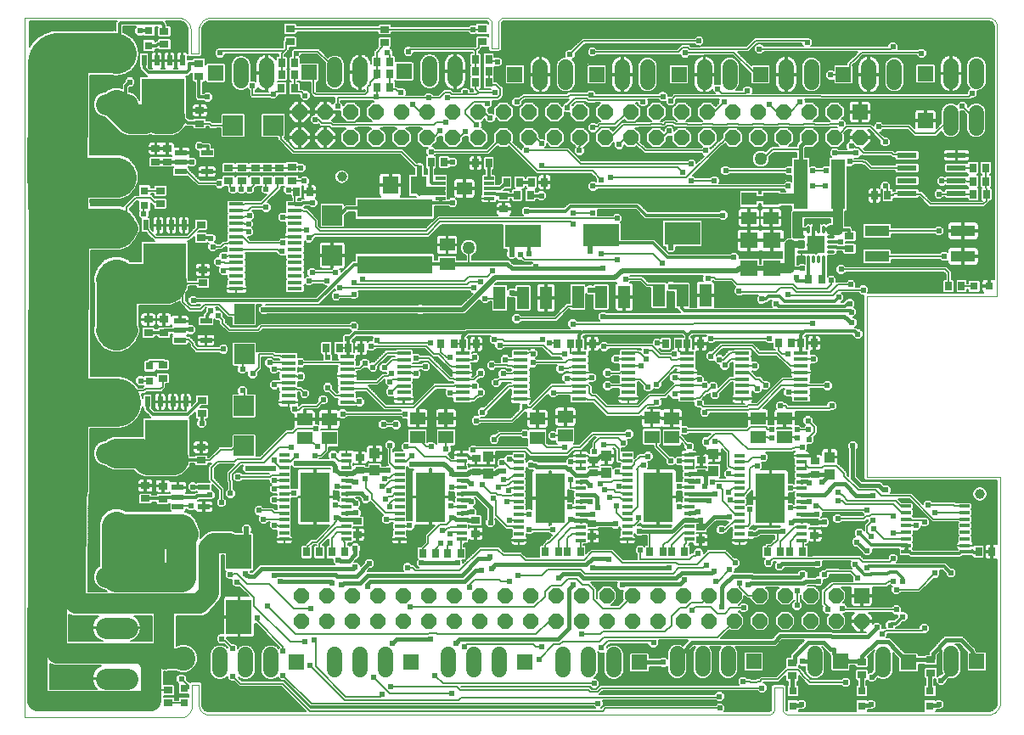
<source format=gtl>
G75*
G70*
%OFA0B0*%
%FSLAX24Y24*%
%IPPOS*%
%LPD*%
%AMOC8*
5,1,8,0,0,1.08239X$1,22.5*
%
%ADD10C,0.0000*%
%ADD11OC8,0.0600*%
%ADD12R,0.0600X0.0600*%
%ADD13R,0.0394X0.0138*%
%ADD14R,0.1181X0.1969*%
%ADD15R,0.0580X0.0140*%
%ADD16R,0.0390X0.0120*%
%ADD17R,0.0276X0.0354*%
%ADD18R,0.0591X0.0512*%
%ADD19R,0.0315X0.0315*%
%ADD20R,0.0480X0.0880*%
%ADD21R,0.1417X0.0866*%
%ADD22R,0.0354X0.0276*%
%ADD23C,0.0600*%
%ADD24R,0.0394X0.0433*%
%ADD25R,0.0825X0.0825*%
%ADD26C,0.0825*%
%ADD27R,0.0961X0.0445*%
%ADD28R,0.0984X0.1378*%
%ADD29R,0.0472X0.0217*%
%ADD30R,0.0197X0.0433*%
%ADD31R,0.1693X0.1417*%
%ADD32R,0.0787X0.0787*%
%ADD33C,0.0118*%
%ADD34R,0.0709X0.0709*%
%ADD35R,0.0709X0.0630*%
%ADD36R,0.0551X0.1969*%
%ADD37R,0.0394X0.0118*%
%ADD38R,0.0630X0.0709*%
%ADD39R,0.2953X0.0709*%
%ADD40R,0.0780X0.0210*%
%ADD41C,0.0945*%
%ADD42C,0.0394*%
%ADD43C,0.0500*%
%ADD44C,0.0060*%
%ADD45C,0.0240*%
%ADD46C,0.0157*%
%ADD47C,0.0160*%
%ADD48C,0.0197*%
%ADD49C,0.0394*%
%ADD50C,0.0787*%
%ADD51C,0.2362*%
%ADD52C,0.1890*%
%ADD53C,0.1969*%
%ADD54C,0.1575*%
%ADD55C,0.0276*%
%ADD56C,0.1181*%
D10*
X000474Y003346D02*
X006615Y003346D01*
X006616Y003346D02*
X006657Y003350D01*
X006699Y003358D01*
X006739Y003369D01*
X006778Y003384D01*
X006815Y003403D01*
X006851Y003425D01*
X006884Y003450D01*
X006915Y003478D01*
X006944Y003509D01*
X006969Y003542D01*
X006991Y003577D01*
X007010Y003615D01*
X007025Y003654D01*
X007037Y003694D01*
X007044Y003735D01*
X007048Y003777D01*
X007049Y003819D01*
X007049Y004626D01*
X007324Y004626D01*
X007324Y003858D01*
X007323Y003821D01*
X007327Y003784D01*
X007334Y003748D01*
X007344Y003713D01*
X007358Y003679D01*
X007376Y003646D01*
X007396Y003616D01*
X007419Y003587D01*
X007445Y003561D01*
X007474Y003538D01*
X007504Y003517D01*
X007536Y003500D01*
X007570Y003485D01*
X007606Y003475D01*
X007642Y003467D01*
X007678Y003464D01*
X029686Y003464D01*
X029714Y003466D01*
X029742Y003471D01*
X029770Y003479D01*
X029796Y003491D01*
X029820Y003506D01*
X029842Y003523D01*
X029863Y003544D01*
X029880Y003566D01*
X029895Y003590D01*
X029907Y003616D01*
X029915Y003644D01*
X029920Y003672D01*
X029922Y003700D01*
X029923Y003700D02*
X029923Y004527D01*
X030237Y004527D01*
X030237Y003700D01*
X030238Y003700D02*
X030240Y003672D01*
X030245Y003644D01*
X030253Y003616D01*
X030265Y003590D01*
X030280Y003566D01*
X030297Y003544D01*
X030318Y003523D01*
X030340Y003506D01*
X030364Y003491D01*
X030390Y003479D01*
X030418Y003471D01*
X030446Y003466D01*
X030474Y003464D01*
X038249Y003464D01*
X038249Y003465D02*
X038290Y003461D01*
X038332Y003462D01*
X038373Y003465D01*
X038414Y003473D01*
X038454Y003484D01*
X038493Y003498D01*
X038531Y003516D01*
X038566Y003537D01*
X038600Y003561D01*
X038632Y003588D01*
X038661Y003618D01*
X038688Y003650D01*
X038711Y003684D01*
X038732Y003720D01*
X038749Y003758D01*
X038763Y003797D01*
X038773Y003837D01*
X038780Y003878D01*
X038781Y003878D02*
X038781Y012795D01*
X033545Y012795D01*
X033545Y019882D01*
X038663Y019882D01*
X038663Y030511D01*
X038656Y030548D01*
X038645Y030583D01*
X038630Y030617D01*
X038612Y030650D01*
X038591Y030681D01*
X038567Y030709D01*
X038541Y030735D01*
X038512Y030759D01*
X038481Y030779D01*
X038448Y030796D01*
X038413Y030810D01*
X038378Y030820D01*
X038341Y030827D01*
X038304Y030831D01*
X038267Y030830D01*
X038230Y030826D01*
X019273Y030826D01*
X019245Y030819D01*
X019217Y030809D01*
X019192Y030796D01*
X019168Y030780D01*
X019146Y030762D01*
X019126Y030740D01*
X019109Y030717D01*
X019096Y030692D01*
X019085Y030665D01*
X019078Y030637D01*
X019074Y030608D01*
X019073Y030579D01*
X019076Y030551D01*
X019076Y029626D01*
X018820Y029626D01*
X018820Y030551D01*
X018823Y030579D01*
X018822Y030608D01*
X018818Y030637D01*
X018811Y030665D01*
X018800Y030692D01*
X018787Y030717D01*
X018770Y030740D01*
X018750Y030762D01*
X018728Y030780D01*
X018704Y030796D01*
X018679Y030809D01*
X018651Y030819D01*
X018623Y030826D01*
X007797Y030826D01*
X007756Y030824D01*
X007715Y030819D01*
X007675Y030810D01*
X007636Y030798D01*
X007598Y030782D01*
X007561Y030763D01*
X007526Y030741D01*
X007494Y030716D01*
X007463Y030688D01*
X007435Y030657D01*
X007410Y030625D01*
X007388Y030590D01*
X007369Y030553D01*
X007353Y030515D01*
X007341Y030476D01*
X007332Y030436D01*
X007327Y030395D01*
X007325Y030354D01*
X007324Y030354D02*
X007324Y029409D01*
X007009Y029409D01*
X007009Y030354D01*
X007010Y030354D02*
X007006Y030397D01*
X006999Y030439D01*
X006988Y030481D01*
X006973Y030521D01*
X006955Y030560D01*
X006934Y030597D01*
X006909Y030633D01*
X006882Y030666D01*
X006851Y030696D01*
X006819Y030724D01*
X006783Y030749D01*
X006746Y030770D01*
X006707Y030789D01*
X006667Y030804D01*
X006625Y030815D01*
X006583Y030823D01*
X006540Y030826D01*
X006497Y030827D01*
X006497Y030826D02*
X000474Y030826D01*
X000474Y003346D01*
D11*
X011340Y007137D03*
X012340Y007137D03*
X013340Y007137D03*
X014340Y007137D03*
X015340Y007137D03*
X016340Y007137D03*
X017340Y007137D03*
X018340Y007137D03*
X019340Y007137D03*
X020340Y007137D03*
X021340Y007137D03*
X022340Y007137D03*
X023340Y007137D03*
X024340Y007137D03*
X025340Y007137D03*
X026340Y007137D03*
X027340Y007137D03*
X028340Y007137D03*
X029340Y007137D03*
X030340Y007137D03*
X031340Y007137D03*
X032340Y007137D03*
X033340Y007137D03*
X032340Y008137D03*
X031340Y008137D03*
X030340Y008137D03*
X029340Y008137D03*
X028340Y008137D03*
X027340Y008137D03*
X026340Y008137D03*
X025340Y008137D03*
X024340Y008137D03*
X023340Y008137D03*
X022340Y008137D03*
X021340Y008137D03*
X020340Y008137D03*
X019340Y008137D03*
X018340Y008137D03*
X017340Y008137D03*
X016340Y008137D03*
X015340Y008137D03*
X014340Y008137D03*
X013340Y008137D03*
X012340Y008137D03*
X011340Y008137D03*
X011277Y026130D03*
X011277Y027130D03*
X012277Y027130D03*
X013277Y027130D03*
X014277Y027130D03*
X015277Y027130D03*
X016277Y027130D03*
X017277Y027130D03*
X018277Y027130D03*
X019277Y027130D03*
X020277Y027130D03*
X021277Y027130D03*
X022277Y027130D03*
X023277Y027130D03*
X024277Y027130D03*
X025277Y027130D03*
X026277Y027130D03*
X027277Y027130D03*
X028277Y027130D03*
X029277Y027130D03*
X030277Y027130D03*
X031277Y027130D03*
X032277Y027130D03*
X032277Y026130D03*
X033277Y026130D03*
X031277Y026130D03*
X030277Y026130D03*
X029277Y026130D03*
X028277Y026130D03*
X027277Y026130D03*
X026277Y026130D03*
X025277Y026130D03*
X024277Y026130D03*
X023277Y026130D03*
X022277Y026130D03*
X021277Y026130D03*
X020277Y026130D03*
X019277Y026130D03*
X018277Y026130D03*
X017277Y026130D03*
X016277Y026130D03*
X015277Y026130D03*
X014277Y026130D03*
X013277Y026130D03*
X012277Y026130D03*
D12*
X011659Y028681D03*
X007978Y028661D03*
X015379Y028720D03*
X019730Y028602D03*
X022938Y028602D03*
X026167Y028602D03*
X029375Y028602D03*
X032623Y028602D03*
X033277Y027130D03*
X035842Y026801D03*
X035852Y028641D03*
X033340Y008137D03*
X032509Y005551D03*
X035186Y005511D03*
X037863Y005551D03*
X029100Y005551D03*
X024611Y005511D03*
X020123Y005511D03*
X015635Y005511D03*
X011147Y005511D03*
D13*
X010675Y010344D03*
X010675Y010600D03*
X010675Y010856D03*
X010675Y011112D03*
X010675Y011368D03*
X010675Y011624D03*
X010675Y011880D03*
X010675Y012136D03*
X010675Y012391D03*
X010675Y012647D03*
X010675Y012903D03*
X010675Y013159D03*
X010675Y013415D03*
X010675Y013671D03*
X013107Y013671D03*
X013107Y013415D03*
X013107Y013159D03*
X013107Y012903D03*
X013107Y012647D03*
X013107Y012391D03*
X013107Y012136D03*
X013107Y011880D03*
X013107Y011624D03*
X013107Y011368D03*
X013107Y011112D03*
X013107Y010856D03*
X013107Y010600D03*
X013107Y010344D03*
X015203Y010344D03*
X015203Y010600D03*
X015203Y010856D03*
X015203Y011112D03*
X015203Y011368D03*
X015203Y011624D03*
X015203Y011880D03*
X015203Y012136D03*
X015203Y012391D03*
X015203Y012647D03*
X015203Y012903D03*
X015203Y013159D03*
X015203Y013415D03*
X015203Y013671D03*
X017634Y013671D03*
X017634Y013415D03*
X017634Y013159D03*
X017634Y012903D03*
X017634Y012647D03*
X017634Y012391D03*
X017634Y012136D03*
X017634Y011880D03*
X017634Y011624D03*
X017634Y011368D03*
X017634Y011112D03*
X017634Y010856D03*
X017634Y010600D03*
X017634Y010344D03*
X019888Y010305D03*
X019888Y010561D03*
X019888Y010817D03*
X019888Y011073D03*
X019888Y011328D03*
X019888Y011584D03*
X019888Y011840D03*
X019888Y012096D03*
X019888Y012352D03*
X019888Y012608D03*
X019888Y012864D03*
X019888Y013120D03*
X019888Y013376D03*
X019888Y013632D03*
X022319Y013632D03*
X022319Y013376D03*
X022319Y013120D03*
X022319Y012864D03*
X022319Y012608D03*
X022319Y012352D03*
X022319Y012096D03*
X022319Y011840D03*
X022319Y011584D03*
X022319Y011328D03*
X022319Y011073D03*
X022319Y010817D03*
X022319Y010561D03*
X022319Y010305D03*
X024140Y010344D03*
X024140Y010600D03*
X024140Y010856D03*
X024140Y011112D03*
X024140Y011368D03*
X024140Y011624D03*
X024140Y011880D03*
X024140Y012136D03*
X024140Y012391D03*
X024140Y012647D03*
X024140Y012903D03*
X024140Y013159D03*
X024140Y013415D03*
X024140Y013671D03*
X026571Y013671D03*
X026571Y013415D03*
X026571Y013159D03*
X026571Y012903D03*
X026571Y012647D03*
X026571Y012391D03*
X026571Y012136D03*
X026571Y011880D03*
X026571Y011624D03*
X026571Y011368D03*
X026571Y011112D03*
X026571Y010856D03*
X026571Y010600D03*
X026571Y010344D03*
X028549Y010305D03*
X028549Y010561D03*
X028549Y010817D03*
X028549Y011073D03*
X028549Y011328D03*
X028549Y011584D03*
X028549Y011840D03*
X028549Y012096D03*
X028549Y012352D03*
X028549Y012608D03*
X028549Y012864D03*
X028549Y013120D03*
X028549Y013376D03*
X028549Y013632D03*
X030981Y013632D03*
X030981Y013376D03*
X030981Y013120D03*
X030981Y012864D03*
X030981Y012608D03*
X030981Y012352D03*
X030981Y012096D03*
X030981Y011840D03*
X030981Y011584D03*
X030981Y011328D03*
X030981Y011073D03*
X030981Y010817D03*
X030981Y010561D03*
X030981Y010305D03*
D14*
X029765Y011968D03*
X025356Y012008D03*
X021104Y011968D03*
X016419Y012008D03*
X011891Y012008D03*
D15*
X010839Y015734D03*
X010839Y015994D03*
X010839Y016254D03*
X010839Y016504D03*
X010839Y016764D03*
X010839Y017014D03*
X010839Y017274D03*
X010839Y017534D03*
X013139Y017534D03*
X013139Y017274D03*
X013139Y017014D03*
X013139Y016764D03*
X013139Y016504D03*
X013139Y016254D03*
X013139Y015994D03*
X013139Y015734D03*
X015367Y015852D03*
X015367Y016112D03*
X015367Y016372D03*
X015367Y016622D03*
X015367Y016882D03*
X015367Y017132D03*
X015367Y017392D03*
X015367Y017652D03*
X017667Y017652D03*
X017667Y017392D03*
X017667Y017132D03*
X017667Y016882D03*
X017667Y016622D03*
X017667Y016372D03*
X017667Y016112D03*
X017667Y015852D03*
X019954Y015852D03*
X019954Y016112D03*
X019954Y016372D03*
X019954Y016622D03*
X019954Y016882D03*
X019954Y017132D03*
X019954Y017392D03*
X019954Y017652D03*
X022254Y017652D03*
X022254Y017392D03*
X022254Y017132D03*
X022254Y016882D03*
X022254Y016622D03*
X022254Y016372D03*
X022254Y016112D03*
X022254Y015852D03*
X024186Y015871D03*
X024186Y016131D03*
X024186Y016391D03*
X024186Y016641D03*
X024186Y016901D03*
X024186Y017151D03*
X024186Y017411D03*
X024186Y017671D03*
X026486Y017671D03*
X026486Y017411D03*
X026486Y017151D03*
X026486Y016901D03*
X026486Y016641D03*
X026486Y016391D03*
X026486Y016131D03*
X026486Y015871D03*
X028654Y015871D03*
X028654Y016131D03*
X028654Y016391D03*
X028654Y016641D03*
X028654Y016901D03*
X028654Y017151D03*
X028654Y017411D03*
X028654Y017671D03*
X030954Y017671D03*
X030954Y017411D03*
X030954Y017151D03*
X030954Y016901D03*
X030954Y016641D03*
X030954Y016391D03*
X030954Y016131D03*
X030954Y015871D03*
X011092Y020190D03*
X011092Y020440D03*
X011092Y020700D03*
X011092Y020950D03*
X011092Y021210D03*
X011092Y021470D03*
X011092Y021720D03*
X011092Y021980D03*
X011092Y022230D03*
X011092Y022490D03*
X011092Y022750D03*
X011092Y023000D03*
X011092Y023260D03*
X011092Y023510D03*
X008792Y023510D03*
X008792Y023260D03*
X008792Y023000D03*
X008792Y022750D03*
X008792Y022490D03*
X008792Y022230D03*
X008792Y021980D03*
X008792Y021720D03*
X008792Y021470D03*
X008792Y021210D03*
X008792Y020950D03*
X008792Y020700D03*
X008792Y020440D03*
X008792Y020190D03*
D16*
X035093Y011643D03*
X035093Y011387D03*
X035093Y011132D03*
X035093Y010876D03*
X035093Y010620D03*
X035093Y010364D03*
X035093Y010108D03*
X035093Y009852D03*
X037390Y009852D03*
X037390Y010108D03*
X037390Y010364D03*
X037390Y010620D03*
X037390Y010876D03*
X037390Y011132D03*
X037390Y011387D03*
X037390Y011643D03*
D17*
X037934Y009862D03*
X038446Y009862D03*
X031025Y009852D03*
X030513Y009852D03*
X030159Y009852D03*
X029647Y009852D03*
X026399Y009842D03*
X025887Y009842D03*
X025533Y009842D03*
X025021Y009842D03*
X022304Y009842D03*
X021793Y009842D03*
X021438Y009842D03*
X020926Y009842D03*
X017600Y009803D03*
X017088Y009803D03*
X016625Y009803D03*
X016113Y009803D03*
X013052Y009842D03*
X012541Y009842D03*
X012058Y009842D03*
X011547Y009842D03*
X012324Y017874D03*
X012836Y017874D03*
X013186Y017866D03*
X013698Y017866D03*
X016832Y018011D03*
X017344Y018011D03*
X017698Y018011D03*
X018210Y018011D03*
X021399Y018031D03*
X021911Y018031D03*
X022265Y018031D03*
X022777Y018031D03*
X025651Y018031D03*
X026163Y018031D03*
X026497Y018031D03*
X027009Y018031D03*
X030080Y018051D03*
X030592Y018051D03*
X030966Y018051D03*
X031478Y018051D03*
X031261Y020551D03*
X031773Y020551D03*
X033854Y023848D03*
X034365Y023848D03*
X037728Y023907D03*
X038239Y023907D03*
X038220Y024399D03*
X037708Y024399D03*
X037708Y024931D03*
X038220Y024931D03*
X037265Y020285D03*
X036753Y020285D03*
X020897Y024370D03*
X020385Y024370D03*
X019913Y024370D03*
X019401Y024370D03*
X019824Y023858D03*
X020336Y023858D03*
X018702Y025118D03*
X018190Y025118D03*
X016950Y025157D03*
X016438Y025157D03*
X014824Y028090D03*
X014312Y028090D03*
X014312Y028622D03*
X014824Y028622D03*
X014824Y029094D03*
X014312Y029094D03*
X011084Y029055D03*
X011084Y028602D03*
X010572Y028602D03*
X010572Y029055D03*
X010562Y028061D03*
X011074Y028061D03*
X011161Y023988D03*
X011673Y023988D03*
X018190Y028287D03*
X018190Y028740D03*
X018702Y028740D03*
X018702Y028287D03*
X018702Y029193D03*
X018190Y029193D03*
D18*
X017741Y024126D03*
X017068Y021909D03*
X017068Y021161D03*
X017029Y015098D03*
X017029Y014350D03*
X015907Y014350D03*
X015907Y015098D03*
X012442Y015059D03*
X011478Y015059D03*
X011478Y014311D03*
X012442Y014311D03*
X020611Y014330D03*
X020611Y015078D03*
X021714Y015157D03*
X021714Y014409D03*
X025100Y014370D03*
X025887Y014350D03*
X025887Y015098D03*
X025100Y015118D03*
X029273Y015098D03*
X029273Y014350D03*
X030316Y014350D03*
X030316Y015098D03*
X029785Y022972D03*
X029785Y023720D03*
X028919Y023720D03*
X028919Y022972D03*
D19*
X037757Y020285D03*
X038348Y020285D03*
X036025Y004389D03*
X036025Y003799D03*
X033348Y003799D03*
X033348Y004389D03*
X030651Y004389D03*
X030651Y003799D03*
X006753Y003917D03*
X006753Y004508D03*
X005395Y016555D03*
X005395Y017145D03*
X005188Y023445D03*
X005188Y024035D03*
X005356Y029734D03*
X005356Y030324D03*
D20*
X019131Y019823D03*
X020041Y019823D03*
X020950Y019823D03*
X022202Y019862D03*
X023111Y019862D03*
X024021Y019862D03*
X025391Y019921D03*
X026300Y019921D03*
X027210Y019921D03*
D21*
X026300Y022361D03*
X023111Y022302D03*
X020041Y022263D03*
D22*
X019293Y023317D03*
X019293Y023828D03*
X018446Y029882D03*
X018446Y030393D03*
X014627Y030374D03*
X014627Y029862D03*
X010907Y029882D03*
X010907Y030393D03*
X007324Y029035D03*
X007324Y028523D03*
X007363Y027185D03*
X007363Y026673D03*
X006072Y025685D03*
X005631Y025685D03*
X005631Y025173D03*
X006072Y025173D03*
X005808Y024035D03*
X005808Y023523D03*
X007403Y022697D03*
X007403Y022185D03*
X007482Y020925D03*
X007482Y020413D03*
X005958Y018976D03*
X005958Y018464D03*
X005336Y018464D03*
X005336Y018976D03*
X005907Y017185D03*
X005907Y016673D03*
X007442Y015807D03*
X007442Y015295D03*
X007403Y013956D03*
X007403Y013445D03*
X005907Y012441D03*
X005907Y011929D03*
X005224Y011943D03*
X005224Y012454D03*
X013545Y011043D03*
X013545Y010531D03*
X013643Y013051D03*
X013643Y013563D03*
X018200Y013513D03*
X018200Y013002D03*
X018190Y011082D03*
X018190Y010571D03*
X022757Y010452D03*
X022757Y010964D03*
X022826Y012952D03*
X022826Y013464D03*
X027058Y013454D03*
X027058Y012943D03*
X027019Y010826D03*
X027019Y010315D03*
X031497Y010502D03*
X031497Y011013D03*
X031527Y012903D03*
X031527Y013415D03*
X030631Y005492D03*
X030631Y004980D03*
X033348Y005019D03*
X033348Y005531D03*
X036064Y005610D03*
X036064Y005098D03*
X032865Y021752D03*
X032865Y022263D03*
X010972Y024441D03*
X010493Y024429D03*
X010021Y024429D03*
X009552Y024425D03*
X009552Y024937D03*
X010021Y024941D03*
X010493Y024941D03*
X010972Y024952D03*
X009021Y024941D03*
X009021Y024429D03*
X008489Y024425D03*
X008489Y024937D03*
X005966Y029783D03*
X005966Y030295D03*
X006123Y004429D03*
X006123Y003917D03*
D23*
X008147Y005211D02*
X008147Y005811D01*
X009147Y005811D02*
X009147Y005211D01*
X010147Y005211D02*
X010147Y005811D01*
X012635Y005811D02*
X012635Y005211D01*
X013635Y005211D02*
X013635Y005811D01*
X014635Y005811D02*
X014635Y005211D01*
X017123Y005211D02*
X017123Y005811D01*
X018123Y005811D02*
X018123Y005211D01*
X019123Y005211D02*
X019123Y005811D01*
X021611Y005811D02*
X021611Y005211D01*
X022611Y005211D02*
X022611Y005811D01*
X023611Y005811D02*
X023611Y005211D01*
X026100Y005251D02*
X026100Y005851D01*
X027100Y005851D02*
X027100Y005251D01*
X028100Y005251D02*
X028100Y005851D01*
X031509Y005851D02*
X031509Y005251D01*
X034186Y005211D02*
X034186Y005811D01*
X036863Y005851D02*
X036863Y005251D01*
X036842Y026501D02*
X036842Y027101D01*
X037842Y027101D02*
X037842Y026501D01*
X037852Y028341D02*
X037852Y028941D01*
X036852Y028941D02*
X036852Y028341D01*
X034623Y028302D02*
X034623Y028902D01*
X033623Y028902D02*
X033623Y028302D01*
X031375Y028302D02*
X031375Y028902D01*
X030375Y028902D02*
X030375Y028302D01*
X028167Y028302D02*
X028167Y028902D01*
X027167Y028902D02*
X027167Y028302D01*
X024938Y028302D02*
X024938Y028902D01*
X023938Y028902D02*
X023938Y028302D01*
X021730Y028302D02*
X021730Y028902D01*
X020730Y028902D02*
X020730Y028302D01*
X017379Y028420D02*
X017379Y029020D01*
X016379Y029020D02*
X016379Y028420D01*
X013659Y028381D02*
X013659Y028981D01*
X012659Y028981D02*
X012659Y028381D01*
X009978Y028361D02*
X009978Y028961D01*
X008978Y028961D02*
X008978Y028361D01*
D24*
X014224Y013720D03*
X014224Y013051D03*
X018673Y012923D03*
X018673Y013592D03*
X023308Y013622D03*
X023308Y012952D03*
X027531Y013031D03*
X027531Y013700D03*
X032088Y013573D03*
X032088Y012903D03*
D25*
X004088Y010874D03*
X004088Y015724D03*
X004088Y024574D03*
X004088Y029425D03*
D26*
X004500Y027425D02*
X003675Y027425D01*
X003675Y022574D02*
X004500Y022574D01*
X004500Y020574D02*
X003675Y020574D01*
X003675Y018574D02*
X004500Y018574D01*
X004500Y013724D02*
X003675Y013724D01*
X003675Y008874D02*
X004500Y008874D01*
X004500Y006874D02*
X003675Y006874D01*
X003675Y004874D02*
X004500Y004874D01*
D27*
X033938Y021458D03*
X033938Y022458D03*
X037324Y022458D03*
X037324Y021458D03*
D28*
X008899Y009862D03*
X008899Y007303D03*
D29*
X007521Y011634D03*
X007521Y012382D03*
X006497Y012382D03*
X006497Y012008D03*
X006497Y011634D03*
X006576Y018169D03*
X006576Y018543D03*
X006576Y018917D03*
X007600Y018917D03*
X007600Y018169D03*
X007639Y024783D03*
X007639Y025531D03*
X006615Y025531D03*
X006615Y025157D03*
X006615Y024783D03*
D30*
X006667Y026870D03*
X006167Y026870D03*
X005667Y026870D03*
X005167Y026870D03*
X005167Y029153D03*
X005667Y029153D03*
X006167Y029153D03*
X006667Y029153D03*
X006736Y022687D03*
X006236Y022687D03*
X005736Y022687D03*
X005236Y022687D03*
X005236Y020403D03*
X005736Y020403D03*
X006236Y020403D03*
X006736Y020403D03*
X006804Y015748D03*
X006304Y015748D03*
X005804Y015748D03*
X005304Y015748D03*
X005304Y013464D03*
X005804Y013464D03*
X006304Y013464D03*
X006804Y013464D03*
D31*
X006054Y014330D03*
X005986Y021269D03*
X005917Y027736D03*
D32*
X008663Y026604D03*
X010237Y026604D03*
X012560Y023071D03*
X012560Y021496D03*
X009115Y019193D03*
X009115Y017618D03*
X009096Y015590D03*
X009096Y014015D03*
D33*
X007521Y012401D02*
X007521Y012382D01*
X007521Y012401D02*
X007088Y012401D01*
X007245Y012047D02*
X007206Y012008D01*
X006497Y012008D01*
X006084Y012008D01*
X005946Y011968D01*
X005913Y011949D01*
X005224Y011943D01*
X005907Y011929D02*
X005946Y011968D01*
X007245Y012047D02*
X007639Y012047D01*
X007678Y012086D01*
X007757Y012086D01*
X007403Y013445D02*
X007383Y013464D01*
X006804Y013464D01*
X006304Y013464D01*
X007442Y014901D02*
X007442Y015295D01*
X007442Y015315D01*
X007226Y015590D02*
X007423Y015787D01*
X007442Y015807D01*
X007226Y015590D02*
X006881Y015246D01*
X005523Y015246D01*
X005304Y015464D01*
X005304Y015748D01*
X005336Y018464D02*
X005958Y018464D01*
X005978Y018543D01*
X006576Y018543D01*
X006615Y018582D01*
X007009Y018582D01*
X007600Y018917D02*
X007639Y018937D01*
X007639Y019134D01*
X007797Y019330D01*
X007108Y019724D02*
X011989Y019724D01*
X013407Y021141D01*
X015001Y021141D01*
X015395Y021141D01*
X015415Y021161D01*
X017068Y021161D01*
X016163Y023346D02*
X015001Y023346D01*
X013131Y023346D01*
X012856Y023071D01*
X012560Y023071D01*
X011793Y023563D02*
X011419Y023563D01*
X011360Y023504D01*
X011104Y023504D01*
X011092Y023510D01*
X007797Y022165D02*
X007757Y022204D01*
X007403Y022204D01*
X007403Y022185D01*
X007403Y022677D02*
X007403Y022697D01*
X007482Y020413D02*
X007521Y020393D01*
X006736Y020403D02*
X006236Y020403D01*
X006045Y020403D01*
X006035Y020393D01*
X006072Y025157D02*
X006072Y025173D01*
X005631Y025173D01*
X006072Y025157D02*
X006615Y025157D01*
X007049Y025157D01*
X007344Y025787D02*
X007678Y025787D01*
X007678Y025551D01*
X007639Y025531D01*
X007363Y026673D02*
X007363Y026693D01*
X006891Y026693D01*
X006714Y026870D01*
X006667Y026870D01*
X006167Y026870D01*
X005667Y026870D02*
X005167Y026870D01*
X004450Y027425D02*
X004088Y027425D01*
X004450Y027425D02*
X004450Y028149D01*
X004608Y028307D01*
X004617Y028307D01*
X005167Y028850D02*
X005336Y028681D01*
X006852Y028681D01*
X006950Y028779D01*
X006952Y029035D01*
X007324Y029035D01*
X007324Y028523D02*
X007324Y028110D01*
X007324Y027716D02*
X007324Y028523D01*
X007324Y027716D02*
X007659Y027716D01*
X006893Y026695D02*
X006891Y026693D01*
X005167Y028850D02*
X005167Y029153D01*
X005356Y029734D02*
X005651Y029734D01*
X005700Y029783D01*
X005966Y029783D01*
X005926Y030285D02*
X005956Y030324D01*
X005966Y030295D01*
X005926Y030285D02*
X005946Y030384D01*
X005946Y030541D01*
X005867Y030620D01*
X004253Y030630D01*
X004214Y030590D01*
X004214Y029551D01*
X004088Y029425D01*
X005001Y030315D02*
X005356Y030315D01*
X005356Y030324D01*
X015946Y024252D02*
X015946Y023935D01*
X016812Y023937D01*
X015986Y023935D01*
X016104Y024035D02*
X016911Y024035D01*
X016930Y023947D02*
X016930Y024134D01*
X016104Y024134D01*
X016104Y024035D01*
X016438Y024370D02*
X016438Y025157D01*
X016950Y025157D02*
X017285Y025157D01*
X016812Y024330D02*
X016480Y024328D01*
X016438Y024370D01*
X016812Y023740D02*
X016810Y023573D01*
X016812Y023573D01*
X017285Y023573D01*
X016812Y023573D02*
X016812Y023740D01*
X016810Y023573D02*
X016438Y023573D01*
X016163Y023346D01*
X018702Y023937D02*
X018948Y023937D01*
X019007Y023878D01*
X019273Y023878D01*
X019293Y023828D01*
X019322Y023828D01*
X019322Y023858D01*
X019824Y023858D01*
X020336Y023858D02*
X020346Y023838D01*
X020779Y023838D01*
X020385Y024370D02*
X019913Y024370D01*
X019401Y024370D02*
X019163Y024132D01*
X018702Y024132D01*
X018702Y024527D02*
X018702Y025118D01*
X020178Y023228D02*
X021714Y023228D01*
X021911Y023425D01*
X024529Y023425D01*
X024883Y023071D01*
X027895Y023071D01*
X028328Y021417D02*
X025710Y021417D01*
X025139Y021988D01*
X022757Y021988D01*
X023111Y022302D01*
X020552Y021043D02*
X020552Y020984D01*
X020297Y021574D02*
X020297Y022007D01*
X020041Y022263D01*
X017856Y018484D02*
X022324Y018484D01*
X022363Y018445D01*
X022423Y018504D01*
X026340Y018504D01*
X026438Y018405D01*
X026478Y018405D01*
X026517Y018366D01*
X026655Y018504D01*
X031025Y018504D01*
X031064Y018464D01*
X031123Y018523D01*
X033072Y018523D01*
X033190Y018405D01*
X032934Y019271D02*
X032915Y019281D01*
X032905Y019311D01*
X026379Y019311D01*
X026281Y019409D01*
X026281Y019902D01*
X026300Y019921D01*
X026517Y018366D02*
X026497Y018346D01*
X026497Y018031D01*
X026497Y017677D01*
X026486Y017671D01*
X029391Y019783D02*
X029411Y019783D01*
X029588Y019783D01*
X029686Y019882D01*
X030119Y019882D01*
X030218Y019783D01*
X030228Y019783D01*
X030316Y019695D01*
X032295Y019695D01*
X032442Y019842D01*
X032767Y019606D02*
X032669Y019508D01*
X030090Y019508D01*
X030001Y019596D01*
X029982Y019606D01*
X030789Y020492D02*
X030789Y020630D01*
X030789Y020492D02*
X031261Y020492D01*
X031281Y020511D01*
X031261Y020551D01*
X031261Y021348D01*
X031261Y021436D02*
X031261Y021260D01*
X031458Y021260D02*
X031458Y021436D01*
X031655Y021436D02*
X031655Y021260D01*
X031852Y021260D02*
X031852Y021436D01*
X031852Y021348D02*
X031852Y020551D01*
X031773Y020551D01*
X031005Y020984D02*
X030513Y020984D01*
X030888Y021634D02*
X031064Y021634D01*
X030976Y021634D02*
X031556Y021634D01*
X031556Y021929D01*
X031458Y021929D01*
X031458Y022510D01*
X031458Y022422D02*
X031458Y022598D01*
X031458Y022510D02*
X031537Y022539D01*
X031537Y022884D01*
X031458Y022884D01*
X031556Y022815D02*
X031635Y022834D01*
X031635Y022510D01*
X031655Y022510D01*
X031655Y022422D02*
X031655Y022598D01*
X031852Y022598D02*
X031852Y022422D01*
X031852Y022510D02*
X032147Y022510D01*
X032147Y022500D01*
X032147Y022224D01*
X032137Y022224D01*
X032049Y022224D02*
X032225Y022224D01*
X032137Y022037D02*
X032521Y022037D01*
X032354Y021830D02*
X032137Y021830D01*
X032049Y021830D02*
X032225Y021830D01*
X032354Y021830D02*
X032393Y021791D01*
X032846Y021791D01*
X032865Y021752D01*
X032865Y022263D02*
X032836Y022500D01*
X032403Y022500D01*
X032137Y022037D02*
X032137Y022027D01*
X032049Y022027D02*
X032225Y022027D01*
X032225Y021634D02*
X032049Y021634D01*
X031261Y022422D02*
X031261Y022598D01*
X031261Y022510D02*
X030976Y022510D01*
X030976Y022224D01*
X031064Y022224D02*
X030888Y022224D01*
X030976Y022224D02*
X030690Y022224D01*
X030690Y023149D01*
X032403Y023149D01*
X032324Y023071D02*
X030966Y023071D01*
X030966Y022323D01*
X030887Y022323D01*
X030887Y023071D01*
X030789Y023071D01*
X030789Y022303D01*
X030888Y022027D02*
X031064Y022027D01*
X030976Y022027D02*
X030976Y021909D01*
X030976Y021830D01*
X031064Y021830D02*
X030888Y021830D01*
X030474Y023700D02*
X030474Y023720D01*
X032285Y025511D02*
X033131Y025511D01*
X032875Y019606D02*
X032767Y019606D01*
X031064Y018464D02*
X030966Y018366D01*
X030966Y018051D01*
X030966Y017677D01*
X030954Y017671D01*
X026898Y013693D02*
X026871Y013681D01*
X027039Y013681D01*
X027058Y013454D01*
X026871Y013681D02*
X026596Y013681D01*
X026571Y013671D01*
X030981Y013632D02*
X031448Y013632D01*
X031497Y013681D01*
X031497Y013405D01*
X031527Y013415D01*
X033249Y010590D02*
X033722Y010118D01*
X035100Y010118D01*
X035100Y010098D01*
X035093Y010108D01*
X035100Y010118D02*
X035093Y009852D01*
X035139Y009862D01*
X035218Y009862D01*
X035297Y009783D01*
X037167Y009783D01*
X037245Y009862D01*
X037383Y009862D01*
X037390Y009852D01*
X037442Y009862D01*
X037659Y009862D01*
X037678Y009882D01*
X037698Y009882D01*
X037757Y009823D01*
X037934Y009823D01*
X037934Y009862D01*
X036852Y009025D02*
X036832Y009025D01*
X036576Y009281D01*
X033604Y009291D01*
X033564Y009212D01*
X033426Y008976D02*
X033446Y008956D01*
X033702Y008956D01*
X033722Y008976D01*
X034352Y008976D01*
X034450Y009074D01*
X034726Y009074D01*
X034962Y008838D01*
X034962Y008700D01*
X035100Y009921D02*
X035100Y010098D01*
X033564Y009901D02*
X033545Y009842D01*
X033151Y010236D01*
X033092Y009370D02*
X033111Y009330D01*
X033426Y008976D01*
X034962Y007303D02*
X034686Y007027D01*
X034529Y007027D01*
X034470Y006968D01*
X022265Y017657D02*
X022265Y018031D01*
X022265Y018346D01*
X022363Y018445D01*
X022265Y017657D02*
X022254Y017652D01*
X017856Y018484D02*
X017777Y018405D01*
X017737Y018445D01*
X013446Y018445D01*
X013190Y018189D01*
X013151Y018228D01*
X013190Y018189D02*
X013190Y017874D01*
X013186Y017866D01*
X013190Y017815D01*
X013190Y017539D01*
X013151Y017539D01*
X013139Y017534D01*
X017667Y017652D02*
X017678Y017657D01*
X017698Y017657D01*
X017698Y018011D01*
X017698Y018326D01*
X017777Y018405D01*
X017836Y013671D02*
X017634Y013671D01*
X017836Y013671D02*
X017993Y013513D01*
X018200Y013513D01*
D34*
X031556Y021929D03*
D35*
X029824Y022086D03*
X028919Y022086D03*
X028919Y020984D03*
X029824Y020984D03*
D36*
X030946Y024291D03*
X032403Y024291D03*
D37*
X018702Y024330D03*
X018702Y024527D03*
X018702Y024132D03*
X018702Y023937D03*
X018702Y023740D03*
X016812Y023740D03*
X016812Y023937D03*
X016812Y024132D03*
X016812Y024330D03*
X016812Y024527D03*
D38*
X015946Y024252D03*
X014844Y024252D03*
D39*
X015001Y023346D03*
X015001Y021141D03*
D40*
X035124Y023925D03*
X035124Y024425D03*
X035124Y024925D03*
X035124Y025425D03*
X037064Y025425D03*
X037064Y024925D03*
X037064Y024425D03*
X037064Y023925D03*
D41*
X006714Y010551D03*
X005375Y010551D03*
X005375Y005669D03*
X006714Y005669D03*
D42*
X012934Y024586D03*
X037984Y012126D03*
D43*
X029381Y025295D03*
X017924Y021801D03*
D44*
X017924Y021188D01*
X017904Y021167D01*
X017804Y021335D02*
X017453Y021333D01*
X017453Y021454D01*
X017401Y021507D01*
X016736Y021507D01*
X016683Y021454D01*
X016683Y021310D01*
X016568Y021310D01*
X016568Y021533D01*
X016515Y021586D01*
X013488Y021586D01*
X013435Y021533D01*
X013435Y021290D01*
X013345Y021290D01*
X012908Y020854D01*
X012908Y020913D01*
X012849Y020972D01*
X012971Y020972D01*
X013004Y020981D01*
X013034Y020998D01*
X013058Y021022D01*
X013075Y021052D01*
X013084Y021085D01*
X013084Y021466D01*
X012590Y021466D01*
X012590Y021016D01*
X012521Y020946D01*
X011950Y020946D01*
X011860Y021036D01*
X011686Y021036D01*
X011563Y020913D01*
X011563Y020739D01*
X011601Y020702D01*
X011548Y020702D01*
X011472Y020626D01*
X011472Y020807D01*
X011454Y020825D01*
X011472Y020843D01*
X011472Y021057D01*
X011449Y021080D01*
X011472Y021103D01*
X011472Y021317D01*
X011449Y021340D01*
X011472Y021363D01*
X011472Y021577D01*
X011454Y021595D01*
X011472Y021613D01*
X011472Y021827D01*
X011449Y021850D01*
X011472Y021873D01*
X011472Y022051D01*
X011548Y021975D01*
X011722Y021975D01*
X011845Y022098D01*
X011845Y022146D01*
X011901Y022203D01*
X016350Y022203D01*
X016420Y022273D01*
X016842Y022695D01*
X019242Y022695D01*
X019242Y021793D01*
X019295Y021740D01*
X019419Y021740D01*
X019419Y021644D01*
X019398Y021622D01*
X019398Y021448D01*
X019521Y021325D01*
X019695Y021325D01*
X019765Y021396D01*
X019855Y021305D01*
X019983Y021305D01*
X020070Y021218D01*
X020169Y021218D01*
X020431Y021218D01*
X020365Y021153D01*
X019677Y021153D01*
X019551Y021279D01*
X019501Y021330D01*
X019501Y021330D01*
X019500Y021330D01*
X019435Y021330D01*
X018044Y021336D01*
X018044Y021483D01*
X018117Y021513D01*
X018213Y021608D01*
X018264Y021733D01*
X018264Y021869D01*
X018213Y021993D01*
X018117Y022089D01*
X017992Y022141D01*
X017857Y022141D01*
X017732Y022089D01*
X017636Y021993D01*
X017584Y021869D01*
X017584Y021733D01*
X017636Y021608D01*
X017732Y021513D01*
X017804Y021483D01*
X017804Y021335D01*
X017804Y021377D02*
X017453Y021377D01*
X017453Y021436D02*
X017804Y021436D01*
X017775Y021495D02*
X017413Y021495D01*
X017414Y021532D02*
X017443Y021549D01*
X017467Y021573D01*
X017485Y021603D01*
X017493Y021636D01*
X017493Y021879D01*
X017098Y021879D01*
X017098Y021523D01*
X017381Y021523D01*
X017414Y021532D01*
X017447Y021553D02*
X017691Y021553D01*
X017635Y021612D02*
X017487Y021612D01*
X017493Y021670D02*
X017611Y021670D01*
X017586Y021729D02*
X017493Y021729D01*
X017493Y021787D02*
X017584Y021787D01*
X017584Y021846D02*
X017493Y021846D01*
X017493Y021939D02*
X017098Y021939D01*
X017038Y021939D01*
X017038Y021879D01*
X016643Y021879D01*
X016643Y021636D01*
X016652Y021603D01*
X016669Y021573D01*
X016693Y021549D01*
X016723Y021532D01*
X016756Y021523D01*
X017038Y021523D01*
X017038Y021879D01*
X017098Y021879D01*
X017098Y021939D01*
X017098Y022295D01*
X017381Y022295D01*
X017414Y022286D01*
X017443Y022269D01*
X017467Y022245D01*
X017485Y022215D01*
X017493Y022182D01*
X017493Y021939D01*
X017493Y021963D02*
X017624Y021963D01*
X017599Y021904D02*
X017098Y021904D01*
X017098Y021846D02*
X017038Y021846D01*
X017038Y021904D02*
X013084Y021904D01*
X013084Y021907D02*
X013075Y021940D01*
X013058Y021969D01*
X013034Y021993D01*
X013004Y022011D01*
X012971Y022019D01*
X012590Y022019D01*
X012590Y021526D01*
X012530Y021526D01*
X012530Y021466D01*
X012037Y021466D01*
X012037Y021085D01*
X012045Y021052D01*
X012063Y021022D01*
X012087Y020998D01*
X012116Y020981D01*
X012149Y020972D01*
X012530Y020972D01*
X012530Y021466D01*
X012590Y021466D01*
X012590Y021526D01*
X013084Y021526D01*
X013084Y021907D01*
X013062Y021963D02*
X016643Y021963D01*
X016643Y021939D02*
X016643Y022182D01*
X016652Y022215D01*
X016669Y022245D01*
X016693Y022269D01*
X016723Y022286D01*
X016756Y022295D01*
X017038Y022295D01*
X017038Y021939D01*
X016643Y021939D01*
X016643Y022021D02*
X011769Y022021D01*
X011827Y022080D02*
X016643Y022080D01*
X016643Y022139D02*
X011845Y022139D01*
X011896Y022197D02*
X016647Y022197D01*
X016680Y022256D02*
X016403Y022256D01*
X016462Y022314D02*
X019242Y022314D01*
X019242Y022256D02*
X017457Y022256D01*
X017489Y022197D02*
X019242Y022197D01*
X019242Y022139D02*
X017998Y022139D01*
X018126Y022080D02*
X019242Y022080D01*
X019242Y022021D02*
X018185Y022021D01*
X018225Y021963D02*
X019242Y021963D01*
X019242Y021904D02*
X018250Y021904D01*
X018264Y021846D02*
X019242Y021846D01*
X019247Y021787D02*
X018264Y021787D01*
X018263Y021729D02*
X019419Y021729D01*
X019419Y021670D02*
X018238Y021670D01*
X018214Y021612D02*
X019398Y021612D01*
X019398Y021553D02*
X018158Y021553D01*
X018073Y021495D02*
X019398Y021495D01*
X019410Y021436D02*
X018044Y021436D01*
X018044Y021377D02*
X019468Y021377D01*
X019511Y021319D02*
X019842Y021319D01*
X019783Y021377D02*
X019747Y021377D01*
X019628Y021202D02*
X020414Y021202D01*
X020119Y021338D02*
X019942Y021515D01*
X020119Y021338D02*
X023741Y021338D01*
X023131Y021555D02*
X025139Y021555D01*
X025513Y021181D01*
X025772Y021566D02*
X025201Y022137D01*
X025077Y022137D01*
X023910Y022137D01*
X023910Y022773D01*
X023884Y022798D01*
X023951Y022865D01*
X023951Y023039D01*
X023828Y023162D01*
X023654Y023162D01*
X023564Y023072D01*
X022977Y023072D01*
X022987Y023082D01*
X022987Y023256D01*
X022967Y023276D01*
X024467Y023276D01*
X024821Y022921D01*
X024945Y022921D01*
X027747Y022921D01*
X027808Y022861D01*
X027982Y022861D01*
X028105Y022984D01*
X028105Y023158D01*
X027982Y023281D01*
X027808Y023281D01*
X027747Y023220D01*
X024945Y023220D01*
X024678Y023487D01*
X024591Y023574D01*
X021972Y023574D01*
X021849Y023574D01*
X021652Y023377D01*
X020326Y023377D01*
X020265Y023438D01*
X020091Y023438D01*
X019968Y023315D01*
X019968Y023141D01*
X020037Y023072D01*
X019545Y023072D01*
X019550Y023075D01*
X020034Y023075D01*
X019976Y023134D02*
X019592Y023134D01*
X019591Y023129D02*
X019600Y023162D01*
X019600Y023287D01*
X019323Y023287D01*
X019323Y023346D01*
X019600Y023346D01*
X019600Y023472D01*
X019591Y023505D01*
X019574Y023534D01*
X019550Y023558D01*
X019520Y023576D01*
X019487Y023584D01*
X019322Y023584D01*
X019322Y023347D01*
X019263Y023347D01*
X019263Y023584D01*
X019098Y023584D01*
X019065Y023576D01*
X019036Y023558D01*
X019011Y023534D01*
X018994Y023505D01*
X018985Y023472D01*
X018985Y023346D01*
X019262Y023346D01*
X019262Y023287D01*
X018985Y023287D01*
X018985Y023162D01*
X018994Y023129D01*
X019011Y023099D01*
X019036Y023075D01*
X019040Y023072D01*
X016803Y023072D01*
X016704Y023072D01*
X016211Y022580D01*
X012118Y022580D01*
X012031Y022667D01*
X012031Y022804D01*
X012031Y022904D01*
X011657Y023278D01*
X011586Y023348D01*
X011488Y023348D01*
X011472Y023364D01*
X011472Y023367D01*
X011454Y023385D01*
X011472Y023403D01*
X011472Y023405D01*
X011480Y023414D01*
X011645Y023414D01*
X011706Y023353D01*
X011880Y023353D01*
X012003Y023476D01*
X012003Y023650D01*
X011917Y023735D01*
X011931Y023761D01*
X011940Y023794D01*
X011940Y023958D01*
X011703Y023958D01*
X011703Y024018D01*
X011940Y024018D01*
X011940Y024182D01*
X011931Y024215D01*
X011914Y024245D01*
X011890Y024269D01*
X011860Y024286D01*
X011827Y024295D01*
X011702Y024295D01*
X011702Y024018D01*
X011643Y024018D01*
X011643Y024295D01*
X011631Y024295D01*
X011668Y024332D01*
X011668Y024506D01*
X011545Y024629D01*
X011371Y024629D01*
X011301Y024559D01*
X011239Y024559D01*
X011239Y024616D01*
X011186Y024668D01*
X010757Y024668D01*
X010727Y024638D01*
X010708Y024657D01*
X010279Y024657D01*
X010257Y024635D01*
X010235Y024657D01*
X009806Y024657D01*
X009785Y024635D01*
X009767Y024653D01*
X009338Y024653D01*
X009288Y024603D01*
X009288Y024604D01*
X009235Y024657D01*
X008806Y024657D01*
X008754Y024604D01*
X008754Y024603D01*
X008704Y024653D01*
X008275Y024653D01*
X008222Y024600D01*
X008222Y024517D01*
X008218Y024521D01*
X008044Y024521D01*
X007974Y024450D01*
X007374Y024450D01*
X006972Y024853D01*
X006942Y024883D01*
X006942Y024929D01*
X006900Y024970D01*
X006919Y024989D01*
X006961Y024947D01*
X007135Y024947D01*
X007259Y025070D01*
X007259Y025244D01*
X007135Y025367D01*
X006969Y025367D01*
X006973Y025373D01*
X006982Y025406D01*
X006982Y025507D01*
X006640Y025507D01*
X006640Y025555D01*
X006982Y025555D01*
X006982Y025657D01*
X006973Y025690D01*
X006956Y025719D01*
X006931Y025743D01*
X006902Y025761D01*
X006869Y025769D01*
X006640Y025769D01*
X006640Y025556D01*
X006591Y025556D01*
X006591Y025769D01*
X006379Y025769D01*
X006379Y025840D01*
X006370Y025873D01*
X006353Y025902D01*
X006329Y025926D01*
X006299Y025944D01*
X007204Y025944D01*
X007257Y025997D02*
X007134Y025874D01*
X007134Y025700D01*
X007257Y025577D01*
X007313Y025577D01*
X007313Y025386D01*
X007366Y025333D01*
X007913Y025333D01*
X007965Y025386D01*
X007965Y025677D01*
X007913Y025729D01*
X007827Y025729D01*
X007827Y025849D01*
X007740Y025936D01*
X007492Y025936D01*
X007431Y025997D01*
X007257Y025997D01*
X007145Y025885D02*
X006363Y025885D01*
X006379Y025827D02*
X007134Y025827D01*
X007134Y025768D02*
X006873Y025768D01*
X006961Y025710D02*
X007134Y025710D01*
X007183Y025651D02*
X006982Y025651D01*
X006982Y025593D02*
X007241Y025593D01*
X007313Y025534D02*
X006640Y025534D01*
X006640Y025593D02*
X006591Y025593D01*
X006591Y025651D02*
X006640Y025651D01*
X006640Y025710D02*
X006591Y025710D01*
X006591Y025768D02*
X006640Y025768D01*
X006299Y025944D02*
X006266Y025952D01*
X006102Y025952D01*
X006102Y025715D01*
X006042Y025715D01*
X006042Y025952D01*
X005878Y025952D01*
X005852Y025945D01*
X005825Y025952D01*
X005661Y025952D01*
X005661Y025715D01*
X005601Y025715D01*
X005601Y025952D01*
X005437Y025952D01*
X005404Y025944D01*
X005374Y025926D01*
X005350Y025902D01*
X005333Y025873D01*
X005324Y025840D01*
X005324Y025715D01*
X005601Y025715D01*
X005601Y025655D01*
X005324Y025655D01*
X005324Y025530D01*
X005333Y025497D01*
X005350Y025467D01*
X005374Y025443D01*
X005404Y025426D01*
X005437Y025417D01*
X005601Y025417D01*
X005661Y025417D01*
X005825Y025417D01*
X005852Y025424D01*
X005878Y025417D01*
X006042Y025417D01*
X006102Y025417D01*
X006249Y025417D01*
X006249Y025406D01*
X006251Y025401D01*
X005858Y025401D01*
X005852Y025395D01*
X005846Y025401D01*
X005417Y025401D01*
X005364Y025348D01*
X005364Y024998D01*
X005417Y024945D01*
X005846Y024945D01*
X005852Y024951D01*
X005858Y024945D01*
X006287Y024945D01*
X006321Y024980D01*
X006331Y024970D01*
X006289Y024929D01*
X006289Y024638D01*
X006342Y024585D01*
X006889Y024585D01*
X006894Y024590D01*
X007274Y024210D01*
X007374Y024210D01*
X007934Y024210D01*
X008044Y024101D01*
X008218Y024101D01*
X008315Y024197D01*
X008444Y024197D01*
X008444Y024143D01*
X008453Y024134D01*
X008453Y024007D01*
X008576Y023884D01*
X008750Y023884D01*
X008830Y023964D01*
X008910Y023884D01*
X009084Y023884D01*
X009155Y023955D01*
X009225Y023884D01*
X009399Y023884D01*
X009522Y024007D01*
X009522Y024134D01*
X009585Y024197D01*
X009767Y024197D01*
X009789Y024219D01*
X009789Y024218D01*
X009752Y024181D01*
X009752Y024007D01*
X009875Y023884D01*
X009976Y023884D01*
X009735Y023643D01*
X009165Y023643D01*
X009146Y023643D01*
X009119Y023670D01*
X008465Y023670D01*
X008412Y023617D01*
X008412Y023403D01*
X008430Y023385D01*
X008412Y023367D01*
X008412Y023153D01*
X008435Y023130D01*
X008412Y023107D01*
X008412Y022893D01*
X008430Y022875D01*
X008412Y022857D01*
X008412Y022643D01*
X008435Y022620D01*
X008412Y022597D01*
X008412Y022383D01*
X008435Y022360D01*
X008412Y022337D01*
X008412Y022123D01*
X008430Y022105D01*
X008412Y022087D01*
X008412Y022084D01*
X008396Y022068D01*
X008259Y022068D01*
X008188Y021998D01*
X008141Y021950D01*
X008052Y021950D01*
X007966Y022037D01*
X008007Y022078D01*
X008007Y022252D01*
X007884Y022375D01*
X007710Y022375D01*
X007688Y022353D01*
X007670Y022353D01*
X007670Y022360D01*
X007617Y022412D01*
X007296Y022412D01*
X007296Y022420D01*
X007345Y022469D01*
X007617Y022469D01*
X007670Y022521D01*
X007670Y022872D01*
X007617Y022924D01*
X007188Y022924D01*
X007136Y022872D01*
X007136Y022599D01*
X007056Y022520D01*
X007056Y022500D01*
X006861Y022305D01*
X005671Y022305D01*
X005636Y022340D01*
X005716Y022340D01*
X005716Y022667D01*
X005755Y022667D01*
X005755Y022340D01*
X005851Y022340D01*
X005884Y022349D01*
X005914Y022366D01*
X005938Y022390D01*
X005955Y022420D01*
X005964Y022453D01*
X005964Y022667D01*
X005755Y022667D01*
X005755Y022706D01*
X005964Y022706D01*
X005964Y022920D01*
X005955Y022953D01*
X005938Y022983D01*
X005914Y023007D01*
X005884Y023024D01*
X005851Y023033D01*
X005755Y023033D01*
X005755Y022706D01*
X005716Y022706D01*
X005716Y022667D01*
X005507Y022667D01*
X005507Y022469D01*
X005489Y022487D01*
X005424Y022600D01*
X005424Y022940D01*
X005371Y022993D01*
X005339Y022993D01*
X005369Y023023D01*
X005369Y023197D01*
X005369Y023197D01*
X005383Y023197D01*
X005436Y023250D01*
X005436Y023566D01*
X005462Y023537D01*
X005462Y023533D01*
X005494Y023500D01*
X005525Y023465D01*
X005529Y023465D01*
X005532Y023462D01*
X005541Y023462D01*
X005541Y023348D01*
X005594Y023296D01*
X006023Y023296D01*
X006075Y023348D01*
X006075Y023698D01*
X006023Y023751D01*
X005594Y023751D01*
X005593Y023750D01*
X005544Y023806D01*
X005544Y023811D01*
X005511Y023843D01*
X005481Y023876D01*
X005476Y023877D01*
X005472Y023880D01*
X005436Y023880D01*
X005436Y023915D01*
X005541Y023915D01*
X005541Y023860D01*
X005594Y023807D01*
X006023Y023807D01*
X006075Y023860D01*
X006075Y024210D01*
X006023Y024263D01*
X005594Y024263D01*
X005541Y024210D01*
X005541Y024155D01*
X005436Y024155D01*
X005436Y024230D01*
X005383Y024283D01*
X004994Y024283D01*
X004941Y024230D01*
X004941Y023871D01*
X004843Y023870D01*
X004794Y023870D01*
X004793Y023869D01*
X004792Y023869D01*
X004758Y023834D01*
X004360Y023435D01*
X004360Y023412D01*
X004262Y023452D01*
X003072Y023452D01*
X003065Y023697D01*
X004262Y023697D01*
X004585Y023831D01*
X004832Y024077D01*
X004965Y024400D01*
X004965Y024749D01*
X004832Y025071D01*
X004585Y025318D01*
X004262Y025452D01*
X003037Y025452D01*
X003043Y027232D01*
X003211Y027232D01*
X003187Y027290D02*
X003044Y027290D01*
X003044Y027234D02*
X003044Y027403D01*
X003045Y027564D01*
X003044Y027566D01*
X003044Y028571D01*
X003886Y028571D01*
X004061Y028531D01*
X004405Y028588D01*
X004701Y028773D01*
X004904Y029058D01*
X004978Y029381D01*
X004978Y028899D01*
X005018Y028860D01*
X005018Y028788D01*
X005187Y028619D01*
X005271Y028535D01*
X005033Y028535D01*
X004980Y028482D01*
X004980Y027580D01*
X004926Y027710D01*
X004785Y027851D01*
X004600Y027927D01*
X004599Y027927D01*
X004599Y028088D01*
X004608Y028097D01*
X004704Y028097D01*
X004827Y028220D01*
X004827Y028394D01*
X004704Y028517D01*
X004530Y028517D01*
X004407Y028394D01*
X004407Y028317D01*
X004388Y028298D01*
X004301Y028211D01*
X004301Y028073D01*
X004223Y028105D01*
X003952Y028105D01*
X003702Y028002D01*
X003628Y027927D01*
X003575Y027927D01*
X003391Y027851D01*
X003249Y027710D01*
X003173Y027525D01*
X003173Y027325D01*
X003249Y027140D01*
X003391Y026999D01*
X003575Y026922D01*
X003628Y026922D01*
X004257Y026293D01*
X004508Y026189D01*
X004778Y026189D01*
X005302Y026189D01*
X005417Y026237D01*
X005416Y026237D01*
X005417Y026237D02*
X005531Y026189D01*
X006302Y026189D01*
X006552Y026293D01*
X006744Y026484D01*
X006776Y026563D01*
X006802Y026563D01*
X006806Y026567D01*
X006829Y026544D01*
X006953Y026544D01*
X007096Y026544D01*
X007096Y026498D01*
X007149Y026445D01*
X007578Y026445D01*
X007631Y026498D01*
X007631Y026553D01*
X007688Y026553D01*
X007697Y026544D01*
X007697Y026543D01*
X007731Y026509D01*
X007766Y026474D01*
X007767Y026474D01*
X007768Y026474D01*
X007815Y026474D01*
X007866Y026474D01*
X007866Y026475D01*
X008179Y026478D01*
X008179Y026173D01*
X008232Y026120D01*
X009094Y026120D01*
X009146Y026173D01*
X009146Y027035D01*
X009094Y027088D01*
X008232Y027088D01*
X008179Y027035D01*
X008179Y026718D01*
X007865Y026715D01*
X007857Y026723D01*
X007787Y026793D01*
X007631Y026793D01*
X007631Y026848D01*
X007578Y026901D01*
X007149Y026901D01*
X007096Y026848D01*
X007096Y026842D01*
X006957Y026842D01*
X006955Y026844D01*
X006951Y026844D01*
X006855Y026939D01*
X007113Y026939D01*
X007106Y026943D02*
X007136Y026926D01*
X007169Y026917D01*
X007334Y026917D01*
X007334Y027155D01*
X007393Y027155D01*
X007393Y026917D01*
X007558Y026917D01*
X007591Y026926D01*
X007620Y026943D01*
X007645Y026967D01*
X007662Y026997D01*
X007671Y027030D01*
X007671Y027155D01*
X007394Y027155D01*
X007394Y027215D01*
X007671Y027215D01*
X007671Y027340D01*
X007662Y027373D01*
X007645Y027402D01*
X007620Y027426D01*
X007591Y027444D01*
X007558Y027452D01*
X007393Y027452D01*
X007393Y027215D01*
X007334Y027215D01*
X007334Y027452D01*
X007169Y027452D01*
X007136Y027444D01*
X007106Y027426D01*
X007082Y027402D01*
X007065Y027373D01*
X007056Y027340D01*
X007056Y027215D01*
X007333Y027215D01*
X007333Y027155D01*
X007056Y027155D01*
X007056Y027030D01*
X007065Y026997D01*
X007082Y026967D01*
X007106Y026943D01*
X007129Y026881D02*
X006914Y026881D01*
X006855Y026939D02*
X006855Y027124D01*
X006853Y027126D01*
X006853Y028482D01*
X006803Y028532D01*
X006913Y028532D01*
X007055Y028673D01*
X007057Y028675D01*
X007057Y028348D01*
X007110Y028296D01*
X007175Y028296D01*
X007175Y028048D01*
X007175Y027654D01*
X007262Y027567D01*
X007386Y027567D01*
X007511Y027567D01*
X007572Y027506D01*
X007746Y027506D01*
X007869Y027629D01*
X007869Y027803D01*
X007746Y027926D01*
X007572Y027926D01*
X007511Y027865D01*
X007473Y027865D01*
X007473Y028048D01*
X007473Y028296D01*
X007539Y028296D01*
X007588Y028345D01*
X007588Y028324D01*
X007640Y028271D01*
X008315Y028271D01*
X008368Y028324D01*
X008368Y028998D01*
X008315Y029051D01*
X007640Y029051D01*
X007591Y029002D01*
X007591Y029210D01*
X007539Y029263D01*
X007110Y029263D01*
X007057Y029210D01*
X007057Y029184D01*
X006953Y029184D01*
X006895Y029185D01*
X006895Y029339D01*
X006895Y029339D01*
X006955Y029279D01*
X007270Y029279D01*
X007378Y029279D01*
X007454Y029355D01*
X007454Y030300D01*
X007454Y030354D01*
X007461Y030421D01*
X007512Y030544D01*
X007606Y030639D01*
X007730Y030690D01*
X007796Y030696D01*
X018608Y030696D01*
X018629Y030690D01*
X018673Y030654D01*
X018691Y030606D01*
X018690Y030605D01*
X018690Y030591D01*
X018661Y030621D01*
X018232Y030621D01*
X018179Y030568D01*
X018179Y030544D01*
X018159Y030564D01*
X017985Y030564D01*
X017915Y030494D01*
X014894Y030494D01*
X014894Y030549D01*
X014842Y030601D01*
X014413Y030601D01*
X014360Y030549D01*
X014360Y030513D01*
X011174Y030513D01*
X011174Y030568D01*
X011121Y030621D01*
X010692Y030621D01*
X010640Y030568D01*
X010640Y030218D01*
X010692Y030166D01*
X011121Y030166D01*
X011174Y030218D01*
X011174Y030273D01*
X014360Y030273D01*
X014360Y030199D01*
X014413Y030146D01*
X014842Y030146D01*
X014894Y030199D01*
X014894Y030254D01*
X017875Y030254D01*
X017985Y030144D01*
X018159Y030144D01*
X018206Y030191D01*
X018232Y030166D01*
X018661Y030166D01*
X018690Y030195D01*
X018690Y030080D01*
X018661Y030109D01*
X018232Y030109D01*
X018179Y030057D01*
X018179Y029706D01*
X018180Y029706D01*
X018171Y029697D01*
X018161Y029706D01*
X018062Y029706D01*
X015681Y029706D01*
X015651Y029706D01*
X015639Y029718D01*
X015465Y029718D01*
X015342Y029595D01*
X015342Y029421D01*
X015465Y029298D01*
X015639Y029298D01*
X015762Y029421D01*
X015762Y029466D01*
X018062Y029466D01*
X018068Y029460D01*
X018015Y029460D01*
X017962Y029407D01*
X017962Y028978D01*
X017974Y028966D01*
X017962Y028954D01*
X017962Y028525D01*
X017974Y028513D01*
X017962Y028501D01*
X017962Y028073D01*
X018015Y028020D01*
X018070Y028020D01*
X018070Y027962D01*
X018097Y027935D01*
X017987Y027935D01*
X017987Y027980D01*
X017864Y028103D01*
X017690Y028103D01*
X017567Y027980D01*
X017567Y027935D01*
X017315Y027935D01*
X017236Y028013D01*
X017137Y028013D01*
X016940Y028013D01*
X016869Y027943D01*
X016723Y027797D01*
X016537Y027797D01*
X016427Y027907D01*
X016253Y027907D01*
X016143Y027797D01*
X015458Y027797D01*
X015467Y027806D01*
X015467Y027980D01*
X015344Y028103D01*
X015170Y028103D01*
X015159Y028092D01*
X015149Y028092D01*
X015110Y028131D01*
X015052Y028131D01*
X015052Y028305D01*
X015001Y028356D01*
X015008Y028364D01*
X015042Y028330D01*
X015716Y028330D01*
X015769Y028383D01*
X015769Y029057D01*
X015716Y029110D01*
X015052Y029110D01*
X015052Y029309D01*
X014999Y029361D01*
X014944Y029361D01*
X014944Y029419D01*
X014936Y029428D01*
X014936Y029555D01*
X014849Y029642D01*
X014894Y029687D01*
X014894Y030037D01*
X014842Y030090D01*
X014413Y030090D01*
X014360Y030037D01*
X014360Y029687D01*
X014361Y029686D01*
X014192Y029518D01*
X014192Y029418D01*
X014192Y029361D01*
X014137Y029361D01*
X014084Y029309D01*
X014084Y029041D01*
X014078Y029081D01*
X014057Y029146D01*
X014026Y029206D01*
X013987Y029261D01*
X013939Y029309D01*
X013884Y029349D01*
X013824Y029379D01*
X013759Y029400D01*
X013693Y029411D01*
X013689Y029411D01*
X013689Y028711D01*
X013629Y028711D01*
X013629Y029411D01*
X013625Y029411D01*
X013558Y029400D01*
X013494Y029379D01*
X013433Y029349D01*
X013379Y029309D01*
X013331Y029261D01*
X013291Y029206D01*
X013260Y029146D01*
X013239Y029081D01*
X013229Y029015D01*
X013229Y028711D01*
X013629Y028711D01*
X013629Y028651D01*
X013689Y028651D01*
X013689Y027951D01*
X013693Y027951D01*
X013759Y027961D01*
X013824Y027982D01*
X013838Y027990D01*
X013838Y027963D01*
X013810Y027935D01*
X011960Y027935D01*
X011952Y027943D01*
X011952Y028291D01*
X011996Y028291D01*
X012049Y028344D01*
X012269Y028344D01*
X012269Y028303D02*
X012328Y028160D01*
X012438Y028050D01*
X012581Y027991D01*
X012736Y027991D01*
X012880Y028050D01*
X012989Y028160D01*
X013049Y028303D01*
X013049Y029058D01*
X012989Y029202D01*
X012880Y029311D01*
X012736Y029371D01*
X012581Y029371D01*
X012438Y029311D01*
X012397Y029270D01*
X012109Y029557D01*
X012039Y029628D01*
X011311Y029628D01*
X011241Y029628D01*
X011230Y029639D01*
X011056Y029639D01*
X010933Y029516D01*
X010933Y029342D01*
X010953Y029322D01*
X010909Y029322D01*
X010856Y029269D01*
X010856Y028840D01*
X010868Y028828D01*
X010856Y028816D01*
X010856Y028388D01*
X010909Y028335D01*
X010959Y028335D01*
X010959Y028328D01*
X010899Y028328D01*
X010846Y028275D01*
X010846Y027846D01*
X010899Y027794D01*
X011034Y027794D01*
X011034Y027793D01*
X011039Y027793D01*
X011042Y027790D01*
X011088Y027793D01*
X011287Y027793D01*
X011287Y027688D01*
X011410Y027565D01*
X011584Y027565D01*
X011707Y027688D01*
X011707Y027862D01*
X011584Y027985D01*
X011457Y027985D01*
X011409Y028033D01*
X011310Y028033D01*
X011302Y028033D01*
X011302Y028275D01*
X011249Y028328D01*
X011199Y028328D01*
X011199Y028335D01*
X011259Y028335D01*
X011269Y028345D01*
X011269Y028344D01*
X011268Y028344D01*
X011269Y028344D02*
X011321Y028291D01*
X011712Y028291D01*
X011712Y027844D01*
X011782Y027773D01*
X011861Y027695D01*
X011960Y027695D01*
X012657Y027695D01*
X012657Y027529D01*
X012571Y027443D01*
X012455Y027560D01*
X012307Y027560D01*
X012307Y027160D01*
X012247Y027160D01*
X012247Y027560D01*
X012099Y027560D01*
X011847Y027308D01*
X011847Y027160D01*
X012247Y027160D01*
X012247Y027100D01*
X011847Y027100D01*
X011847Y027040D01*
X011804Y027040D01*
X011681Y026917D01*
X011681Y026743D01*
X011804Y026620D01*
X011978Y026620D01*
X012014Y026656D01*
X012027Y026643D01*
X012097Y026573D01*
X012452Y026573D01*
X012530Y026494D01*
X012630Y026494D01*
X013090Y026494D01*
X012887Y026291D01*
X012887Y025968D01*
X013115Y025740D01*
X013438Y025740D01*
X013667Y025968D01*
X013667Y026291D01*
X013464Y026494D01*
X013535Y026494D01*
X013555Y026514D01*
X014007Y026514D01*
X014026Y026494D01*
X014090Y026494D01*
X013887Y026291D01*
X013887Y025968D01*
X014115Y025740D01*
X014438Y025740D01*
X014667Y025968D01*
X014667Y026291D01*
X014464Y026494D01*
X014539Y026494D01*
X014559Y026514D01*
X014991Y026514D01*
X015011Y026494D01*
X015090Y026494D01*
X014887Y026291D01*
X014887Y025968D01*
X015115Y025740D01*
X015438Y025740D01*
X015667Y025968D01*
X015667Y026291D01*
X015464Y026494D01*
X015543Y026494D01*
X015563Y026514D01*
X015995Y026514D01*
X016015Y026494D01*
X016090Y026494D01*
X015887Y026291D01*
X015887Y025968D01*
X016115Y025740D01*
X016310Y025740D01*
X016228Y025658D01*
X016228Y025484D01*
X016288Y025424D01*
X016263Y025424D01*
X016210Y025372D01*
X016210Y024943D01*
X016263Y024890D01*
X016196Y024890D01*
X016196Y024854D02*
X016196Y025028D01*
X016072Y025151D01*
X015899Y025151D01*
X015890Y025142D01*
X015886Y025139D01*
X015878Y025139D01*
X015397Y025620D01*
X015327Y025691D01*
X011095Y025691D01*
X010672Y026121D01*
X010672Y026124D01*
X010721Y026173D01*
X010721Y027035D01*
X010668Y027088D01*
X009806Y027088D01*
X009754Y027035D01*
X009754Y026173D01*
X009806Y026120D01*
X010432Y026120D01*
X010432Y026072D01*
X010432Y026024D01*
X010432Y026024D01*
X010432Y026023D01*
X010467Y025988D01*
X010925Y025522D01*
X010925Y025521D01*
X010960Y025485D01*
X010994Y025451D01*
X010995Y025451D01*
X011045Y025451D01*
X011093Y025450D01*
X011094Y025451D01*
X015227Y025451D01*
X015775Y024902D01*
X015775Y024854D01*
X015797Y024832D01*
X015797Y024696D01*
X015594Y024696D01*
X015541Y024643D01*
X015541Y023860D01*
X015594Y023807D01*
X015846Y023807D01*
X015863Y023790D01*
X015234Y023790D01*
X015239Y023793D01*
X015263Y023817D01*
X015280Y023847D01*
X015289Y023880D01*
X015289Y024222D01*
X014874Y024222D01*
X014874Y024282D01*
X014814Y024282D01*
X014814Y024736D01*
X014512Y024736D01*
X014479Y024727D01*
X014449Y024710D01*
X014425Y024686D01*
X014408Y024656D01*
X014399Y024623D01*
X014399Y024282D01*
X014814Y024282D01*
X014814Y024222D01*
X014399Y024222D01*
X014399Y023880D01*
X014408Y023847D01*
X014425Y023817D01*
X014449Y023793D01*
X014454Y023790D01*
X013488Y023790D01*
X013435Y023738D01*
X013435Y023495D01*
X013069Y023495D01*
X013044Y023470D01*
X013044Y023501D01*
X012991Y023554D01*
X012129Y023554D01*
X012077Y023501D01*
X012077Y022640D01*
X012129Y022587D01*
X012991Y022587D01*
X013044Y022640D01*
X013044Y023048D01*
X013193Y023197D01*
X013435Y023197D01*
X013435Y022955D01*
X013488Y022902D01*
X016515Y022902D01*
X016568Y022955D01*
X016568Y023423D01*
X016749Y023423D01*
X016751Y023423D01*
X016810Y023423D01*
X016870Y023423D01*
X016871Y023423D01*
X017137Y023423D01*
X017198Y023362D01*
X017372Y023362D01*
X017495Y023486D01*
X017495Y023659D01*
X017409Y023745D01*
X017429Y023740D01*
X017711Y023740D01*
X017711Y024096D01*
X017316Y024096D01*
X017316Y023853D01*
X017325Y023820D01*
X017342Y023790D01*
X017350Y023783D01*
X017198Y023783D01*
X017137Y023722D01*
X017099Y023722D01*
X017099Y023836D01*
X017097Y023838D01*
X017099Y023840D01*
X017099Y024033D01*
X017098Y024034D01*
X017099Y024035D01*
X017099Y024228D01*
X017096Y024231D01*
X017099Y024234D01*
X017099Y024427D01*
X017097Y024429D01*
X017099Y024431D01*
X017099Y024624D01*
X017046Y024676D01*
X016587Y024676D01*
X016587Y024890D01*
X016613Y024890D01*
X016666Y024943D01*
X016666Y025372D01*
X016613Y025424D01*
X016589Y025424D01*
X016615Y025451D01*
X018712Y025451D01*
X018783Y025521D01*
X019058Y025797D01*
X019115Y025740D01*
X019438Y025740D01*
X019491Y025793D01*
X020511Y024773D01*
X018851Y024773D01*
X018851Y024832D02*
X020452Y024832D01*
X020394Y024890D02*
X018917Y024890D01*
X018930Y024903D02*
X018930Y025332D01*
X018877Y025385D01*
X018527Y025385D01*
X018474Y025332D01*
X018474Y024903D01*
X018527Y024851D01*
X018553Y024851D01*
X018553Y024676D01*
X018468Y024676D01*
X018415Y024624D01*
X018415Y024431D01*
X018417Y024429D01*
X018415Y024427D01*
X018415Y024234D01*
X018418Y024231D01*
X018415Y024228D01*
X018415Y024035D01*
X018416Y024034D01*
X018415Y024033D01*
X018415Y023893D01*
X018401Y023879D01*
X018384Y023849D01*
X018375Y023816D01*
X018375Y023740D01*
X018702Y023740D01*
X018702Y023740D01*
X018375Y023740D01*
X018375Y023664D01*
X018384Y023631D01*
X018401Y023601D01*
X018425Y023577D01*
X018455Y023560D01*
X018488Y023551D01*
X018702Y023551D01*
X018916Y023551D01*
X018949Y023560D01*
X018979Y023577D01*
X019003Y023601D01*
X019020Y023631D01*
X019026Y023653D01*
X019078Y023601D01*
X019507Y023601D01*
X019560Y023653D01*
X019560Y023709D01*
X019596Y023709D01*
X019596Y023644D01*
X019649Y023591D01*
X019999Y023591D01*
X020052Y023644D01*
X020052Y024072D01*
X020022Y024103D01*
X020088Y024103D01*
X020140Y024155D01*
X020140Y024221D01*
X020157Y024221D01*
X020157Y024155D01*
X020188Y024125D01*
X020161Y024125D01*
X020108Y024072D01*
X020108Y023644D01*
X020161Y023591D01*
X020511Y023591D01*
X020564Y023644D01*
X020564Y023689D01*
X020631Y023689D01*
X020692Y023628D01*
X020866Y023628D01*
X020989Y023751D01*
X020989Y023925D01*
X020866Y024048D01*
X020692Y024048D01*
X020631Y023987D01*
X020564Y023987D01*
X020564Y024072D01*
X020533Y024103D01*
X020560Y024103D01*
X020613Y024155D01*
X020613Y024584D01*
X020560Y024637D01*
X020210Y024637D01*
X020157Y024584D01*
X020157Y024519D01*
X020140Y024519D01*
X020140Y024584D01*
X020088Y024637D01*
X019738Y024637D01*
X019685Y024584D01*
X019685Y024155D01*
X019715Y024125D01*
X019649Y024125D01*
X019596Y024072D01*
X019596Y024007D01*
X019556Y024007D01*
X019507Y024056D01*
X019298Y024056D01*
X019344Y024103D01*
X019576Y024103D01*
X019629Y024155D01*
X019629Y024584D01*
X019576Y024637D01*
X019226Y024637D01*
X019173Y024584D01*
X019173Y024353D01*
X019101Y024281D01*
X018989Y024281D01*
X018989Y024427D01*
X018987Y024429D01*
X018989Y024431D01*
X018989Y024624D01*
X018936Y024676D01*
X018851Y024676D01*
X018851Y024851D01*
X018877Y024851D01*
X018930Y024903D01*
X018930Y024949D02*
X020335Y024949D01*
X020277Y025007D02*
X018930Y025007D01*
X018930Y025066D02*
X020218Y025066D01*
X020160Y025124D02*
X018930Y025124D01*
X018930Y025183D02*
X020101Y025183D01*
X020043Y025241D02*
X018930Y025241D01*
X018930Y025300D02*
X019984Y025300D01*
X019926Y025358D02*
X018904Y025358D01*
X018737Y025476D02*
X019809Y025476D01*
X019867Y025417D02*
X018375Y025417D01*
X018378Y025416D02*
X018345Y025425D01*
X018220Y025425D01*
X018220Y025148D01*
X018160Y025148D01*
X018160Y025425D01*
X018035Y025425D01*
X018002Y025416D01*
X017973Y025399D01*
X017948Y025375D01*
X017931Y025345D01*
X017922Y025312D01*
X017922Y025148D01*
X018160Y025148D01*
X018160Y025088D01*
X017922Y025088D01*
X017922Y024923D01*
X017931Y024890D01*
X017125Y024890D01*
X017178Y024943D01*
X017178Y024967D01*
X017198Y024947D01*
X017372Y024947D01*
X017495Y025070D01*
X017495Y025244D01*
X017372Y025367D01*
X017198Y025367D01*
X017178Y025347D01*
X017178Y025372D01*
X017125Y025424D01*
X016775Y025424D01*
X016722Y025372D01*
X016722Y024943D01*
X016775Y024890D01*
X017125Y024890D01*
X017178Y024949D02*
X017196Y024949D01*
X017373Y024949D02*
X017922Y024949D01*
X017922Y025007D02*
X017432Y025007D01*
X017490Y025066D02*
X017922Y025066D01*
X017922Y025183D02*
X017495Y025183D01*
X017495Y025241D02*
X017922Y025241D01*
X017922Y025300D02*
X017439Y025300D01*
X017380Y025358D02*
X017939Y025358D01*
X018006Y025417D02*
X017132Y025417D01*
X017178Y025358D02*
X017189Y025358D01*
X017495Y025124D02*
X018160Y025124D01*
X018160Y025088D02*
X018220Y025088D01*
X018220Y025148D01*
X018458Y025148D01*
X018458Y025312D01*
X018449Y025345D01*
X018432Y025375D01*
X018408Y025399D01*
X018378Y025416D01*
X018441Y025358D02*
X018500Y025358D01*
X018474Y025300D02*
X018458Y025300D01*
X018458Y025241D02*
X018474Y025241D01*
X018474Y025183D02*
X018458Y025183D01*
X018474Y025124D02*
X018220Y025124D01*
X018220Y025088D02*
X018458Y025088D01*
X018458Y024923D01*
X018449Y024890D01*
X018488Y024890D01*
X018449Y024890D02*
X018432Y024861D01*
X018408Y024837D01*
X018378Y024819D01*
X018345Y024811D01*
X018220Y024811D01*
X018220Y025088D01*
X018220Y025066D02*
X018160Y025066D01*
X018160Y025088D02*
X018160Y024811D01*
X018035Y024811D01*
X018002Y024819D01*
X017973Y024837D01*
X017948Y024861D01*
X017931Y024890D01*
X017981Y024832D02*
X016587Y024832D01*
X016587Y024773D02*
X018553Y024773D01*
X018553Y024832D02*
X018399Y024832D01*
X018458Y024949D02*
X018474Y024949D01*
X018474Y025007D02*
X018458Y025007D01*
X018458Y025066D02*
X018474Y025066D01*
X018220Y025007D02*
X018160Y025007D01*
X018160Y024949D02*
X018220Y024949D01*
X018220Y024890D02*
X018160Y024890D01*
X018160Y024832D02*
X018220Y024832D01*
X018448Y024656D02*
X017067Y024656D01*
X017099Y024597D02*
X018415Y024597D01*
X018415Y024539D02*
X017099Y024539D01*
X017099Y024480D02*
X017361Y024480D01*
X017366Y024486D02*
X017342Y024461D01*
X017325Y024432D01*
X017316Y024399D01*
X017316Y024156D01*
X017711Y024156D01*
X017711Y024096D01*
X017771Y024096D01*
X017771Y023740D01*
X018054Y023740D01*
X018087Y023749D01*
X018116Y023766D01*
X018141Y023790D01*
X018158Y023820D01*
X018167Y023853D01*
X018167Y024096D01*
X017772Y024096D01*
X017772Y024156D01*
X018167Y024156D01*
X018167Y024399D01*
X018158Y024432D01*
X018141Y024461D01*
X018116Y024486D01*
X018087Y024503D01*
X018054Y024512D01*
X017771Y024512D01*
X017771Y024156D01*
X017711Y024156D01*
X017711Y024512D01*
X017429Y024512D01*
X017396Y024503D01*
X017366Y024486D01*
X017322Y024422D02*
X017099Y024422D01*
X017099Y024363D02*
X017316Y024363D01*
X017316Y024305D02*
X017099Y024305D01*
X017099Y024246D02*
X017316Y024246D01*
X017316Y024188D02*
X017099Y024188D01*
X017099Y024129D02*
X017711Y024129D01*
X017711Y024188D02*
X017771Y024188D01*
X017771Y024246D02*
X017711Y024246D01*
X017711Y024305D02*
X017771Y024305D01*
X017771Y024363D02*
X017711Y024363D01*
X017711Y024422D02*
X017771Y024422D01*
X017771Y024480D02*
X017711Y024480D01*
X017772Y024129D02*
X018415Y024129D01*
X018415Y024188D02*
X018167Y024188D01*
X018167Y024246D02*
X018415Y024246D01*
X018415Y024305D02*
X018167Y024305D01*
X018167Y024363D02*
X018415Y024363D01*
X018415Y024422D02*
X018161Y024422D01*
X018122Y024480D02*
X018415Y024480D01*
X018553Y024714D02*
X016587Y024714D01*
X016613Y024890D02*
X016775Y024890D01*
X016722Y024949D02*
X016666Y024949D01*
X016666Y025007D02*
X016722Y025007D01*
X016722Y025066D02*
X016666Y025066D01*
X016666Y025124D02*
X016722Y025124D01*
X016722Y025183D02*
X016666Y025183D01*
X016666Y025241D02*
X016722Y025241D01*
X016722Y025300D02*
X016666Y025300D01*
X016666Y025358D02*
X016722Y025358D01*
X016768Y025417D02*
X016621Y025417D01*
X016438Y025571D02*
X018663Y025571D01*
X019017Y025925D01*
X019529Y025925D01*
X020631Y024823D01*
X022777Y024823D01*
X023131Y024468D01*
X022921Y024480D02*
X021165Y024480D01*
X021165Y024422D02*
X022709Y024422D01*
X022710Y024422D02*
X022586Y024299D01*
X022586Y024125D01*
X022710Y024002D01*
X022884Y024002D01*
X022974Y024092D01*
X030277Y024092D01*
X030362Y024007D01*
X030170Y024007D01*
X030170Y024013D01*
X030117Y024066D01*
X029452Y024066D01*
X029399Y024013D01*
X029399Y023909D01*
X029304Y023909D01*
X029304Y024013D01*
X029251Y024066D01*
X028586Y024066D01*
X028533Y024013D01*
X028533Y023427D01*
X028586Y023374D01*
X029251Y023374D01*
X029304Y023427D01*
X029304Y023532D01*
X029399Y023532D01*
X029399Y023427D01*
X029452Y023374D01*
X030117Y023374D01*
X030170Y023427D01*
X030170Y023433D01*
X030417Y023433D01*
X030581Y023433D01*
X030581Y023269D01*
X030590Y023260D01*
X030541Y023211D01*
X030541Y023088D01*
X030541Y022196D01*
X030456Y022196D01*
X030351Y022152D01*
X030270Y022072D01*
X030264Y022056D01*
X029854Y022056D01*
X029854Y021641D01*
X030196Y021641D01*
X030226Y021650D01*
X030226Y021378D01*
X030216Y021389D01*
X029432Y021389D01*
X029380Y021336D01*
X029380Y021172D01*
X029363Y021172D01*
X029363Y021336D01*
X029310Y021389D01*
X028538Y021389D01*
X028538Y021504D01*
X028415Y021627D01*
X028241Y021627D01*
X028180Y021566D01*
X025772Y021566D01*
X025761Y021581D02*
X025935Y021581D01*
X026058Y021704D01*
X026058Y021838D01*
X027046Y021838D01*
X027099Y021891D01*
X027099Y022832D01*
X027046Y022885D01*
X025555Y022885D01*
X025502Y022832D01*
X025502Y021891D01*
X025555Y021838D01*
X025638Y021838D01*
X025638Y021704D01*
X025761Y021581D01*
X025730Y021612D02*
X025726Y021612D01*
X025671Y021670D02*
X025667Y021670D01*
X025638Y021729D02*
X025609Y021729D01*
X025638Y021787D02*
X025550Y021787D01*
X025547Y021846D02*
X025492Y021846D01*
X025502Y021904D02*
X025433Y021904D01*
X025375Y021963D02*
X025502Y021963D01*
X025502Y022021D02*
X025316Y022021D01*
X025258Y022080D02*
X025502Y022080D01*
X025502Y022139D02*
X023910Y022139D01*
X023910Y022197D02*
X025502Y022197D01*
X025502Y022256D02*
X023910Y022256D01*
X023910Y022314D02*
X025502Y022314D01*
X025502Y022373D02*
X023910Y022373D01*
X023910Y022431D02*
X025502Y022431D01*
X025502Y022490D02*
X023910Y022490D01*
X023910Y022548D02*
X025502Y022548D01*
X025502Y022607D02*
X023910Y022607D01*
X023910Y022665D02*
X025502Y022665D01*
X025502Y022724D02*
X023910Y022724D01*
X023900Y022783D02*
X025502Y022783D01*
X025511Y022841D02*
X023927Y022841D01*
X023951Y022900D02*
X027769Y022900D01*
X028021Y022900D02*
X028493Y022900D01*
X028493Y022942D02*
X028493Y022699D01*
X028502Y022666D01*
X028519Y022636D01*
X028543Y022612D01*
X028573Y022595D01*
X028606Y022586D01*
X028889Y022586D01*
X028889Y022942D01*
X028948Y022942D01*
X028948Y022586D01*
X029231Y022586D01*
X029264Y022595D01*
X029294Y022612D01*
X029318Y022636D01*
X029335Y022666D01*
X029344Y022699D01*
X029344Y022942D01*
X028949Y022942D01*
X028949Y023002D01*
X029344Y023002D01*
X029344Y023245D01*
X029335Y023278D01*
X029318Y023308D01*
X029294Y023332D01*
X029264Y023349D01*
X029231Y023358D01*
X028948Y023358D01*
X028948Y023002D01*
X028889Y023002D01*
X028889Y023358D01*
X028606Y023358D01*
X028573Y023349D01*
X028543Y023332D01*
X028519Y023308D01*
X028502Y023278D01*
X028493Y023245D01*
X028493Y023002D01*
X028888Y023002D01*
X028888Y022942D01*
X028493Y022942D01*
X028493Y023017D02*
X028105Y023017D01*
X028105Y023075D02*
X028493Y023075D01*
X028493Y023134D02*
X028105Y023134D01*
X028070Y023192D02*
X028493Y023192D01*
X028495Y023251D02*
X028012Y023251D01*
X027778Y023251D02*
X024914Y023251D01*
X024855Y023309D02*
X028521Y023309D01*
X028534Y023426D02*
X024738Y023426D01*
X024796Y023368D02*
X030581Y023368D01*
X030581Y023426D02*
X030169Y023426D01*
X030130Y023349D02*
X030097Y023358D01*
X029815Y023358D01*
X029815Y023002D01*
X030210Y023002D01*
X030210Y023245D01*
X030201Y023278D01*
X030184Y023308D01*
X030160Y023332D01*
X030130Y023349D01*
X030182Y023309D02*
X030581Y023309D01*
X030581Y023251D02*
X030208Y023251D01*
X030210Y023192D02*
X030541Y023192D01*
X030541Y023134D02*
X030210Y023134D01*
X030210Y023075D02*
X030541Y023075D01*
X030541Y023017D02*
X030210Y023017D01*
X030210Y022942D02*
X030210Y022699D01*
X030201Y022666D01*
X030184Y022636D01*
X030160Y022612D01*
X030130Y022595D01*
X030097Y022586D01*
X029815Y022586D01*
X029815Y022942D01*
X029815Y023002D01*
X029755Y023002D01*
X029755Y023358D01*
X029472Y023358D01*
X029439Y023349D01*
X029410Y023332D01*
X029385Y023308D01*
X029368Y023278D01*
X029359Y023245D01*
X029359Y023002D01*
X029755Y023002D01*
X029755Y022942D01*
X029815Y022942D01*
X030210Y022942D01*
X030210Y022900D02*
X030541Y022900D01*
X030541Y022958D02*
X029815Y022958D01*
X029815Y022900D02*
X029755Y022900D01*
X029755Y022942D02*
X029755Y022586D01*
X029472Y022586D01*
X029439Y022595D01*
X029410Y022612D01*
X029385Y022636D01*
X029368Y022666D01*
X029359Y022699D01*
X029359Y022942D01*
X029755Y022942D01*
X029755Y022958D02*
X028949Y022958D01*
X028948Y022900D02*
X028889Y022900D01*
X028888Y022958D02*
X028080Y022958D01*
X028493Y022841D02*
X027090Y022841D01*
X027099Y022783D02*
X028493Y022783D01*
X028493Y022724D02*
X027099Y022724D01*
X027099Y022665D02*
X028502Y022665D01*
X028553Y022607D02*
X027099Y022607D01*
X027099Y022548D02*
X030541Y022548D01*
X030541Y022490D02*
X030274Y022490D01*
X030282Y022481D02*
X030258Y022505D01*
X030229Y022522D01*
X030196Y022531D01*
X029854Y022531D01*
X029854Y022116D01*
X030308Y022116D01*
X030308Y022418D01*
X030300Y022451D01*
X030282Y022481D01*
X030305Y022431D02*
X030541Y022431D01*
X030541Y022373D02*
X030308Y022373D01*
X030308Y022314D02*
X030541Y022314D01*
X030541Y022256D02*
X030308Y022256D01*
X030308Y022197D02*
X030541Y022197D01*
X030337Y022139D02*
X030308Y022139D01*
X030278Y022080D02*
X029854Y022080D01*
X029854Y022056D02*
X029854Y022116D01*
X029794Y022116D01*
X029794Y022056D01*
X029854Y022056D01*
X029854Y022021D02*
X029794Y022021D01*
X029794Y022056D02*
X029794Y021641D01*
X029453Y021641D01*
X029420Y021650D01*
X029390Y021667D01*
X029371Y021686D01*
X029353Y021667D01*
X029323Y021650D01*
X029290Y021641D01*
X028948Y021641D01*
X028948Y022056D01*
X028889Y022056D01*
X028889Y021641D01*
X028547Y021641D01*
X028514Y021650D01*
X028484Y021667D01*
X028460Y021691D01*
X028443Y021721D01*
X028434Y021754D01*
X028434Y022056D01*
X028888Y022056D01*
X028888Y022116D01*
X028434Y022116D01*
X028434Y022418D01*
X028443Y022451D01*
X028460Y022481D01*
X028484Y022505D01*
X028514Y022522D01*
X028547Y022531D01*
X028889Y022531D01*
X028889Y022116D01*
X028948Y022116D01*
X028948Y022531D01*
X029290Y022531D01*
X029323Y022522D01*
X029353Y022505D01*
X029371Y022487D01*
X029390Y022505D01*
X029420Y022522D01*
X029453Y022531D01*
X029794Y022531D01*
X029794Y022116D01*
X029403Y022116D01*
X028949Y022116D01*
X028949Y022056D01*
X029403Y022056D01*
X029794Y022056D01*
X029794Y022080D02*
X028949Y022080D01*
X028948Y022139D02*
X028889Y022139D01*
X028889Y022197D02*
X028948Y022197D01*
X028948Y022256D02*
X028889Y022256D01*
X028889Y022314D02*
X028948Y022314D01*
X028948Y022373D02*
X028889Y022373D01*
X028889Y022431D02*
X028948Y022431D01*
X028948Y022490D02*
X028889Y022490D01*
X028889Y022607D02*
X028948Y022607D01*
X028948Y022665D02*
X028889Y022665D01*
X028889Y022724D02*
X028948Y022724D01*
X028948Y022783D02*
X028889Y022783D01*
X028889Y022841D02*
X028948Y022841D01*
X028948Y023017D02*
X028889Y023017D01*
X028889Y023075D02*
X028948Y023075D01*
X028948Y023134D02*
X028889Y023134D01*
X028889Y023192D02*
X028948Y023192D01*
X028948Y023251D02*
X028889Y023251D01*
X028889Y023309D02*
X028948Y023309D01*
X029316Y023309D02*
X029387Y023309D01*
X029361Y023251D02*
X029342Y023251D01*
X029344Y023192D02*
X029359Y023192D01*
X029359Y023134D02*
X029344Y023134D01*
X029344Y023075D02*
X029359Y023075D01*
X029359Y023017D02*
X029344Y023017D01*
X029344Y022900D02*
X029359Y022900D01*
X029359Y022841D02*
X029344Y022841D01*
X029344Y022783D02*
X029359Y022783D01*
X029359Y022724D02*
X029344Y022724D01*
X029335Y022665D02*
X029369Y022665D01*
X029419Y022607D02*
X029284Y022607D01*
X029368Y022490D02*
X029375Y022490D01*
X029755Y022607D02*
X029815Y022607D01*
X029815Y022665D02*
X029755Y022665D01*
X029755Y022724D02*
X029815Y022724D01*
X029815Y022783D02*
X029755Y022783D01*
X029755Y022841D02*
X029815Y022841D01*
X029815Y023017D02*
X029755Y023017D01*
X029755Y023075D02*
X029815Y023075D01*
X029815Y023134D02*
X029755Y023134D01*
X029755Y023192D02*
X029815Y023192D01*
X029815Y023251D02*
X029755Y023251D01*
X029755Y023309D02*
X029815Y023309D01*
X029400Y023426D02*
X029303Y023426D01*
X029304Y023485D02*
X029399Y023485D01*
X029399Y023953D02*
X029304Y023953D01*
X029304Y024012D02*
X029399Y024012D01*
X030170Y024012D02*
X030357Y024012D01*
X030299Y024070D02*
X022952Y024070D01*
X022893Y024012D02*
X028533Y024012D01*
X028533Y023953D02*
X020961Y023953D01*
X020989Y023895D02*
X028533Y023895D01*
X028533Y023836D02*
X020989Y023836D01*
X020989Y023778D02*
X028533Y023778D01*
X028533Y023719D02*
X020957Y023719D01*
X020898Y023661D02*
X028533Y023661D01*
X028533Y023602D02*
X020522Y023602D01*
X020564Y023661D02*
X020659Y023661D01*
X020656Y024012D02*
X020564Y024012D01*
X020564Y024070D02*
X020713Y024070D01*
X020709Y024071D02*
X020742Y024063D01*
X020867Y024063D01*
X020867Y024340D01*
X020629Y024340D01*
X020629Y024175D01*
X020638Y024142D01*
X020655Y024113D01*
X020679Y024089D01*
X020709Y024071D01*
X020646Y024129D02*
X020587Y024129D01*
X020613Y024188D02*
X020629Y024188D01*
X020629Y024246D02*
X020613Y024246D01*
X020613Y024305D02*
X020629Y024305D01*
X020613Y024363D02*
X020867Y024363D01*
X020867Y024340D02*
X020867Y024400D01*
X020867Y024677D01*
X020742Y024677D01*
X020709Y024668D01*
X020679Y024651D01*
X020655Y024627D01*
X020638Y024597D01*
X020629Y024564D01*
X020629Y024400D01*
X020867Y024400D01*
X020927Y024400D01*
X020927Y024677D01*
X021052Y024677D01*
X021085Y024668D01*
X021115Y024651D01*
X021139Y024627D01*
X021156Y024597D01*
X021165Y024564D01*
X021165Y024400D01*
X020927Y024400D01*
X020927Y024340D01*
X021165Y024340D01*
X021165Y024175D01*
X021156Y024142D01*
X021139Y024113D01*
X021115Y024089D01*
X021085Y024071D01*
X021052Y024063D01*
X020927Y024063D01*
X020927Y024340D01*
X020867Y024340D01*
X020867Y024305D02*
X020927Y024305D01*
X020927Y024363D02*
X022650Y024363D01*
X022592Y024305D02*
X021165Y024305D01*
X021165Y024246D02*
X022586Y024246D01*
X022586Y024188D02*
X021165Y024188D01*
X021148Y024129D02*
X022586Y024129D01*
X022641Y024070D02*
X021081Y024070D01*
X020927Y024070D02*
X020867Y024070D01*
X020867Y024129D02*
X020927Y024129D01*
X020927Y024188D02*
X020867Y024188D01*
X020867Y024246D02*
X020927Y024246D01*
X020927Y024422D02*
X020867Y024422D01*
X020867Y024480D02*
X020927Y024480D01*
X020927Y024539D02*
X020867Y024539D01*
X020867Y024597D02*
X020927Y024597D01*
X020927Y024656D02*
X020867Y024656D01*
X020688Y024656D02*
X018956Y024656D01*
X018989Y024597D02*
X019186Y024597D01*
X019173Y024539D02*
X018989Y024539D01*
X018989Y024480D02*
X019173Y024480D01*
X019173Y024422D02*
X018989Y024422D01*
X018989Y024363D02*
X019173Y024363D01*
X019125Y024305D02*
X018989Y024305D01*
X019312Y024070D02*
X019596Y024070D01*
X019596Y024012D02*
X019551Y024012D01*
X019602Y024129D02*
X019711Y024129D01*
X019685Y024188D02*
X019629Y024188D01*
X019629Y024246D02*
X019685Y024246D01*
X019685Y024305D02*
X019629Y024305D01*
X019629Y024363D02*
X019685Y024363D01*
X019685Y024422D02*
X019629Y024422D01*
X019629Y024480D02*
X019685Y024480D01*
X019685Y024539D02*
X019629Y024539D01*
X019615Y024597D02*
X019698Y024597D01*
X020127Y024597D02*
X020171Y024597D01*
X020157Y024539D02*
X020140Y024539D01*
X020140Y024188D02*
X020157Y024188D01*
X020184Y024129D02*
X020114Y024129D01*
X020108Y024070D02*
X020052Y024070D01*
X020052Y024012D02*
X020108Y024012D01*
X020108Y023953D02*
X020052Y023953D01*
X020052Y023895D02*
X020108Y023895D01*
X020108Y023836D02*
X020052Y023836D01*
X020052Y023778D02*
X020108Y023778D01*
X020108Y023719D02*
X020052Y023719D01*
X020052Y023661D02*
X020108Y023661D01*
X020149Y023602D02*
X020010Y023602D01*
X020080Y023426D02*
X019600Y023426D01*
X019600Y023368D02*
X020021Y023368D01*
X019968Y023309D02*
X019323Y023309D01*
X019322Y023368D02*
X019263Y023368D01*
X019263Y023426D02*
X019322Y023426D01*
X019322Y023485D02*
X019263Y023485D01*
X019263Y023544D02*
X019322Y023544D01*
X019509Y023602D02*
X019638Y023602D01*
X019596Y023661D02*
X019560Y023661D01*
X019564Y023544D02*
X021819Y023544D01*
X021760Y023485D02*
X019596Y023485D01*
X019600Y023251D02*
X019968Y023251D01*
X019968Y023192D02*
X019600Y023192D01*
X019591Y023129D02*
X019574Y023099D01*
X019550Y023075D01*
X019262Y023309D02*
X016568Y023309D01*
X016568Y023251D02*
X018985Y023251D01*
X018985Y023192D02*
X016568Y023192D01*
X016568Y023134D02*
X018993Y023134D01*
X019035Y023075D02*
X016568Y023075D01*
X016568Y023017D02*
X016648Y023017D01*
X016589Y022958D02*
X016568Y022958D01*
X016531Y022900D02*
X013044Y022900D01*
X013044Y022958D02*
X013435Y022958D01*
X013435Y023017D02*
X013044Y023017D01*
X013071Y023075D02*
X013435Y023075D01*
X013435Y023134D02*
X013130Y023134D01*
X013188Y023192D02*
X013435Y023192D01*
X013435Y023544D02*
X013002Y023544D01*
X013044Y023485D02*
X013059Y023485D01*
X013435Y023602D02*
X012003Y023602D01*
X012003Y023544D02*
X012119Y023544D01*
X012077Y023485D02*
X012003Y023485D01*
X011953Y023426D02*
X012077Y023426D01*
X012077Y023368D02*
X011895Y023368D01*
X012077Y023309D02*
X011625Y023309D01*
X011684Y023251D02*
X012077Y023251D01*
X012077Y023192D02*
X011742Y023192D01*
X011801Y023134D02*
X012077Y023134D01*
X012077Y023075D02*
X011859Y023075D01*
X011918Y023017D02*
X012077Y023017D01*
X012077Y022958D02*
X011976Y022958D01*
X012031Y022900D02*
X012077Y022900D01*
X012077Y022841D02*
X012031Y022841D01*
X012031Y022783D02*
X012077Y022783D01*
X012077Y022724D02*
X012031Y022724D01*
X012033Y022665D02*
X012077Y022665D01*
X012091Y022607D02*
X012109Y022607D01*
X012068Y022460D02*
X011911Y022618D01*
X011911Y022854D01*
X011537Y023228D01*
X011438Y023228D01*
X011399Y023267D01*
X011104Y023267D01*
X011092Y023260D01*
X011092Y023510D02*
X011092Y023919D01*
X011161Y023988D01*
X011163Y024015D01*
X011163Y024074D01*
X010838Y024074D01*
X010628Y024070D02*
X010502Y024070D01*
X010535Y024104D02*
X010027Y023596D01*
X010049Y023596D01*
X010172Y023472D01*
X010172Y023299D01*
X010049Y023175D01*
X009875Y023175D01*
X009785Y023266D01*
X009421Y023266D01*
X009408Y023252D01*
X009522Y023138D01*
X009522Y022964D01*
X009432Y022874D01*
X009483Y022823D01*
X009483Y022649D01*
X009412Y022578D01*
X009483Y022508D01*
X009483Y022334D01*
X009360Y022211D01*
X009239Y022211D01*
X009342Y022108D01*
X010434Y022108D01*
X010524Y022198D01*
X010672Y022198D01*
X010672Y022225D01*
X011087Y022225D01*
X011087Y022235D01*
X010672Y022235D01*
X010672Y022317D01*
X010681Y022350D01*
X010698Y022380D01*
X010712Y022394D01*
X010712Y022597D01*
X010735Y022620D01*
X010712Y022643D01*
X010712Y022796D01*
X010698Y022782D01*
X010524Y022782D01*
X010401Y022905D01*
X010401Y023079D01*
X010524Y023202D01*
X010698Y023202D01*
X010712Y023188D01*
X010712Y023367D01*
X010730Y023385D01*
X010712Y023403D01*
X010712Y023617D01*
X010765Y023670D01*
X010972Y023670D01*
X010972Y023734D01*
X010933Y023773D01*
X010933Y023873D01*
X010925Y023864D01*
X010751Y023864D01*
X010628Y023987D01*
X010628Y024161D01*
X010667Y024201D01*
X010535Y024201D01*
X010535Y024104D01*
X010535Y024129D02*
X010628Y024129D01*
X010654Y024188D02*
X010535Y024188D01*
X010415Y024153D02*
X009785Y023523D01*
X009115Y023523D01*
X009096Y023504D01*
X008800Y023504D01*
X008792Y023510D01*
X008800Y023267D02*
X008792Y023260D01*
X008800Y023267D02*
X009253Y023267D01*
X009371Y023386D01*
X009962Y023386D01*
X010101Y023544D02*
X010712Y023544D01*
X010712Y023602D02*
X010033Y023602D01*
X010092Y023661D02*
X010756Y023661D01*
X010712Y023485D02*
X010159Y023485D01*
X010172Y023426D02*
X010712Y023426D01*
X010713Y023368D02*
X010172Y023368D01*
X010172Y023309D02*
X010712Y023309D01*
X010712Y023251D02*
X010124Y023251D01*
X010066Y023192D02*
X010515Y023192D01*
X010456Y023134D02*
X009522Y023134D01*
X009522Y023075D02*
X010401Y023075D01*
X010401Y023017D02*
X009522Y023017D01*
X009517Y022958D02*
X010401Y022958D01*
X010407Y022900D02*
X009458Y022900D01*
X009465Y022841D02*
X010465Y022841D01*
X010524Y022783D02*
X009483Y022783D01*
X009483Y022724D02*
X010712Y022724D01*
X010712Y022783D02*
X010699Y022783D01*
X010712Y022665D02*
X009483Y022665D01*
X009441Y022607D02*
X010722Y022607D01*
X010712Y022548D02*
X009442Y022548D01*
X009483Y022490D02*
X010712Y022490D01*
X010712Y022431D02*
X009483Y022431D01*
X009483Y022373D02*
X010694Y022373D01*
X010672Y022314D02*
X009463Y022314D01*
X009405Y022256D02*
X010672Y022256D01*
X010524Y022197D02*
X009253Y022197D01*
X009312Y022139D02*
X010465Y022139D01*
X010611Y021988D02*
X009293Y021988D01*
X009056Y022224D01*
X008800Y022224D01*
X008792Y022230D01*
X008781Y021988D02*
X008792Y021980D01*
X008781Y021988D02*
X008486Y021988D01*
X008446Y021949D01*
X008308Y021949D01*
X008190Y021830D01*
X007875Y021830D01*
X007738Y021670D02*
X006922Y021670D01*
X006922Y021612D02*
X008167Y021612D01*
X008221Y021666D02*
X008098Y021543D01*
X008098Y021450D01*
X008005Y021450D01*
X007882Y021327D01*
X007882Y021153D01*
X008005Y021030D01*
X008116Y021030D01*
X008079Y020992D01*
X008079Y020818D01*
X008202Y020695D01*
X008376Y020695D01*
X008412Y020732D01*
X008412Y020593D01*
X008435Y020570D01*
X008412Y020547D01*
X008412Y020354D01*
X008398Y020340D01*
X008381Y020310D01*
X008372Y020277D01*
X008372Y020195D01*
X008787Y020195D01*
X008787Y020185D01*
X008372Y020185D01*
X008372Y020103D01*
X008381Y020070D01*
X008398Y020040D01*
X008422Y020016D01*
X008452Y019999D01*
X008485Y019990D01*
X008787Y019990D01*
X008787Y020185D01*
X008797Y020185D01*
X008797Y019990D01*
X009099Y019990D01*
X009132Y019999D01*
X009162Y020016D01*
X009186Y020040D01*
X009203Y020070D01*
X009212Y020103D01*
X009212Y020185D01*
X008797Y020185D01*
X008797Y020195D01*
X009212Y020195D01*
X009212Y020277D01*
X009203Y020310D01*
X009186Y020340D01*
X009172Y020354D01*
X009172Y020547D01*
X009149Y020570D01*
X009172Y020593D01*
X009172Y020807D01*
X009154Y020825D01*
X009172Y020843D01*
X009172Y021057D01*
X009149Y021080D01*
X009172Y021103D01*
X009172Y021317D01*
X009149Y021340D01*
X009172Y021363D01*
X009172Y021577D01*
X009157Y021592D01*
X010365Y021592D01*
X010382Y021575D01*
X010382Y021566D01*
X010505Y021443D01*
X010679Y021443D01*
X010712Y021477D01*
X010712Y021363D01*
X010735Y021340D01*
X010712Y021317D01*
X010712Y021103D01*
X010735Y021080D01*
X010712Y021057D01*
X010712Y020843D01*
X010730Y020825D01*
X010712Y020807D01*
X010712Y020593D01*
X010735Y020570D01*
X010712Y020547D01*
X010712Y020333D01*
X010730Y020315D01*
X010712Y020297D01*
X010712Y020083D01*
X010765Y020030D01*
X011419Y020030D01*
X011472Y020083D01*
X011472Y020297D01*
X011454Y020315D01*
X011472Y020333D01*
X011472Y020358D01*
X011548Y020282D01*
X011722Y020282D01*
X011812Y020372D01*
X012186Y020372D01*
X012276Y020282D01*
X012336Y020282D01*
X011928Y019873D01*
X007256Y019873D01*
X007195Y019934D01*
X007021Y019934D01*
X006898Y019811D01*
X006898Y019637D01*
X007021Y019514D01*
X007195Y019514D01*
X007256Y019575D01*
X007399Y019575D01*
X007333Y019509D01*
X007019Y019509D01*
X006814Y019715D01*
X006814Y019982D01*
X006861Y020097D01*
X006871Y020097D01*
X006924Y020149D01*
X006924Y020256D01*
X006932Y020259D01*
X006943Y020283D01*
X007214Y020283D01*
X007214Y020238D01*
X007267Y020185D01*
X007696Y020185D01*
X007749Y020238D01*
X007749Y020588D01*
X007696Y020641D01*
X007267Y020641D01*
X007214Y020588D01*
X007214Y020523D01*
X006924Y020523D01*
X006924Y020657D01*
X006922Y020659D01*
X006922Y022015D01*
X006872Y022065D01*
X006960Y022065D01*
X007136Y022240D01*
X007136Y022010D01*
X007188Y021957D01*
X007617Y021957D01*
X007662Y022002D01*
X007706Y021958D01*
X007665Y021917D01*
X007665Y021743D01*
X007788Y021620D01*
X007962Y021620D01*
X008052Y021710D01*
X008141Y021710D01*
X008240Y021710D01*
X008358Y021829D01*
X008396Y021829D01*
X008413Y021829D01*
X008412Y021827D01*
X008412Y021649D01*
X008395Y021666D01*
X008221Y021666D01*
X008258Y021729D02*
X008412Y021729D01*
X008412Y021787D02*
X008317Y021787D01*
X008412Y021670D02*
X008012Y021670D01*
X008108Y021553D02*
X006922Y021553D01*
X006922Y021495D02*
X008098Y021495D01*
X007991Y021436D02*
X006922Y021436D01*
X006922Y021377D02*
X007932Y021377D01*
X007882Y021319D02*
X006922Y021319D01*
X006922Y021260D02*
X007882Y021260D01*
X007882Y021202D02*
X006922Y021202D01*
X006922Y021143D02*
X007201Y021143D01*
X007200Y021142D02*
X007183Y021113D01*
X007174Y021080D01*
X007174Y020955D01*
X007451Y020955D01*
X007451Y020895D01*
X007174Y020895D01*
X007174Y020770D01*
X007183Y020737D01*
X007200Y020707D01*
X007225Y020683D01*
X007254Y020666D01*
X007287Y020657D01*
X007452Y020657D01*
X007452Y020895D01*
X007511Y020895D01*
X007511Y020657D01*
X007676Y020657D01*
X007709Y020666D01*
X007739Y020683D01*
X007763Y020707D01*
X007780Y020737D01*
X007789Y020770D01*
X007789Y020895D01*
X007512Y020895D01*
X007512Y020955D01*
X007789Y020955D01*
X007789Y021080D01*
X007780Y021113D01*
X007763Y021142D01*
X007739Y021167D01*
X007709Y021184D01*
X007676Y021193D01*
X007511Y021193D01*
X007511Y020955D01*
X007452Y020955D01*
X007452Y021193D01*
X007287Y021193D01*
X007254Y021184D01*
X007225Y021167D01*
X007200Y021142D01*
X007176Y021085D02*
X006922Y021085D01*
X006922Y021026D02*
X007174Y021026D01*
X007174Y020968D02*
X006922Y020968D01*
X006922Y020909D02*
X007451Y020909D01*
X007452Y020851D02*
X007511Y020851D01*
X007512Y020909D02*
X008079Y020909D01*
X008079Y020851D02*
X007789Y020851D01*
X007789Y020792D02*
X008105Y020792D01*
X008163Y020734D02*
X007778Y020734D01*
X007724Y020675D02*
X008412Y020675D01*
X008412Y020616D02*
X007720Y020616D01*
X007749Y020558D02*
X008423Y020558D01*
X008412Y020499D02*
X007749Y020499D01*
X007749Y020441D02*
X008412Y020441D01*
X008412Y020382D02*
X007749Y020382D01*
X007749Y020324D02*
X008389Y020324D01*
X008372Y020265D02*
X007749Y020265D01*
X007717Y020207D02*
X008372Y020207D01*
X008372Y020148D02*
X006923Y020148D01*
X006924Y020207D02*
X007246Y020207D01*
X007214Y020265D02*
X006935Y020265D01*
X006844Y020354D02*
X006736Y020403D01*
X007472Y020403D01*
X007482Y020413D01*
X007452Y020675D02*
X007511Y020675D01*
X007511Y020734D02*
X007452Y020734D01*
X007452Y020792D02*
X007511Y020792D01*
X007511Y020968D02*
X007452Y020968D01*
X007452Y021026D02*
X007511Y021026D01*
X007511Y021085D02*
X007452Y021085D01*
X007452Y021143D02*
X007511Y021143D01*
X007762Y021143D02*
X007891Y021143D01*
X007950Y021085D02*
X007787Y021085D01*
X007789Y021026D02*
X008113Y021026D01*
X008079Y020968D02*
X007789Y020968D01*
X008092Y021240D02*
X008308Y021240D01*
X008348Y021200D01*
X008781Y021200D01*
X008792Y021210D01*
X008792Y020950D02*
X008781Y020945D01*
X008328Y020945D01*
X008289Y020905D01*
X008308Y021456D02*
X008466Y021456D01*
X008486Y021476D01*
X008781Y021476D01*
X008792Y021470D01*
X008800Y021712D02*
X008792Y021720D01*
X008800Y021712D02*
X010415Y021712D01*
X010474Y021653D01*
X010592Y021653D01*
X010453Y021495D02*
X009172Y021495D01*
X009172Y021553D02*
X010395Y021553D01*
X010712Y021436D02*
X009172Y021436D01*
X009172Y021377D02*
X010712Y021377D01*
X010714Y021319D02*
X009171Y021319D01*
X009172Y021260D02*
X010712Y021260D01*
X010712Y021202D02*
X009172Y021202D01*
X009172Y021143D02*
X010712Y021143D01*
X010730Y021085D02*
X009154Y021085D01*
X009172Y021026D02*
X010712Y021026D01*
X010712Y020968D02*
X009172Y020968D01*
X009172Y020909D02*
X010712Y020909D01*
X010712Y020851D02*
X009172Y020851D01*
X009172Y020792D02*
X010712Y020792D01*
X010712Y020734D02*
X009172Y020734D01*
X009172Y020675D02*
X010712Y020675D01*
X010712Y020616D02*
X009172Y020616D01*
X009162Y020558D02*
X010723Y020558D01*
X010712Y020499D02*
X009172Y020499D01*
X009172Y020441D02*
X010712Y020441D01*
X010712Y020382D02*
X009172Y020382D01*
X009196Y020324D02*
X010721Y020324D01*
X010712Y020265D02*
X009212Y020265D01*
X009212Y020207D02*
X010712Y020207D01*
X010712Y020148D02*
X009212Y020148D01*
X009209Y020090D02*
X010712Y020090D01*
X010764Y020031D02*
X009177Y020031D01*
X008797Y020031D02*
X008787Y020031D01*
X008787Y020090D02*
X008797Y020090D01*
X008787Y020148D02*
X008797Y020148D01*
X008407Y020031D02*
X006834Y020031D01*
X006814Y019972D02*
X012027Y019972D01*
X011969Y019914D02*
X007215Y019914D01*
X007000Y019914D02*
X006814Y019914D01*
X006814Y019855D02*
X006942Y019855D01*
X006898Y019797D02*
X006814Y019797D01*
X006814Y019738D02*
X006898Y019738D01*
X006898Y019680D02*
X006849Y019680D01*
X006908Y019621D02*
X006913Y019621D01*
X006966Y019563D02*
X006972Y019563D01*
X006970Y019389D02*
X006694Y019665D01*
X006694Y020354D01*
X006844Y020354D01*
X006694Y020354D02*
X006655Y020393D01*
X006924Y020558D02*
X007214Y020558D01*
X007243Y020616D02*
X006924Y020616D01*
X006922Y020675D02*
X007239Y020675D01*
X007185Y020734D02*
X006922Y020734D01*
X006922Y020792D02*
X007174Y020792D01*
X007174Y020851D02*
X006922Y020851D01*
X006858Y020090D02*
X008376Y020090D01*
X008111Y019567D02*
X007560Y019567D01*
X007383Y019389D01*
X006970Y019389D01*
X006861Y019328D02*
X004973Y019328D01*
X004973Y019270D02*
X006920Y019270D01*
X006920Y019269D02*
X007019Y019269D01*
X007433Y019269D01*
X007503Y019340D01*
X007610Y019447D01*
X007616Y019447D01*
X007586Y019417D01*
X007586Y019306D01*
X007528Y019233D01*
X007490Y019195D01*
X007490Y019186D01*
X007484Y019178D01*
X007490Y019125D01*
X007490Y019115D01*
X007326Y019115D01*
X007274Y019063D01*
X007274Y018771D01*
X007326Y018719D01*
X007873Y018719D01*
X007926Y018771D01*
X007926Y018983D01*
X007985Y018924D01*
X008112Y018924D01*
X008129Y018907D01*
X008129Y018888D01*
X008129Y018789D01*
X008405Y018513D01*
X008475Y018443D01*
X009587Y018443D01*
X009687Y018443D01*
X009844Y018600D01*
X013230Y018600D01*
X013310Y018520D01*
X013297Y018506D01*
X013229Y018438D01*
X013064Y018438D01*
X012941Y018315D01*
X012941Y018141D01*
X012661Y018141D01*
X012608Y018088D01*
X012608Y017659D01*
X012661Y017607D01*
X012759Y017607D01*
X012759Y017426D01*
X012782Y017404D01*
X012782Y017403D01*
X012584Y017403D01*
X012593Y017413D01*
X012593Y017587D01*
X012536Y017644D01*
X012552Y017659D01*
X012552Y018088D01*
X012499Y018141D01*
X012149Y018141D01*
X012096Y018088D01*
X012096Y017659D01*
X012149Y017607D01*
X012193Y017607D01*
X012173Y017587D01*
X012173Y017413D01*
X012183Y017403D01*
X011497Y017403D01*
X011407Y017493D01*
X011233Y017493D01*
X011219Y017479D01*
X011219Y017641D01*
X011167Y017694D01*
X010512Y017694D01*
X010497Y017679D01*
X010346Y017679D01*
X010287Y017738D01*
X009617Y017738D01*
X009599Y017720D01*
X009599Y018049D01*
X009546Y018101D01*
X008684Y018101D01*
X008632Y018049D01*
X008632Y017187D01*
X008684Y017134D01*
X008847Y017134D01*
X008827Y017114D01*
X008827Y016940D01*
X008950Y016817D01*
X009124Y016817D01*
X009230Y016924D01*
X009230Y016763D01*
X009353Y016640D01*
X009527Y016640D01*
X009650Y016763D01*
X009650Y016890D01*
X009716Y016956D01*
X009716Y016956D01*
X009787Y017027D01*
X009787Y017498D01*
X010188Y017498D01*
X010247Y017439D01*
X010346Y017439D01*
X010459Y017439D01*
X010459Y017426D01*
X010482Y017404D01*
X010482Y017403D01*
X010277Y017403D01*
X010187Y017493D01*
X010013Y017493D01*
X009890Y017370D01*
X009890Y017196D01*
X010013Y017073D01*
X010067Y017073D01*
X010067Y016940D01*
X010190Y016817D01*
X010364Y016817D01*
X010454Y016907D01*
X010459Y016907D01*
X010459Y016906D01*
X010477Y016889D01*
X010459Y016871D01*
X010459Y016656D01*
X010482Y016634D01*
X010464Y016616D01*
X010425Y016616D01*
X010395Y016616D01*
X010384Y016627D01*
X010210Y016627D01*
X010086Y016504D01*
X010086Y016330D01*
X010210Y016207D01*
X010384Y016207D01*
X010459Y016283D01*
X010459Y016146D01*
X010482Y016124D01*
X010459Y016101D01*
X010459Y015897D01*
X010445Y015883D01*
X010428Y015854D01*
X010419Y015821D01*
X010419Y015739D01*
X010834Y015739D01*
X010834Y015728D01*
X010844Y015728D01*
X010844Y015534D01*
X010874Y015534D01*
X010874Y015385D01*
X010997Y015262D01*
X011052Y015262D01*
X011052Y015089D01*
X011447Y015089D01*
X011447Y015029D01*
X011052Y015029D01*
X011052Y014786D01*
X011061Y014753D01*
X010955Y014647D01*
X010739Y014647D01*
X010669Y014577D01*
X009715Y013624D01*
X009579Y013624D01*
X009579Y014446D01*
X009527Y014499D01*
X008665Y014499D01*
X008612Y014446D01*
X008612Y014036D01*
X008554Y013978D01*
X008121Y013978D01*
X008051Y013908D01*
X007707Y013565D01*
X007670Y013565D01*
X007670Y013620D01*
X007617Y013672D01*
X007188Y013672D01*
X007136Y013620D01*
X007136Y013613D01*
X006993Y013613D01*
X006993Y013718D01*
X006991Y013720D01*
X006991Y015076D01*
X006957Y015110D01*
X007175Y015329D01*
X007175Y015120D01*
X007228Y015067D01*
X007293Y015067D01*
X007293Y015049D01*
X007232Y014988D01*
X007232Y014814D01*
X007355Y014691D01*
X007529Y014691D01*
X007652Y014814D01*
X007652Y014988D01*
X007591Y015049D01*
X007591Y015067D01*
X007657Y015067D01*
X007709Y015120D01*
X007709Y015470D01*
X007657Y015523D01*
X007369Y015523D01*
X007425Y015579D01*
X007657Y015579D01*
X007709Y015632D01*
X007709Y015982D01*
X007657Y016035D01*
X007228Y016035D01*
X007175Y015982D01*
X007175Y015750D01*
X007077Y015652D01*
X007033Y015608D01*
X007033Y015728D01*
X006824Y015728D01*
X006824Y015401D01*
X006826Y015401D01*
X006819Y015395D01*
X005585Y015395D01*
X005489Y015490D01*
X005493Y015494D01*
X005493Y016001D01*
X005440Y016054D01*
X005169Y016054D01*
X005116Y016001D01*
X005116Y015885D01*
X005069Y016061D01*
X005208Y016061D01*
X005279Y016131D01*
X005287Y016140D01*
X005778Y016140D01*
X005878Y016140D01*
X005956Y016218D01*
X006027Y016289D01*
X006027Y016445D01*
X006121Y016445D01*
X006174Y016498D01*
X006174Y016848D01*
X006121Y016901D01*
X005692Y016901D01*
X005640Y016848D01*
X005640Y016752D01*
X005590Y016802D01*
X005200Y016802D01*
X005155Y016757D01*
X005128Y016784D01*
X004954Y016784D01*
X004831Y016661D01*
X004831Y016487D01*
X004954Y016364D01*
X005128Y016364D01*
X005147Y016384D01*
X005147Y016360D01*
X005158Y016350D01*
X005109Y016301D01*
X004950Y016301D01*
X004916Y016359D01*
X004723Y016552D01*
X004487Y016688D01*
X004224Y016759D01*
X003067Y016759D01*
X003083Y021697D01*
X004262Y021697D01*
X004585Y021831D01*
X004832Y022077D01*
X004915Y022278D01*
X004926Y022290D01*
X005003Y022474D01*
X005003Y022674D01*
X004926Y022859D01*
X004915Y022871D01*
X004832Y023071D01*
X004600Y023304D01*
X004600Y023336D01*
X004894Y023631D01*
X004941Y023631D01*
X004941Y023250D01*
X004971Y023219D01*
X004949Y023197D01*
X004949Y023023D01*
X005047Y022925D01*
X005047Y022433D01*
X005100Y022380D01*
X005273Y022380D01*
X005273Y022363D01*
X005297Y022339D01*
X005314Y022310D01*
X005331Y022306D01*
X005568Y022068D01*
X005102Y022068D01*
X005049Y022015D01*
X005049Y021271D01*
X004632Y021271D01*
X004585Y021318D01*
X004262Y021452D01*
X003913Y021452D01*
X003591Y021318D01*
X003344Y021071D01*
X003261Y020871D01*
X003249Y020859D01*
X003173Y020674D01*
X003173Y020474D01*
X003210Y020384D01*
X003210Y018765D01*
X003173Y018674D01*
X003173Y018474D01*
X003249Y018290D01*
X003261Y018278D01*
X003344Y018077D01*
X003591Y017831D01*
X003913Y017697D01*
X003921Y017697D01*
X004270Y017697D01*
X004593Y017831D01*
X004840Y018077D01*
X004973Y018400D01*
X004973Y018403D01*
X005003Y018474D01*
X005003Y018674D01*
X004973Y018746D01*
X004973Y019516D01*
X006209Y019516D01*
X006532Y019650D01*
X006574Y019692D01*
X006574Y019615D01*
X006644Y019545D01*
X006920Y019269D01*
X006862Y019146D02*
X006829Y019155D01*
X006600Y019155D01*
X006600Y018941D01*
X006552Y018941D01*
X006552Y019155D01*
X006323Y019155D01*
X006290Y019146D01*
X006265Y019132D01*
X006256Y019164D01*
X006239Y019194D01*
X006215Y019218D01*
X006185Y019235D01*
X006152Y019244D01*
X005988Y019244D01*
X005988Y019006D01*
X005928Y019006D01*
X005928Y018946D01*
X005988Y018946D01*
X005988Y018708D01*
X006152Y018708D01*
X006185Y018717D01*
X006215Y018734D01*
X006226Y018746D01*
X006236Y018729D01*
X006260Y018705D01*
X006264Y018703D01*
X006253Y018692D01*
X006172Y018692D01*
X005996Y018692D01*
X005954Y018703D01*
X005936Y018692D01*
X005744Y018692D01*
X005691Y018639D01*
X005691Y018613D01*
X005603Y018613D01*
X005603Y018639D01*
X005550Y018692D01*
X005121Y018692D01*
X005069Y018639D01*
X005069Y018289D01*
X005121Y018236D01*
X005550Y018236D01*
X005603Y018289D01*
X005603Y018315D01*
X005691Y018315D01*
X005691Y018289D01*
X005744Y018236D01*
X006172Y018236D01*
X006225Y018289D01*
X006225Y018394D01*
X006253Y018394D01*
X006291Y018356D01*
X006250Y018314D01*
X006250Y018023D01*
X006303Y017971D01*
X006849Y017971D01*
X006902Y018023D01*
X006902Y018047D01*
X006968Y017981D01*
X006968Y017903D01*
X007125Y017745D01*
X007196Y017675D01*
X008131Y017675D01*
X008202Y017605D01*
X008376Y017605D01*
X008499Y017728D01*
X008499Y017902D01*
X008376Y018025D01*
X008202Y018025D01*
X008092Y017915D01*
X007295Y017915D01*
X007208Y018002D01*
X007208Y018081D01*
X007138Y018151D01*
X006980Y018309D01*
X006902Y018309D01*
X006902Y018314D01*
X006861Y018356D01*
X006900Y018395D01*
X006922Y018372D01*
X007096Y018372D01*
X007219Y018495D01*
X007219Y018669D01*
X007096Y018792D01*
X006942Y018792D01*
X006942Y018893D01*
X006600Y018893D01*
X006600Y018941D01*
X006942Y018941D01*
X006942Y019042D01*
X006933Y019075D01*
X006916Y019105D01*
X006892Y019129D01*
X006862Y019146D01*
X006838Y019153D02*
X007487Y019153D01*
X007506Y019211D02*
X006221Y019211D01*
X006259Y019153D02*
X006314Y019153D01*
X006552Y019153D02*
X006600Y019153D01*
X006600Y019094D02*
X006552Y019094D01*
X006552Y019036D02*
X006600Y019036D01*
X006600Y018977D02*
X006552Y018977D01*
X006600Y018919D02*
X007274Y018919D01*
X007274Y018977D02*
X006942Y018977D01*
X006942Y019036D02*
X007274Y019036D01*
X007305Y019094D02*
X006922Y019094D01*
X006942Y018860D02*
X007274Y018860D01*
X007274Y018802D02*
X006942Y018802D01*
X007145Y018743D02*
X007302Y018743D01*
X007204Y018684D02*
X008233Y018684D01*
X008292Y018626D02*
X007219Y018626D01*
X007219Y018567D02*
X008350Y018567D01*
X008409Y018509D02*
X007219Y018509D01*
X007174Y018450D02*
X008468Y018450D01*
X008525Y018563D02*
X009637Y018563D01*
X009795Y018720D01*
X013407Y018720D01*
X013263Y018567D02*
X009811Y018567D01*
X009753Y018509D02*
X013300Y018509D01*
X013241Y018450D02*
X009694Y018450D01*
X009587Y018683D02*
X008575Y018683D01*
X008369Y018888D01*
X008369Y019006D01*
X008299Y019076D01*
X008282Y019093D01*
X008282Y019221D01*
X008159Y019344D01*
X008007Y019344D01*
X008007Y019417D01*
X007977Y019447D01*
X008062Y019447D01*
X008387Y019122D01*
X008387Y019119D01*
X008422Y019087D01*
X008455Y019053D01*
X008458Y019053D01*
X008459Y019051D01*
X008507Y019053D01*
X008555Y019053D01*
X008556Y019055D01*
X008632Y019057D01*
X008632Y018762D01*
X008684Y018709D01*
X009546Y018709D01*
X009599Y018762D01*
X009599Y019575D01*
X009772Y019575D01*
X009653Y019457D01*
X009653Y019283D01*
X009776Y019160D01*
X009950Y019160D01*
X009972Y019181D01*
X015897Y019181D01*
X015918Y019160D01*
X016092Y019160D01*
X016114Y019181D01*
X017776Y019181D01*
X017886Y019292D01*
X018354Y019759D01*
X018354Y019716D01*
X018477Y019593D01*
X018651Y019593D01*
X018741Y019683D01*
X018801Y019683D01*
X018801Y019346D01*
X018854Y019293D01*
X019408Y019293D01*
X019461Y019346D01*
X019461Y019869D01*
X019521Y019809D01*
X019695Y019809D01*
X019696Y019811D01*
X019705Y019811D01*
X019711Y019811D01*
X019711Y019346D01*
X019763Y019293D01*
X020318Y019293D01*
X020371Y019346D01*
X020371Y020300D01*
X020318Y020353D01*
X019763Y020353D01*
X019711Y020300D01*
X019711Y020213D01*
X019695Y020229D01*
X019521Y020229D01*
X019461Y020169D01*
X019461Y020300D01*
X019408Y020353D01*
X018948Y020353D01*
X019016Y020421D01*
X023585Y020421D01*
X023728Y020421D01*
X023702Y020406D01*
X023677Y020382D01*
X023660Y020352D01*
X023651Y020319D01*
X023651Y019892D01*
X023991Y019892D01*
X023991Y019832D01*
X023651Y019832D01*
X023651Y019405D01*
X023660Y019372D01*
X023677Y019342D01*
X023702Y019318D01*
X023731Y019301D01*
X023764Y019292D01*
X023991Y019292D01*
X023991Y019832D01*
X024051Y019832D01*
X024051Y019292D01*
X024278Y019292D01*
X024311Y019301D01*
X024341Y019318D01*
X024365Y019342D01*
X024382Y019372D01*
X024391Y019405D01*
X024391Y019832D01*
X024051Y019832D01*
X024051Y019892D01*
X024391Y019892D01*
X024391Y020319D01*
X024382Y020352D01*
X024365Y020382D01*
X024705Y020382D01*
X024763Y020324D02*
X024390Y020324D01*
X024391Y020265D02*
X024822Y020265D01*
X024873Y020214D02*
X024972Y020214D01*
X025061Y020214D01*
X025061Y019444D01*
X025113Y019391D01*
X025668Y019391D01*
X025721Y019444D01*
X025721Y020105D01*
X025761Y020065D01*
X025935Y020065D01*
X025937Y020067D01*
X025945Y020067D01*
X025971Y020067D01*
X025971Y019444D01*
X026023Y019391D01*
X026132Y019391D01*
X026132Y019347D01*
X026216Y019263D01*
X023319Y019263D01*
X023277Y019304D01*
X023103Y019304D01*
X022980Y019181D01*
X022980Y019007D01*
X023066Y018921D01*
X022186Y018919D01*
X022096Y019009D01*
X021922Y019009D01*
X021799Y018886D01*
X021799Y018712D01*
X021878Y018633D01*
X017794Y018633D01*
X017754Y018594D01*
X017676Y018594D01*
X013577Y018594D01*
X013617Y018633D01*
X013617Y018807D01*
X013494Y018930D01*
X013320Y018930D01*
X013230Y018840D01*
X009844Y018840D01*
X009745Y018840D01*
X009587Y018683D01*
X009589Y018684D02*
X008573Y018684D01*
X008514Y018743D02*
X008650Y018743D01*
X008632Y018802D02*
X008456Y018802D01*
X008397Y018860D02*
X008632Y018860D01*
X008632Y018919D02*
X008369Y018919D01*
X008369Y018977D02*
X008632Y018977D01*
X008632Y019036D02*
X008340Y019036D01*
X008282Y019094D02*
X008414Y019094D01*
X008356Y019153D02*
X008282Y019153D01*
X008282Y019211D02*
X008297Y019211D01*
X008238Y019270D02*
X008233Y019270D01*
X008180Y019328D02*
X008174Y019328D01*
X008121Y019387D02*
X008007Y019387D01*
X007978Y019446D02*
X008063Y019446D01*
X008111Y019567D02*
X008505Y019173D01*
X009115Y019193D01*
X009599Y019211D02*
X009725Y019211D01*
X009666Y019270D02*
X009599Y019270D01*
X009599Y019328D02*
X009653Y019328D01*
X009653Y019387D02*
X009599Y019387D01*
X009599Y019446D02*
X009653Y019446D01*
X009701Y019504D02*
X009599Y019504D01*
X009599Y019563D02*
X009759Y019563D01*
X009955Y019575D02*
X012051Y019575D01*
X012138Y019662D01*
X012646Y020169D01*
X012646Y020149D01*
X012683Y020111D01*
X012631Y020111D01*
X012508Y019988D01*
X012508Y019814D01*
X012631Y019691D01*
X012805Y019691D01*
X012895Y019781D01*
X013289Y019781D01*
X013320Y019750D01*
X013494Y019750D01*
X013617Y019873D01*
X013617Y020047D01*
X013568Y020096D01*
X017934Y020096D01*
X018024Y020006D01*
X018068Y020006D01*
X017620Y019558D01*
X016114Y019558D01*
X016092Y019580D01*
X015918Y019580D01*
X015897Y019558D01*
X009972Y019558D01*
X009955Y019575D01*
X009968Y019563D02*
X015901Y019563D01*
X016109Y019563D02*
X017625Y019563D01*
X017683Y019621D02*
X012097Y019621D01*
X012156Y019680D02*
X017742Y019680D01*
X017800Y019738D02*
X012852Y019738D01*
X012718Y019901D02*
X013348Y019901D01*
X013407Y019960D01*
X013617Y019972D02*
X018034Y019972D01*
X018000Y020031D02*
X013617Y020031D01*
X013575Y020090D02*
X017941Y020090D01*
X017976Y019914D02*
X013617Y019914D01*
X013599Y019855D02*
X017917Y019855D01*
X017859Y019797D02*
X013540Y019797D01*
X013486Y020354D02*
X017836Y020354D01*
X017934Y020452D01*
X018367Y020452D01*
X018111Y020216D02*
X012875Y020216D01*
X012856Y020236D01*
X012646Y020148D02*
X012624Y020148D01*
X012609Y020090D02*
X012566Y020090D01*
X012551Y020031D02*
X012507Y020031D01*
X012508Y019972D02*
X012449Y019972D01*
X012390Y019914D02*
X012508Y019914D01*
X012508Y019855D02*
X012331Y019855D01*
X012273Y019797D02*
X012525Y019797D01*
X012584Y019738D02*
X012214Y019738D01*
X012086Y020031D02*
X011420Y020031D01*
X011472Y020090D02*
X012144Y020090D01*
X012203Y020148D02*
X011472Y020148D01*
X011472Y020207D02*
X012261Y020207D01*
X012320Y020265D02*
X011472Y020265D01*
X011463Y020324D02*
X011506Y020324D01*
X011635Y020492D02*
X012363Y020492D01*
X012235Y020324D02*
X011764Y020324D01*
X011521Y020675D02*
X011472Y020675D01*
X011472Y020734D02*
X011569Y020734D01*
X011563Y020792D02*
X011472Y020792D01*
X011472Y020851D02*
X011563Y020851D01*
X011563Y020909D02*
X011472Y020909D01*
X011472Y020968D02*
X011617Y020968D01*
X011676Y021026D02*
X011472Y021026D01*
X011454Y021085D02*
X012037Y021085D01*
X012037Y021143D02*
X011472Y021143D01*
X011472Y021202D02*
X012037Y021202D01*
X012037Y021260D02*
X011472Y021260D01*
X011471Y021319D02*
X012037Y021319D01*
X012037Y021377D02*
X011472Y021377D01*
X011472Y021436D02*
X012037Y021436D01*
X012037Y021526D02*
X012530Y021526D01*
X012530Y022019D01*
X012149Y022019D01*
X012116Y022011D01*
X012087Y021993D01*
X012063Y021969D01*
X012045Y021940D01*
X012037Y021907D01*
X012037Y021526D01*
X012037Y021553D02*
X011472Y021553D01*
X011472Y021495D02*
X012530Y021495D01*
X012530Y021553D02*
X012590Y021553D01*
X012590Y021495D02*
X013435Y021495D01*
X013435Y021436D02*
X013084Y021436D01*
X013084Y021377D02*
X013435Y021377D01*
X013435Y021319D02*
X013084Y021319D01*
X013084Y021260D02*
X013315Y021260D01*
X013256Y021202D02*
X013084Y021202D01*
X013084Y021143D02*
X013198Y021143D01*
X013139Y021085D02*
X013084Y021085D01*
X013081Y021026D02*
X013060Y021026D01*
X013022Y020968D02*
X012854Y020968D01*
X012908Y020909D02*
X012964Y020909D01*
X012698Y020826D02*
X011773Y020826D01*
X011929Y020968D02*
X012542Y020968D01*
X012530Y021026D02*
X012590Y021026D01*
X012590Y021085D02*
X012530Y021085D01*
X012530Y021143D02*
X012590Y021143D01*
X012590Y021202D02*
X012530Y021202D01*
X012530Y021260D02*
X012590Y021260D01*
X012590Y021319D02*
X012530Y021319D01*
X012530Y021377D02*
X012590Y021377D01*
X012590Y021436D02*
X012530Y021436D01*
X012530Y021612D02*
X012590Y021612D01*
X012590Y021670D02*
X012530Y021670D01*
X012530Y021729D02*
X012590Y021729D01*
X012590Y021787D02*
X012530Y021787D01*
X012530Y021846D02*
X012590Y021846D01*
X012590Y021904D02*
X012530Y021904D01*
X012530Y021963D02*
X012590Y021963D01*
X013084Y021846D02*
X016643Y021846D01*
X016643Y021787D02*
X013084Y021787D01*
X013084Y021729D02*
X016643Y021729D01*
X016643Y021670D02*
X013084Y021670D01*
X013084Y021612D02*
X016649Y021612D01*
X016689Y021553D02*
X016547Y021553D01*
X016568Y021495D02*
X016723Y021495D01*
X016683Y021436D02*
X016568Y021436D01*
X016568Y021377D02*
X016683Y021377D01*
X016683Y021319D02*
X016568Y021319D01*
X017038Y021553D02*
X017098Y021553D01*
X017098Y021612D02*
X017038Y021612D01*
X017038Y021670D02*
X017098Y021670D01*
X017098Y021729D02*
X017038Y021729D01*
X017038Y021787D02*
X017098Y021787D01*
X017098Y021963D02*
X017038Y021963D01*
X017038Y022021D02*
X017098Y022021D01*
X017098Y022080D02*
X017038Y022080D01*
X017038Y022139D02*
X017098Y022139D01*
X017098Y022197D02*
X017038Y022197D01*
X017038Y022256D02*
X017098Y022256D01*
X017493Y022139D02*
X017851Y022139D01*
X017723Y022080D02*
X017493Y022080D01*
X017493Y022021D02*
X017664Y022021D01*
X016813Y022665D02*
X019242Y022665D01*
X019242Y022607D02*
X016755Y022607D01*
X016696Y022548D02*
X019242Y022548D01*
X019242Y022490D02*
X016637Y022490D01*
X016579Y022431D02*
X019242Y022431D01*
X019242Y022373D02*
X016520Y022373D01*
X016300Y022323D02*
X016793Y022815D01*
X021930Y022815D01*
X022009Y022736D01*
X022029Y023149D02*
X022009Y023169D01*
X022029Y023149D02*
X022757Y023149D01*
X022777Y023169D01*
X022987Y023192D02*
X024551Y023192D01*
X024609Y023134D02*
X023857Y023134D01*
X023916Y023075D02*
X024668Y023075D01*
X024726Y023017D02*
X023951Y023017D01*
X023951Y022958D02*
X024785Y022958D01*
X024492Y023251D02*
X022987Y023251D01*
X022987Y023134D02*
X023626Y023134D01*
X023567Y023075D02*
X022980Y023075D01*
X023741Y022952D02*
X016753Y022952D01*
X016261Y022460D01*
X012068Y022460D01*
X011852Y022323D02*
X011714Y022185D01*
X011635Y022185D01*
X011501Y022021D02*
X011472Y022021D01*
X011472Y021963D02*
X012059Y021963D01*
X012037Y021904D02*
X011472Y021904D01*
X011454Y021846D02*
X012037Y021846D01*
X012037Y021787D02*
X011472Y021787D01*
X011472Y021729D02*
X012037Y021729D01*
X012037Y021670D02*
X011472Y021670D01*
X011471Y021612D02*
X012037Y021612D01*
X012060Y021026D02*
X011870Y021026D01*
X013084Y021553D02*
X013455Y021553D01*
X013741Y020571D02*
X013820Y020492D01*
X017737Y020492D01*
X017915Y020669D01*
X018643Y020669D01*
X018860Y020886D01*
X019570Y021260D02*
X020028Y021260D01*
X019734Y020324D02*
X019437Y020324D01*
X019461Y020265D02*
X019711Y020265D01*
X019498Y020207D02*
X019461Y020207D01*
X019461Y019855D02*
X019475Y019855D01*
X019461Y019797D02*
X019711Y019797D01*
X019711Y019738D02*
X019461Y019738D01*
X019461Y019680D02*
X019711Y019680D01*
X019711Y019621D02*
X019461Y019621D01*
X019461Y019563D02*
X019711Y019563D01*
X019711Y019504D02*
X019461Y019504D01*
X019461Y019446D02*
X019711Y019446D01*
X019711Y019387D02*
X019461Y019387D01*
X019444Y019328D02*
X019728Y019328D01*
X019717Y019225D02*
X019594Y019102D01*
X019594Y018928D01*
X019717Y018805D01*
X019891Y018805D01*
X019981Y018895D01*
X021270Y018895D01*
X021370Y018895D01*
X021862Y019388D01*
X021872Y019388D01*
X021872Y019385D01*
X021924Y019332D01*
X022479Y019332D01*
X022532Y019385D01*
X022532Y019987D01*
X022591Y019927D01*
X022765Y019927D01*
X022782Y019944D01*
X022782Y019385D01*
X022834Y019332D01*
X023389Y019332D01*
X023441Y019385D01*
X023441Y020339D01*
X023389Y020392D01*
X022834Y020392D01*
X022782Y020339D01*
X022782Y020331D01*
X022765Y020347D01*
X022591Y020347D01*
X022532Y020288D01*
X022532Y020339D01*
X022479Y020392D01*
X021924Y020392D01*
X021872Y020339D01*
X021872Y019628D01*
X021763Y019628D01*
X021692Y019557D01*
X021270Y019135D01*
X019981Y019135D01*
X019891Y019225D01*
X019717Y019225D01*
X019703Y019211D02*
X017806Y019211D01*
X017865Y019270D02*
X020646Y019270D01*
X020660Y019262D02*
X020693Y019253D01*
X020921Y019253D01*
X020921Y019793D01*
X020980Y019793D01*
X020980Y019253D01*
X021208Y019253D01*
X021241Y019262D01*
X021270Y019279D01*
X021294Y019303D01*
X021312Y019333D01*
X021320Y019366D01*
X021320Y019793D01*
X020981Y019793D01*
X020981Y019853D01*
X021320Y019853D01*
X021320Y020280D01*
X021312Y020313D01*
X021294Y020343D01*
X021270Y020367D01*
X021241Y020384D01*
X021208Y020393D01*
X020980Y020393D01*
X020980Y019853D01*
X020921Y019853D01*
X020921Y020393D01*
X020693Y020393D01*
X020660Y020384D01*
X020631Y020367D01*
X020606Y020343D01*
X020589Y020313D01*
X020581Y020280D01*
X020581Y019853D01*
X020920Y019853D01*
X020920Y019793D01*
X020581Y019793D01*
X020581Y019366D01*
X020589Y019333D01*
X020606Y019303D01*
X020631Y019279D01*
X020660Y019262D01*
X020592Y019328D02*
X020353Y019328D01*
X020371Y019387D02*
X020581Y019387D01*
X020581Y019446D02*
X020371Y019446D01*
X020371Y019504D02*
X020581Y019504D01*
X020581Y019563D02*
X020371Y019563D01*
X020371Y019621D02*
X020581Y019621D01*
X020581Y019680D02*
X020371Y019680D01*
X020371Y019738D02*
X020581Y019738D01*
X020581Y019855D02*
X020371Y019855D01*
X020371Y019797D02*
X020920Y019797D01*
X020921Y019855D02*
X020980Y019855D01*
X020981Y019797D02*
X021872Y019797D01*
X021872Y019855D02*
X021320Y019855D01*
X021320Y019914D02*
X021872Y019914D01*
X021872Y019972D02*
X021320Y019972D01*
X021320Y020031D02*
X021872Y020031D01*
X021872Y020090D02*
X021320Y020090D01*
X021320Y020148D02*
X021872Y020148D01*
X021872Y020207D02*
X021320Y020207D01*
X021320Y020265D02*
X021872Y020265D01*
X021872Y020324D02*
X021305Y020324D01*
X021244Y020382D02*
X021914Y020382D01*
X022202Y019862D02*
X022206Y019862D01*
X022206Y019527D01*
X022186Y019508D01*
X021812Y019508D01*
X021320Y019015D01*
X019804Y019015D01*
X019663Y018860D02*
X013564Y018860D01*
X013617Y018802D02*
X021799Y018802D01*
X021799Y018860D02*
X019946Y018860D01*
X019964Y019153D02*
X021288Y019153D01*
X021346Y019211D02*
X019905Y019211D01*
X019645Y019153D02*
X009599Y019153D01*
X009599Y019094D02*
X019594Y019094D01*
X019594Y019036D02*
X009599Y019036D01*
X009599Y018977D02*
X019594Y018977D01*
X019604Y018919D02*
X013505Y018919D01*
X013308Y018919D02*
X009599Y018919D01*
X009599Y018860D02*
X013250Y018860D01*
X013617Y018743D02*
X021799Y018743D01*
X021826Y018684D02*
X013617Y018684D01*
X013610Y018626D02*
X017787Y018626D01*
X017917Y018335D02*
X018768Y018335D01*
X018709Y018276D01*
X018709Y018102D01*
X018832Y017979D01*
X018925Y017979D01*
X018925Y017885D01*
X019048Y017762D01*
X019222Y017762D01*
X019312Y017852D01*
X020798Y017852D01*
X021082Y017568D01*
X021152Y017498D01*
X021497Y017498D01*
X021572Y017423D01*
X020592Y017423D01*
X020554Y017460D01*
X020644Y017550D01*
X020644Y017724D01*
X020521Y017847D01*
X020347Y017847D01*
X020297Y017797D01*
X020296Y017797D01*
X020281Y017812D01*
X019626Y017812D01*
X019574Y017759D01*
X019574Y017544D01*
X019596Y017522D01*
X019596Y017521D01*
X019529Y017521D01*
X019439Y017611D01*
X019265Y017611D01*
X019142Y017488D01*
X019142Y017314D01*
X019151Y017305D01*
X018997Y017305D01*
X018907Y017395D01*
X018733Y017395D01*
X018610Y017272D01*
X018610Y017098D01*
X018733Y016975D01*
X018907Y016975D01*
X018997Y017065D01*
X019361Y017065D01*
X019400Y017025D01*
X019500Y017025D01*
X019574Y017025D01*
X019574Y017024D01*
X019591Y017007D01*
X019574Y016989D01*
X019574Y016986D01*
X019558Y016970D01*
X019450Y016970D01*
X019360Y017060D01*
X019186Y017060D01*
X019063Y016937D01*
X019063Y016763D01*
X019092Y016734D01*
X019066Y016734D01*
X019038Y016706D01*
X018910Y016706D01*
X018787Y016583D01*
X018787Y016409D01*
X018910Y016286D01*
X019084Y016286D01*
X019207Y016409D01*
X019207Y016494D01*
X019589Y016494D01*
X019574Y016479D01*
X019574Y016478D01*
X019539Y016478D01*
X019440Y016478D01*
X018506Y015544D01*
X018379Y015544D01*
X018256Y015421D01*
X018256Y015247D01*
X018293Y015210D01*
X018123Y015210D01*
X018000Y015087D01*
X018000Y014913D01*
X018123Y014790D01*
X018297Y014790D01*
X018387Y014880D01*
X019558Y014880D01*
X019657Y014880D01*
X020118Y015341D01*
X020186Y015341D01*
X020186Y015108D01*
X020581Y015108D01*
X020581Y015048D01*
X020582Y015048D02*
X020641Y015048D01*
X020641Y014693D01*
X020924Y014693D01*
X020957Y014701D01*
X020987Y014719D01*
X021011Y014743D01*
X021028Y014772D01*
X021037Y014805D01*
X021037Y015048D01*
X020642Y015048D01*
X020642Y015108D01*
X021037Y015108D01*
X021037Y015351D01*
X021028Y015384D01*
X021011Y015414D01*
X020987Y015438D01*
X020957Y015455D01*
X020924Y015464D01*
X020641Y015464D01*
X020641Y015109D01*
X020582Y015109D01*
X020582Y015464D01*
X020458Y015464D01*
X021031Y016037D01*
X021031Y016015D01*
X021154Y015892D01*
X021328Y015892D01*
X021418Y015982D01*
X021896Y015982D01*
X021896Y015982D01*
X021874Y015959D01*
X021874Y015744D01*
X021926Y015692D01*
X022581Y015692D01*
X022596Y015706D01*
X022796Y015706D01*
X023328Y015175D01*
X023427Y015175D01*
X024538Y015175D01*
X024638Y015175D01*
X024674Y015212D01*
X024674Y015148D01*
X025070Y015148D01*
X025070Y015504D01*
X024966Y015504D01*
X024972Y015510D01*
X025148Y015510D01*
X025248Y015510D01*
X025256Y015518D01*
X025384Y015518D01*
X025507Y015641D01*
X025507Y015815D01*
X025458Y015864D01*
X025581Y015864D01*
X025681Y015864D01*
X025795Y015978D01*
X025795Y015956D01*
X025918Y015833D01*
X026092Y015833D01*
X026106Y015847D01*
X026106Y015764D01*
X026159Y015711D01*
X026760Y015711D01*
X026760Y015602D01*
X026883Y015479D01*
X027010Y015479D01*
X027022Y015467D01*
X026976Y015421D01*
X026976Y015247D01*
X027099Y015124D01*
X027273Y015124D01*
X027396Y015247D01*
X027396Y015293D01*
X028848Y015293D01*
X028848Y015128D01*
X029243Y015128D01*
X029243Y015068D01*
X028848Y015068D01*
X028848Y014825D01*
X028856Y014792D01*
X028810Y014746D01*
X026576Y014746D01*
X026486Y014836D01*
X026312Y014836D01*
X026312Y015068D01*
X025917Y015068D01*
X025917Y014712D01*
X026189Y014712D01*
X026189Y014696D01*
X025555Y014696D01*
X025502Y014643D01*
X025502Y014057D01*
X025555Y014004D01*
X026220Y014004D01*
X026272Y014057D01*
X026272Y014110D01*
X026366Y014016D01*
X026366Y013909D01*
X026405Y013870D01*
X026357Y013870D01*
X026324Y013861D01*
X026294Y013844D01*
X026270Y013820D01*
X026253Y013790D01*
X026244Y013757D01*
X026244Y013675D01*
X026566Y013675D01*
X026566Y013666D01*
X026244Y013666D01*
X026244Y013635D01*
X026095Y013635D01*
X026015Y013555D01*
X025935Y013635D01*
X025807Y013635D01*
X025418Y014024D01*
X025432Y014024D01*
X025485Y014077D01*
X025485Y014663D01*
X025432Y014716D01*
X024767Y014716D01*
X024714Y014663D01*
X024714Y014077D01*
X024767Y014024D01*
X025177Y014024D01*
X025177Y013926D01*
X025638Y013465D01*
X025638Y013338D01*
X025761Y013215D01*
X025935Y013215D01*
X026015Y013295D01*
X026095Y013215D01*
X026269Y013215D01*
X026284Y013230D01*
X026284Y013053D01*
X026306Y013031D01*
X026284Y013009D01*
X026284Y012797D01*
X026306Y012775D01*
X026284Y012753D01*
X026284Y012616D01*
X026269Y012631D01*
X026095Y012631D01*
X026076Y012612D01*
X026076Y013009D01*
X026067Y013042D01*
X026050Y013072D01*
X026026Y013096D01*
X025996Y013113D01*
X025963Y013122D01*
X025385Y013122D01*
X025385Y012038D01*
X025326Y012038D01*
X025326Y013122D01*
X024936Y013122D01*
X024995Y013180D01*
X024995Y013354D01*
X024957Y013392D01*
X025049Y013392D01*
X025172Y013515D01*
X025172Y013689D01*
X025049Y013812D01*
X024875Y013812D01*
X024785Y013722D01*
X024697Y013722D01*
X024597Y013722D01*
X024412Y013536D01*
X024405Y013543D01*
X024427Y013565D01*
X024427Y013777D01*
X024374Y013830D01*
X023920Y013830D01*
X023920Y013924D01*
X024065Y013924D01*
X024188Y014047D01*
X024188Y014221D01*
X024150Y014258D01*
X024281Y014258D01*
X024404Y014381D01*
X024404Y014555D01*
X024281Y014678D01*
X024107Y014678D01*
X024017Y014588D01*
X022846Y014588D01*
X022747Y014588D01*
X022235Y014076D01*
X022059Y014076D01*
X022099Y014116D01*
X022099Y014702D01*
X022046Y014755D01*
X021381Y014755D01*
X021329Y014702D01*
X021329Y014599D01*
X021309Y014619D01*
X021135Y014619D01*
X021012Y014496D01*
X021012Y014322D01*
X021135Y014199D01*
X021309Y014199D01*
X021329Y014219D01*
X021329Y014116D01*
X021368Y014076D01*
X021035Y014076D01*
X020997Y014115D01*
X020997Y014624D01*
X020944Y014676D01*
X020279Y014676D01*
X020253Y014651D01*
X020206Y014698D01*
X020032Y014698D01*
X019942Y014608D01*
X019085Y014608D01*
X019015Y014538D01*
X018959Y014481D01*
X018832Y014481D01*
X018709Y014358D01*
X018709Y014184D01*
X018832Y014061D01*
X019006Y014061D01*
X019129Y014184D01*
X019129Y014312D01*
X019185Y014368D01*
X019942Y014368D01*
X020032Y014278D01*
X020206Y014278D01*
X020226Y014298D01*
X020226Y014037D01*
X020226Y014037D01*
X020129Y014037D01*
X018210Y014037D01*
X018179Y014068D01*
X018005Y014068D01*
X017882Y013945D01*
X017882Y013861D01*
X017881Y013861D01*
X017848Y013870D01*
X017639Y013870D01*
X017639Y013676D01*
X017630Y013676D01*
X017630Y013870D01*
X017420Y013870D01*
X017387Y013861D01*
X017357Y013844D01*
X017333Y013820D01*
X017316Y013790D01*
X017307Y013757D01*
X017307Y013675D01*
X017629Y013675D01*
X017629Y013666D01*
X017307Y013666D01*
X017307Y013585D01*
X017316Y013552D01*
X017324Y013538D01*
X017254Y013536D01*
X017113Y013677D01*
X017116Y013677D01*
X017239Y013800D01*
X017239Y013974D01*
X017209Y014004D01*
X017361Y014004D01*
X017414Y014057D01*
X017414Y014643D01*
X017361Y014696D01*
X016696Y014696D01*
X016644Y014643D01*
X016644Y014087D01*
X016525Y014206D01*
X016351Y014206D01*
X016292Y014146D01*
X016292Y014643D01*
X016239Y014696D01*
X015574Y014696D01*
X015521Y014643D01*
X015521Y014186D01*
X015367Y014186D01*
X015244Y014063D01*
X015244Y013889D01*
X015303Y013830D01*
X014969Y013830D01*
X014944Y013805D01*
X014944Y013858D01*
X015034Y013948D01*
X015034Y014122D01*
X014911Y014245D01*
X014737Y014245D01*
X014614Y014122D01*
X014614Y013948D01*
X014704Y013858D01*
X014704Y013316D01*
X014759Y013261D01*
X014678Y013261D01*
X014656Y013239D01*
X014511Y013239D01*
X014511Y013305D01*
X014458Y013357D01*
X014704Y013357D01*
X014704Y013416D02*
X014516Y013416D01*
X014525Y013424D02*
X014500Y013400D01*
X014471Y013382D01*
X014438Y013374D01*
X014254Y013374D01*
X014254Y013690D01*
X014254Y013750D01*
X014551Y013750D01*
X014551Y013954D01*
X014542Y013987D01*
X014525Y014016D01*
X014500Y014041D01*
X014471Y014058D01*
X014438Y014067D01*
X014254Y014067D01*
X014254Y013750D01*
X014194Y013750D01*
X014194Y014067D01*
X014010Y014067D01*
X013977Y014058D01*
X013947Y014041D01*
X013923Y014016D01*
X013906Y013987D01*
X013897Y013954D01*
X013897Y013806D01*
X013870Y013822D01*
X013837Y013830D01*
X013673Y013830D01*
X013673Y013593D01*
X013613Y013593D01*
X013613Y013830D01*
X013449Y013830D01*
X013416Y013822D01*
X013409Y013818D01*
X013407Y013820D01*
X013383Y013844D01*
X013354Y013861D01*
X013321Y013870D01*
X013111Y013870D01*
X013111Y013676D01*
X013102Y013676D01*
X013102Y013870D01*
X012893Y013870D01*
X012860Y013861D01*
X012830Y013844D01*
X012806Y013820D01*
X012789Y013790D01*
X012780Y013758D01*
X012687Y013851D01*
X012513Y013851D01*
X012390Y013728D01*
X012390Y013554D01*
X012429Y013515D01*
X012061Y013515D01*
X012068Y013521D01*
X012157Y013521D01*
X012228Y013592D01*
X012424Y013789D01*
X012424Y013888D01*
X012424Y013965D01*
X012775Y013965D01*
X012827Y014018D01*
X012827Y014604D01*
X012775Y014657D01*
X012121Y014657D01*
X012121Y014675D01*
X012130Y014673D01*
X012412Y014673D01*
X012412Y015029D01*
X012017Y015029D01*
X012017Y014875D01*
X011998Y014895D01*
X011903Y014895D01*
X011903Y015029D01*
X011508Y015029D01*
X011508Y015089D01*
X011903Y015089D01*
X011903Y015332D01*
X011894Y015365D01*
X011877Y015394D01*
X011853Y015419D01*
X011823Y015436D01*
X011790Y015445D01*
X011508Y015445D01*
X011508Y015089D01*
X011448Y015089D01*
X011448Y015445D01*
X011443Y015445D01*
X011449Y015451D01*
X011900Y015451D01*
X012000Y015451D01*
X012166Y015616D01*
X012293Y015616D01*
X012416Y015739D01*
X012416Y015913D01*
X012293Y016036D01*
X012119Y016036D01*
X011996Y015913D01*
X011996Y015786D01*
X011900Y015691D01*
X011349Y015691D01*
X011279Y015620D01*
X011256Y015597D01*
X011247Y015606D01*
X011251Y015613D01*
X011259Y015646D01*
X011259Y015728D01*
X010845Y015728D01*
X010845Y015739D01*
X011259Y015739D01*
X011259Y015821D01*
X011251Y015854D01*
X011233Y015883D01*
X011219Y015897D01*
X011219Y016101D01*
X011200Y016120D01*
X011251Y016120D01*
X011268Y016103D01*
X011268Y015976D01*
X011391Y015853D01*
X011565Y015853D01*
X011688Y015976D01*
X011688Y016150D01*
X011565Y016273D01*
X011437Y016273D01*
X011350Y016360D01*
X011251Y016360D01*
X011232Y016360D01*
X011212Y016379D01*
X011203Y016379D01*
X011219Y016396D01*
X011219Y016536D01*
X011233Y016522D01*
X011407Y016522D01*
X011530Y016645D01*
X011530Y016819D01*
X011407Y016942D01*
X011233Y016942D01*
X011219Y016928D01*
X011219Y017087D01*
X011233Y017073D01*
X011407Y017073D01*
X011497Y017163D01*
X012763Y017163D01*
X012782Y017144D01*
X012759Y017121D01*
X012759Y016927D01*
X012745Y016913D01*
X012728Y016884D01*
X012719Y016851D01*
X012719Y016769D01*
X013134Y016769D01*
X013134Y016758D01*
X012719Y016758D01*
X012719Y016676D01*
X012728Y016643D01*
X012745Y016614D01*
X012759Y016600D01*
X012759Y016396D01*
X012777Y016379D01*
X012759Y016361D01*
X012759Y016146D01*
X012782Y016124D01*
X012763Y016104D01*
X012748Y016104D01*
X012593Y016259D01*
X012593Y016386D01*
X012470Y016509D01*
X012296Y016509D01*
X012173Y016386D01*
X012173Y016212D01*
X012296Y016089D01*
X012424Y016089D01*
X012648Y015864D01*
X012748Y015864D01*
X012782Y015864D01*
X012782Y015864D01*
X012759Y015841D01*
X012759Y015626D01*
X012812Y015574D01*
X013467Y015574D01*
X013481Y015588D01*
X013486Y015588D01*
X013536Y015538D01*
X013710Y015538D01*
X013833Y015661D01*
X013833Y015835D01*
X013710Y015958D01*
X013536Y015958D01*
X013519Y015941D01*
X013519Y016101D01*
X013497Y016124D01*
X013513Y016140D01*
X013869Y016140D01*
X014527Y015481D01*
X014597Y015411D01*
X015254Y015411D01*
X015238Y015395D01*
X013151Y015395D01*
X013061Y015485D01*
X012887Y015485D01*
X012819Y015417D01*
X012817Y015419D01*
X012788Y015436D01*
X012755Y015445D01*
X012472Y015445D01*
X012472Y015089D01*
X012412Y015089D01*
X012412Y015445D01*
X012130Y015445D01*
X012097Y015436D01*
X012067Y015419D01*
X012043Y015394D01*
X012026Y015365D01*
X012017Y015332D01*
X012017Y015089D01*
X012412Y015089D01*
X012412Y015029D01*
X012472Y015029D01*
X012472Y015089D01*
X012863Y015089D01*
X012887Y015065D01*
X013061Y015065D01*
X013151Y015155D01*
X015238Y015155D01*
X015328Y015065D01*
X015481Y015065D01*
X015481Y014825D01*
X015490Y014792D01*
X015507Y014762D01*
X015532Y014738D01*
X015561Y014721D01*
X015594Y014712D01*
X015877Y014712D01*
X015877Y015068D01*
X015937Y015068D01*
X015937Y015128D01*
X016332Y015128D01*
X016332Y015371D01*
X016323Y015404D01*
X016306Y015434D01*
X016282Y015458D01*
X016252Y015475D01*
X016219Y015484D01*
X015937Y015484D01*
X015937Y015128D01*
X015877Y015128D01*
X015877Y015469D01*
X016645Y016238D01*
X017025Y016238D01*
X016976Y016189D01*
X016976Y016015D01*
X017099Y015892D01*
X017273Y015892D01*
X017287Y015906D01*
X017287Y015744D01*
X017340Y015692D01*
X017994Y015692D01*
X018029Y015726D01*
X018122Y015726D01*
X018141Y015746D01*
X018181Y015746D01*
X018327Y015892D01*
X018454Y015892D01*
X018577Y016015D01*
X018577Y016189D01*
X018454Y016312D01*
X018361Y016312D01*
X018361Y016445D01*
X018246Y016559D01*
X018347Y016660D01*
X018474Y016660D01*
X018597Y016783D01*
X018597Y016957D01*
X018474Y017080D01*
X018300Y017080D01*
X018177Y016957D01*
X018177Y016829D01*
X018081Y016734D01*
X018062Y016734D01*
X018078Y016761D01*
X018087Y016794D01*
X018087Y016877D01*
X017672Y016877D01*
X017672Y016887D01*
X018087Y016887D01*
X018087Y016969D01*
X018078Y017002D01*
X018061Y017031D01*
X018047Y017045D01*
X018266Y017045D01*
X018207Y016987D02*
X018082Y016987D01*
X018087Y016928D02*
X018177Y016928D01*
X018177Y016870D02*
X018087Y016870D01*
X018087Y016811D02*
X018159Y016811D01*
X018100Y016753D02*
X018073Y016753D01*
X018131Y016614D02*
X018387Y016870D01*
X018597Y016870D02*
X019063Y016870D01*
X019063Y016928D02*
X018597Y016928D01*
X018567Y016987D02*
X018721Y016987D01*
X018663Y017045D02*
X018509Y017045D01*
X018610Y017104D02*
X018047Y017104D01*
X018047Y017162D02*
X018610Y017162D01*
X018610Y017221D02*
X018047Y017221D01*
X018047Y017239D02*
X018024Y017262D01*
X018044Y017281D01*
X018053Y017281D01*
X018064Y017270D01*
X018238Y017270D01*
X018361Y017393D01*
X018361Y017567D01*
X018238Y017690D01*
X018064Y017690D01*
X018047Y017673D01*
X018047Y017706D01*
X018055Y017704D01*
X018180Y017704D01*
X018180Y017981D01*
X018240Y017981D01*
X018240Y017704D01*
X018365Y017704D01*
X018398Y017713D01*
X018428Y017730D01*
X018452Y017754D01*
X018469Y017784D01*
X018478Y017817D01*
X018478Y017982D01*
X018240Y017982D01*
X018828Y017982D01*
X018770Y018041D02*
X018240Y018041D01*
X018478Y018041D01*
X018478Y018206D01*
X018469Y018239D01*
X018452Y018268D01*
X018428Y018293D01*
X018398Y018310D01*
X018365Y018319D01*
X018240Y018319D01*
X018240Y018042D01*
X018180Y018042D01*
X018180Y018319D01*
X018055Y018319D01*
X018022Y018310D01*
X017992Y018293D01*
X017968Y018268D01*
X017951Y018239D01*
X017942Y018206D01*
X017942Y018041D01*
X018180Y018041D01*
X018180Y017982D01*
X017926Y017982D01*
X017942Y017982D02*
X017942Y017817D01*
X017944Y017812D01*
X017926Y017812D01*
X017926Y018226D01*
X017873Y018279D01*
X017861Y018279D01*
X017917Y018335D01*
X017916Y018333D02*
X018766Y018333D01*
X018709Y018275D02*
X018445Y018275D01*
X018475Y018216D02*
X018709Y018216D01*
X018709Y018158D02*
X018478Y018158D01*
X018478Y018099D02*
X018711Y018099D01*
X018919Y018189D02*
X019234Y018189D01*
X019312Y018110D01*
X020710Y018110D01*
X020808Y018208D01*
X020848Y017972D02*
X021202Y017618D01*
X021674Y017618D01*
X021540Y017455D02*
X020559Y017455D01*
X020607Y017514D02*
X021136Y017514D01*
X021078Y017572D02*
X020644Y017572D01*
X020644Y017631D02*
X021019Y017631D01*
X020961Y017689D02*
X020644Y017689D01*
X020621Y017748D02*
X020902Y017748D01*
X020844Y017806D02*
X020562Y017806D01*
X020395Y017677D02*
X020277Y017677D01*
X020257Y017657D01*
X019962Y017657D01*
X019954Y017652D01*
X019942Y017401D02*
X019352Y017401D01*
X019142Y017397D02*
X018361Y017397D01*
X018361Y017455D02*
X019142Y017455D01*
X019167Y017514D02*
X018361Y017514D01*
X018356Y017572D02*
X019226Y017572D01*
X019266Y017806D02*
X019621Y017806D01*
X019574Y017748D02*
X018445Y017748D01*
X018475Y017806D02*
X019004Y017806D01*
X018945Y017865D02*
X018478Y017865D01*
X018478Y017923D02*
X018925Y017923D01*
X019135Y017972D02*
X020848Y017972D01*
X021084Y018051D02*
X021419Y018051D01*
X021399Y018031D01*
X021911Y018031D02*
X021911Y017677D01*
X021930Y017657D01*
X022206Y017657D01*
X022254Y017652D01*
X022245Y017401D02*
X021812Y017401D01*
X021714Y017303D01*
X020454Y017303D01*
X020434Y017283D01*
X020611Y017162D02*
X021355Y017162D01*
X021376Y017183D02*
X021327Y017134D01*
X021327Y016960D01*
X021450Y016837D01*
X021624Y016837D01*
X021714Y016927D01*
X021763Y016927D01*
X021834Y016927D01*
X021834Y016887D01*
X022248Y016887D01*
X022248Y016877D01*
X021866Y016877D01*
X021860Y016883D01*
X021686Y016883D01*
X021563Y016760D01*
X021563Y016586D01*
X021671Y016478D01*
X021133Y016478D01*
X021062Y016408D01*
X020326Y015671D01*
X020312Y015671D01*
X020323Y015678D01*
X020348Y015702D01*
X020365Y015731D01*
X020374Y015764D01*
X020374Y015847D01*
X019959Y015847D01*
X019959Y015857D01*
X020374Y015857D01*
X020374Y015939D01*
X020365Y015972D01*
X020348Y016001D01*
X020334Y016015D01*
X020334Y016219D01*
X020311Y016242D01*
X020334Y016264D01*
X020334Y016479D01*
X020316Y016497D01*
X020334Y016514D01*
X020334Y016729D01*
X020311Y016752D01*
X020334Y016774D01*
X020334Y016989D01*
X020316Y017007D01*
X020334Y017024D01*
X020334Y017087D01*
X020347Y017073D01*
X020521Y017073D01*
X020631Y017183D01*
X021376Y017183D01*
X021327Y017104D02*
X020552Y017104D01*
X020334Y017045D02*
X021327Y017045D01*
X021327Y016987D02*
X020334Y016987D01*
X020334Y016928D02*
X021358Y016928D01*
X021417Y016870D02*
X020334Y016870D01*
X020334Y016811D02*
X021614Y016811D01*
X021656Y016870D02*
X021673Y016870D01*
X021563Y016753D02*
X020312Y016753D01*
X020334Y016694D02*
X021563Y016694D01*
X021563Y016635D02*
X020334Y016635D01*
X020334Y016577D02*
X021572Y016577D01*
X021630Y016518D02*
X020334Y016518D01*
X020334Y016460D02*
X021115Y016460D01*
X021056Y016401D02*
X020334Y016401D01*
X020334Y016343D02*
X020997Y016343D01*
X020939Y016284D02*
X020334Y016284D01*
X020327Y016226D02*
X020880Y016226D01*
X020822Y016167D02*
X020334Y016167D01*
X020334Y016109D02*
X020763Y016109D01*
X020705Y016050D02*
X020334Y016050D01*
X020353Y015991D02*
X020646Y015991D01*
X020588Y015933D02*
X020374Y015933D01*
X020374Y015874D02*
X020529Y015874D01*
X020471Y015816D02*
X020374Y015816D01*
X020372Y015757D02*
X020412Y015757D01*
X020354Y015699D02*
X020345Y015699D01*
X020356Y015551D02*
X020375Y015551D01*
X021182Y016358D01*
X021930Y016358D01*
X021950Y016378D01*
X022226Y016378D01*
X022254Y016372D01*
X022265Y016378D01*
X022600Y016378D01*
X022659Y016319D01*
X022659Y016082D01*
X022757Y015984D01*
X022895Y015984D01*
X023328Y015551D01*
X024588Y015551D01*
X025021Y015984D01*
X025631Y015984D01*
X026025Y016378D01*
X026163Y016378D01*
X026182Y016397D01*
X026458Y016397D01*
X026486Y016391D01*
X026497Y016397D01*
X026793Y016397D01*
X026812Y016378D01*
X027186Y016378D01*
X027180Y016588D02*
X027180Y016701D01*
X027057Y016824D01*
X026906Y016824D01*
X026906Y016896D01*
X026491Y016896D01*
X026491Y016906D01*
X026906Y016906D01*
X026906Y016988D01*
X026897Y017021D01*
X026880Y017051D01*
X026866Y017065D01*
X026866Y017259D01*
X026843Y017281D01*
X026866Y017304D01*
X026866Y017519D01*
X026843Y017541D01*
X026866Y017564D01*
X026866Y017724D01*
X026979Y017724D01*
X026979Y018001D01*
X027039Y018001D01*
X027039Y017724D01*
X027164Y017724D01*
X027197Y017733D01*
X027227Y017750D01*
X027251Y017774D01*
X027268Y017804D01*
X027277Y017837D01*
X027277Y018001D01*
X027039Y018001D01*
X027039Y018061D01*
X027277Y018061D01*
X027277Y018077D01*
X027336Y018018D01*
X027509Y018018D01*
X027600Y018108D01*
X029549Y018108D01*
X029639Y018018D01*
X029813Y018018D01*
X029852Y018058D01*
X029852Y017836D01*
X029905Y017784D01*
X029960Y017784D01*
X029960Y017777D01*
X029382Y017777D01*
X029157Y018002D01*
X029086Y018072D01*
X027886Y018072D01*
X027786Y018072D01*
X027463Y017749D01*
X027336Y017749D01*
X027212Y017626D01*
X027212Y017452D01*
X027336Y017329D01*
X027509Y017329D01*
X027547Y017367D01*
X027547Y017314D01*
X027670Y017191D01*
X027764Y017191D01*
X027764Y017098D01*
X027887Y016975D01*
X028061Y016975D01*
X028184Y017098D01*
X028184Y017225D01*
X028260Y017301D01*
X028278Y017301D01*
X028297Y017281D01*
X028274Y017259D01*
X028274Y017044D01*
X028292Y017026D01*
X028274Y017009D01*
X028274Y016794D01*
X028297Y016771D01*
X028279Y016754D01*
X028240Y016754D01*
X028141Y016754D01*
X027711Y016324D01*
X027711Y016445D01*
X027588Y016568D01*
X027414Y016568D01*
X027354Y016507D01*
X027273Y016588D01*
X027180Y016588D01*
X027180Y016635D02*
X028023Y016635D01*
X028081Y016694D02*
X027180Y016694D01*
X027128Y016753D02*
X028140Y016753D01*
X028190Y016634D02*
X027580Y016023D01*
X027728Y015874D02*
X028649Y015874D01*
X028649Y015876D02*
X028649Y015866D01*
X028234Y015866D01*
X028234Y015784D01*
X028243Y015751D01*
X028260Y015721D01*
X028285Y015697D01*
X028314Y015680D01*
X028347Y015671D01*
X028649Y015671D01*
X028649Y015866D01*
X028659Y015866D01*
X028659Y015671D01*
X028751Y015671D01*
X027180Y015671D01*
X027180Y015776D01*
X027095Y015861D01*
X027275Y016041D01*
X027334Y016041D01*
X027370Y016077D01*
X027370Y015936D01*
X027493Y015813D01*
X027667Y015813D01*
X027790Y015936D01*
X027790Y016064D01*
X028240Y016514D01*
X028289Y016514D01*
X028274Y016499D01*
X028274Y016284D01*
X028297Y016261D01*
X028274Y016239D01*
X028274Y016035D01*
X028260Y016021D01*
X028243Y015991D01*
X027790Y015991D01*
X027787Y015933D02*
X028234Y015933D01*
X028234Y015958D02*
X028234Y015876D01*
X028649Y015876D01*
X028660Y015876D02*
X029074Y015876D01*
X029074Y015958D01*
X029066Y015991D01*
X029465Y015991D01*
X029407Y015933D02*
X029074Y015933D01*
X029066Y015991D02*
X029048Y016021D01*
X029034Y016035D01*
X029034Y016162D01*
X029147Y016049D01*
X029321Y016049D01*
X029444Y016173D01*
X029444Y016225D01*
X029481Y016187D01*
X029655Y016187D01*
X029778Y016310D01*
X029778Y016484D01*
X029655Y016607D01*
X029528Y016607D01*
X029382Y016754D01*
X029282Y016754D01*
X029224Y016754D01*
X029034Y016943D01*
X029034Y016949D01*
X029048Y016935D01*
X029222Y016935D01*
X029345Y017058D01*
X029345Y017232D01*
X029222Y017355D01*
X029048Y017355D01*
X029034Y017342D01*
X029034Y017519D01*
X029012Y017541D01*
X029034Y017564D01*
X029034Y017779D01*
X028982Y017831D01*
X028327Y017831D01*
X028293Y017797D01*
X028200Y017797D01*
X028180Y017777D01*
X028121Y017777D01*
X027900Y017556D01*
X027844Y017611D01*
X027670Y017611D01*
X027633Y017574D01*
X027633Y017579D01*
X027886Y017832D01*
X028987Y017832D01*
X029282Y017537D01*
X029382Y017537D01*
X029971Y017537D01*
X030129Y017380D01*
X030148Y017380D01*
X030503Y017025D01*
X030546Y017025D01*
X030543Y017021D01*
X030534Y016988D01*
X030534Y016906D01*
X030949Y016906D01*
X030949Y016896D01*
X030534Y016896D01*
X030534Y016814D01*
X030543Y016781D01*
X030560Y016751D01*
X030574Y016737D01*
X030574Y016734D01*
X030307Y016734D01*
X030207Y016734D01*
X029204Y015730D01*
X029053Y015730D01*
X029066Y015751D01*
X029074Y015784D01*
X029074Y015866D01*
X028660Y015866D01*
X028660Y015876D01*
X028660Y015874D02*
X029348Y015874D01*
X029289Y015816D02*
X029074Y015816D01*
X029067Y015757D02*
X029231Y015757D01*
X029253Y015610D02*
X028879Y015610D01*
X028840Y015571D01*
X028820Y015571D01*
X028800Y015551D01*
X027108Y015551D01*
X026970Y015689D01*
X027180Y015699D02*
X028283Y015699D01*
X028242Y015757D02*
X027180Y015757D01*
X027140Y015816D02*
X027490Y015816D01*
X027432Y015874D02*
X027109Y015874D01*
X027167Y015933D02*
X027373Y015933D01*
X027370Y015991D02*
X027226Y015991D01*
X027343Y016050D02*
X027370Y016050D01*
X027285Y016161D02*
X027226Y016161D01*
X026970Y015905D01*
X026871Y015905D01*
X026812Y015846D01*
X026793Y015866D01*
X026497Y015866D01*
X026486Y015871D01*
X026478Y016122D02*
X026123Y016122D01*
X026045Y016043D01*
X026005Y016043D01*
X025877Y015874D02*
X025691Y015874D01*
X025750Y015933D02*
X025818Y015933D01*
X025586Y016109D02*
X025049Y016109D01*
X025172Y016232D01*
X025172Y016264D01*
X025210Y016227D01*
X025384Y016227D01*
X025507Y016350D01*
X025507Y016477D01*
X025720Y016691D01*
X025791Y016761D01*
X025791Y016781D01*
X026035Y017025D01*
X026077Y017025D01*
X026075Y017021D01*
X026066Y016988D01*
X026066Y016906D01*
X026481Y016906D01*
X026481Y016896D01*
X026099Y016896D01*
X026092Y016903D01*
X025918Y016903D01*
X025795Y016780D01*
X025795Y016606D01*
X025918Y016483D01*
X025960Y016483D01*
X025905Y016427D01*
X025581Y016104D01*
X024971Y016104D01*
X024901Y016034D01*
X024538Y015671D01*
X023378Y015671D01*
X022945Y016104D01*
X022845Y016104D01*
X022807Y016104D01*
X022779Y016132D01*
X022779Y016368D01*
X022708Y016439D01*
X022664Y016483D01*
X022824Y016483D01*
X022947Y016606D01*
X022947Y016780D01*
X022824Y016903D01*
X022674Y016903D01*
X022674Y016969D01*
X022665Y017002D01*
X022648Y017031D01*
X022634Y017045D01*
X023246Y017045D01*
X023280Y017080D02*
X023157Y016957D01*
X023157Y016783D01*
X023280Y016660D01*
X023454Y016660D01*
X023544Y016750D01*
X023807Y016750D01*
X023806Y016749D01*
X023806Y016534D01*
X023824Y016516D01*
X023806Y016499D01*
X023806Y016498D01*
X023544Y016498D01*
X023454Y016588D01*
X023280Y016588D01*
X023157Y016465D01*
X023157Y016291D01*
X023280Y016168D01*
X023454Y016168D01*
X023544Y016258D01*
X023825Y016258D01*
X023806Y016239D01*
X023806Y016035D01*
X023792Y016021D01*
X023775Y015991D01*
X023057Y015991D01*
X023116Y015933D02*
X023766Y015933D01*
X023766Y015958D02*
X023766Y015876D01*
X024181Y015876D01*
X024181Y015866D01*
X024191Y015866D01*
X024191Y015671D01*
X024493Y015671D01*
X024526Y015680D01*
X024556Y015697D01*
X024580Y015721D01*
X024597Y015751D01*
X024606Y015784D01*
X024606Y015866D01*
X024191Y015866D01*
X024191Y015876D01*
X024606Y015876D01*
X024606Y015958D01*
X024597Y015991D01*
X024859Y015991D01*
X024800Y015933D02*
X024606Y015933D01*
X024597Y015991D02*
X024580Y016021D01*
X024566Y016035D01*
X024566Y016239D01*
X024543Y016261D01*
X024566Y016284D01*
X024566Y016499D01*
X024551Y016514D01*
X024597Y016514D01*
X024752Y016359D01*
X024752Y016232D01*
X024875Y016109D01*
X024566Y016109D01*
X024566Y016167D02*
X024816Y016167D01*
X024758Y016226D02*
X024566Y016226D01*
X024566Y016284D02*
X024752Y016284D01*
X024752Y016343D02*
X024566Y016343D01*
X024566Y016401D02*
X024709Y016401D01*
X024651Y016460D02*
X024566Y016460D01*
X024647Y016634D02*
X024962Y016319D01*
X025107Y016167D02*
X025645Y016167D01*
X025703Y016226D02*
X025166Y016226D01*
X025049Y016109D02*
X024875Y016109D01*
X024917Y016050D02*
X024566Y016050D01*
X024606Y015816D02*
X024683Y015816D01*
X024625Y015757D02*
X024599Y015757D01*
X024566Y015699D02*
X024557Y015699D01*
X024742Y015874D02*
X024191Y015874D01*
X024181Y015874D02*
X023174Y015874D01*
X023233Y015816D02*
X023766Y015816D01*
X023766Y015784D02*
X023775Y015751D01*
X023792Y015721D01*
X023816Y015697D01*
X023846Y015680D01*
X023879Y015671D01*
X024181Y015671D01*
X024181Y015866D01*
X023766Y015866D01*
X023766Y015784D01*
X023773Y015757D02*
X023291Y015757D01*
X023350Y015699D02*
X023815Y015699D01*
X023766Y015958D02*
X023775Y015991D01*
X023806Y016050D02*
X022999Y016050D01*
X022802Y016109D02*
X023806Y016109D01*
X023806Y016167D02*
X022779Y016167D01*
X022779Y016226D02*
X023222Y016226D01*
X023164Y016284D02*
X022779Y016284D01*
X022779Y016343D02*
X023157Y016343D01*
X023157Y016401D02*
X022746Y016401D01*
X022687Y016460D02*
X023157Y016460D01*
X023211Y016518D02*
X022860Y016518D01*
X022919Y016577D02*
X023270Y016577D01*
X023246Y016694D02*
X022947Y016694D01*
X022947Y016753D02*
X023188Y016753D01*
X023157Y016811D02*
X022916Y016811D01*
X022857Y016870D02*
X023157Y016870D01*
X023157Y016928D02*
X022674Y016928D01*
X022659Y016909D02*
X022674Y016902D01*
X022659Y016909D02*
X022639Y016889D01*
X022265Y016889D01*
X022254Y016882D01*
X022245Y017126D02*
X021950Y017126D01*
X021930Y017106D01*
X021871Y017106D01*
X021812Y017047D01*
X021537Y017047D01*
X021773Y016673D02*
X021793Y016653D01*
X021911Y016653D01*
X021950Y016614D01*
X022226Y016614D01*
X022254Y016622D01*
X022265Y016614D01*
X022560Y016614D01*
X022619Y016673D01*
X022718Y016673D01*
X022737Y016693D01*
X022947Y016635D02*
X023806Y016635D01*
X023806Y016577D02*
X023465Y016577D01*
X023524Y016518D02*
X023822Y016518D01*
X023879Y016397D02*
X023860Y016378D01*
X023367Y016378D01*
X023512Y016226D02*
X023806Y016226D01*
X023879Y016397D02*
X024174Y016397D01*
X024186Y016391D01*
X024194Y016634D02*
X024186Y016641D01*
X024194Y016634D02*
X024647Y016634D01*
X024186Y016901D02*
X024174Y016909D01*
X023879Y016909D01*
X023840Y016870D01*
X023367Y016870D01*
X023489Y017045D02*
X023806Y017045D01*
X023806Y017044D02*
X023824Y017026D01*
X023806Y017009D01*
X023806Y017005D01*
X023790Y016990D01*
X023544Y016990D01*
X023454Y017080D01*
X023280Y017080D01*
X023187Y016987D02*
X022669Y016987D01*
X022634Y017045D02*
X022634Y017239D01*
X022611Y017262D01*
X022634Y017284D01*
X022634Y017499D01*
X022611Y017522D01*
X022634Y017544D01*
X022634Y017724D01*
X022747Y017724D01*
X022747Y018001D01*
X022807Y018001D01*
X022807Y018061D01*
X023045Y018061D01*
X023045Y018225D01*
X023036Y018259D01*
X023019Y018288D01*
X022994Y018312D01*
X022965Y018329D01*
X022932Y018338D01*
X022807Y018338D01*
X022807Y018061D01*
X022747Y018061D01*
X022747Y018001D01*
X022509Y018001D01*
X022509Y017837D01*
X022516Y017812D01*
X022488Y017812D01*
X022493Y017817D01*
X022493Y018246D01*
X022440Y018298D01*
X022428Y018298D01*
X022484Y018355D01*
X026278Y018355D01*
X026289Y018343D01*
X026334Y018298D01*
X026322Y018298D01*
X025988Y018298D01*
X025935Y018246D01*
X025935Y017828D01*
X025899Y017828D01*
X025808Y017738D01*
X025484Y017738D01*
X025381Y017841D01*
X025403Y017841D01*
X025423Y017861D01*
X025423Y017817D01*
X025476Y017764D01*
X025826Y017764D01*
X025879Y017817D01*
X025879Y018246D01*
X025826Y018298D01*
X025476Y018298D01*
X025423Y018246D01*
X025423Y018241D01*
X025403Y018261D01*
X025229Y018261D01*
X025106Y018138D01*
X025106Y018072D01*
X025050Y018072D01*
X023367Y018072D01*
X023317Y018123D01*
X023143Y018123D01*
X023021Y018001D01*
X022807Y018001D01*
X022807Y017724D01*
X022932Y017724D01*
X022965Y017733D01*
X022994Y017750D01*
X023019Y017774D01*
X023036Y017804D01*
X023037Y017809D01*
X023143Y017703D01*
X023317Y017703D01*
X023440Y017826D01*
X023440Y017832D01*
X024683Y017832D01*
X024673Y017823D01*
X024673Y017777D01*
X024657Y017777D01*
X024638Y017797D01*
X024548Y017797D01*
X024513Y017831D01*
X023859Y017831D01*
X023806Y017779D01*
X023806Y017614D01*
X023789Y017631D01*
X023615Y017631D01*
X023492Y017508D01*
X023492Y017334D01*
X023615Y017211D01*
X023789Y017211D01*
X023806Y017228D01*
X023806Y017044D01*
X023806Y017104D02*
X022634Y017104D01*
X022634Y017162D02*
X023806Y017162D01*
X023799Y017221D02*
X023806Y017221D01*
X023605Y017221D02*
X022634Y017221D01*
X022629Y017279D02*
X023546Y017279D01*
X023492Y017338D02*
X022634Y017338D01*
X022634Y017397D02*
X023492Y017397D01*
X023492Y017455D02*
X022634Y017455D01*
X022619Y017514D02*
X023498Y017514D01*
X023556Y017572D02*
X022634Y017572D01*
X022634Y017631D02*
X023615Y017631D01*
X023789Y017631D02*
X023806Y017631D01*
X023806Y017689D02*
X022634Y017689D01*
X022747Y017748D02*
X022807Y017748D01*
X022807Y017806D02*
X022747Y017806D01*
X022747Y017865D02*
X022807Y017865D01*
X022807Y017923D02*
X022747Y017923D01*
X022747Y017982D02*
X022807Y017982D01*
X022807Y018041D02*
X023060Y018041D01*
X023045Y018099D02*
X023119Y018099D01*
X023045Y018158D02*
X025126Y018158D01*
X025106Y018099D02*
X023341Y018099D01*
X023269Y017952D02*
X025100Y017952D01*
X025434Y017618D01*
X025986Y017618D01*
X025819Y017748D02*
X025474Y017748D01*
X025433Y017806D02*
X025415Y017806D01*
X025316Y018051D02*
X025651Y018051D01*
X025651Y018031D01*
X025879Y018041D02*
X025935Y018041D01*
X025935Y018099D02*
X025879Y018099D01*
X025879Y018158D02*
X025935Y018158D01*
X025935Y018216D02*
X025879Y018216D01*
X025850Y018275D02*
X025964Y018275D01*
X025935Y017982D02*
X025879Y017982D01*
X025879Y017923D02*
X025935Y017923D01*
X025935Y017865D02*
X025879Y017865D01*
X025877Y017806D02*
X025868Y017806D01*
X026163Y017756D02*
X026163Y018031D01*
X026163Y017756D02*
X026241Y017677D01*
X026438Y017677D01*
X026486Y017671D01*
X026478Y017421D02*
X026104Y017421D01*
X026084Y017401D01*
X025887Y017401D01*
X025808Y017480D01*
X025395Y017480D01*
X025119Y017756D01*
X024903Y017756D01*
X024883Y017736D01*
X024673Y017806D02*
X024538Y017806D01*
X024588Y017677D02*
X024194Y017677D01*
X024186Y017671D01*
X024174Y017421D02*
X023702Y017421D01*
X023806Y017748D02*
X023361Y017748D01*
X023420Y017806D02*
X023834Y017806D01*
X023269Y017952D02*
X023230Y017913D01*
X023098Y017748D02*
X022991Y017748D01*
X023036Y017806D02*
X023039Y017806D01*
X022807Y018099D02*
X022747Y018099D01*
X022747Y018061D02*
X022747Y018338D01*
X022622Y018338D01*
X022589Y018329D01*
X022559Y018312D01*
X022535Y018288D01*
X022518Y018259D01*
X022509Y018225D01*
X022509Y018061D01*
X022747Y018061D01*
X022747Y018041D02*
X022493Y018041D01*
X022493Y018099D02*
X022509Y018099D01*
X022509Y018158D02*
X022493Y018158D01*
X022493Y018216D02*
X022509Y018216D01*
X022527Y018275D02*
X022464Y018275D01*
X022463Y018333D02*
X022603Y018333D01*
X022747Y018333D02*
X022807Y018333D01*
X022807Y018275D02*
X022747Y018275D01*
X022747Y018216D02*
X022807Y018216D01*
X022807Y018158D02*
X022747Y018158D01*
X022951Y018333D02*
X026299Y018333D01*
X026660Y018298D02*
X026717Y018355D01*
X027252Y018355D01*
X027216Y018319D01*
X027197Y018329D01*
X027164Y018338D01*
X027039Y018338D01*
X027039Y018061D01*
X026979Y018061D01*
X026979Y018001D01*
X026741Y018001D01*
X026741Y017837D01*
X026743Y017831D01*
X026725Y017831D01*
X026725Y018246D01*
X026672Y018298D01*
X026660Y018298D01*
X026696Y018275D02*
X026760Y018275D01*
X026767Y018288D02*
X026750Y018259D01*
X026741Y018225D01*
X026741Y018061D01*
X026979Y018061D01*
X026979Y018338D01*
X026854Y018338D01*
X026821Y018329D01*
X026791Y018312D01*
X026767Y018288D01*
X026741Y018216D02*
X026725Y018216D01*
X026725Y018158D02*
X026741Y018158D01*
X026741Y018099D02*
X026725Y018099D01*
X026725Y018041D02*
X026979Y018041D01*
X026979Y018099D02*
X027039Y018099D01*
X027039Y018041D02*
X027313Y018041D01*
X027277Y017982D02*
X027696Y017982D01*
X027754Y018041D02*
X027532Y018041D01*
X027591Y018099D02*
X029558Y018099D01*
X029616Y018041D02*
X029118Y018041D01*
X029177Y017982D02*
X029852Y017982D01*
X029852Y018041D02*
X029835Y018041D01*
X029852Y017923D02*
X029235Y017923D01*
X029294Y017865D02*
X029852Y017865D01*
X029882Y017806D02*
X029352Y017806D01*
X029332Y017657D02*
X029037Y017952D01*
X027836Y017952D01*
X027423Y017539D01*
X027276Y017689D02*
X026866Y017689D01*
X026866Y017631D02*
X027217Y017631D01*
X027212Y017572D02*
X026866Y017572D01*
X026866Y017514D02*
X027212Y017514D01*
X027212Y017455D02*
X026866Y017455D01*
X026866Y017397D02*
X027268Y017397D01*
X027327Y017338D02*
X026866Y017338D01*
X026845Y017279D02*
X027582Y017279D01*
X027547Y017338D02*
X027518Y017338D01*
X027640Y017221D02*
X026866Y017221D01*
X026866Y017162D02*
X027764Y017162D01*
X027764Y017104D02*
X026866Y017104D01*
X026883Y017045D02*
X027816Y017045D01*
X027875Y016987D02*
X026906Y016987D01*
X026906Y016928D02*
X028274Y016928D01*
X028274Y016870D02*
X026906Y016870D01*
X027069Y016811D02*
X028274Y016811D01*
X028274Y016987D02*
X028073Y016987D01*
X028131Y017045D02*
X028274Y017045D01*
X028274Y017104D02*
X028184Y017104D01*
X028184Y017162D02*
X028274Y017162D01*
X028274Y017221D02*
X028184Y017221D01*
X028238Y017279D02*
X028295Y017279D01*
X028210Y017421D02*
X028643Y017421D01*
X028654Y017411D01*
X028654Y017151D02*
X028663Y017145D01*
X029135Y017145D01*
X029274Y016987D02*
X030534Y016987D01*
X030534Y016928D02*
X029049Y016928D01*
X029108Y016870D02*
X030534Y016870D01*
X030535Y016811D02*
X029167Y016811D01*
X029174Y016634D02*
X029332Y016634D01*
X029568Y016397D01*
X029778Y016401D02*
X029875Y016401D01*
X029816Y016343D02*
X029778Y016343D01*
X029758Y016284D02*
X029752Y016284D01*
X029699Y016226D02*
X029694Y016226D01*
X029641Y016167D02*
X029438Y016167D01*
X029380Y016109D02*
X029582Y016109D01*
X029524Y016050D02*
X029321Y016050D01*
X029146Y016050D02*
X029034Y016050D01*
X029034Y016109D02*
X029087Y016109D01*
X029234Y016260D02*
X029115Y016378D01*
X028997Y016378D01*
X028978Y016397D01*
X028663Y016397D01*
X028654Y016391D01*
X028643Y016634D02*
X028654Y016641D01*
X028643Y016634D02*
X028190Y016634D01*
X028186Y016460D02*
X028274Y016460D01*
X028274Y016401D02*
X028128Y016401D01*
X028069Y016343D02*
X028274Y016343D01*
X028274Y016284D02*
X028011Y016284D01*
X027952Y016226D02*
X028274Y016226D01*
X028274Y016167D02*
X027893Y016167D01*
X027835Y016109D02*
X028274Y016109D01*
X028274Y016050D02*
X027790Y016050D01*
X027670Y015816D02*
X028234Y015816D01*
X028234Y015958D02*
X028243Y015991D01*
X027788Y016401D02*
X027711Y016401D01*
X027711Y016343D02*
X027730Y016343D01*
X027696Y016460D02*
X027847Y016460D01*
X027905Y016518D02*
X027638Y016518D01*
X027501Y016358D02*
X027482Y016358D01*
X027285Y016161D01*
X027343Y016518D02*
X027365Y016518D01*
X027284Y016577D02*
X027964Y016577D01*
X027974Y017185D02*
X028210Y017421D01*
X028230Y017657D02*
X028171Y017657D01*
X027915Y017401D01*
X027757Y017401D01*
X027883Y017572D02*
X027916Y017572D01*
X027974Y017631D02*
X027684Y017631D01*
X027742Y017689D02*
X028033Y017689D01*
X028091Y017748D02*
X027801Y017748D01*
X027859Y017806D02*
X028302Y017806D01*
X028249Y017677D02*
X028230Y017657D01*
X028249Y017677D02*
X028643Y017677D01*
X028654Y017671D01*
X029007Y017806D02*
X029013Y017806D01*
X029034Y017748D02*
X029072Y017748D01*
X029034Y017689D02*
X029130Y017689D01*
X029189Y017631D02*
X029034Y017631D01*
X029034Y017572D02*
X029247Y017572D01*
X029332Y017657D02*
X030021Y017657D01*
X030178Y017500D01*
X030198Y017500D01*
X030552Y017145D01*
X030946Y017145D01*
X030954Y017151D01*
X030960Y016906D02*
X031374Y016906D01*
X031374Y016988D01*
X031366Y017021D01*
X031348Y017051D01*
X031334Y017065D01*
X031334Y017228D01*
X031351Y017211D01*
X031525Y017211D01*
X031648Y017334D01*
X031648Y017508D01*
X031525Y017631D01*
X031351Y017631D01*
X031334Y017631D01*
X031334Y017614D02*
X031334Y017744D01*
X031448Y017744D01*
X031448Y018021D01*
X031508Y018021D01*
X031508Y018081D01*
X031745Y018081D01*
X031745Y018245D01*
X031737Y018278D01*
X031719Y018308D01*
X031695Y018332D01*
X031666Y018349D01*
X031633Y018358D01*
X031508Y018358D01*
X031508Y018081D01*
X031448Y018081D01*
X031448Y018358D01*
X031323Y018358D01*
X031290Y018349D01*
X031260Y018332D01*
X031236Y018308D01*
X031219Y018278D01*
X031210Y018245D01*
X031210Y018081D01*
X031447Y018081D01*
X031447Y018021D01*
X031210Y018021D01*
X031210Y017857D01*
X031217Y017831D01*
X031188Y017831D01*
X031194Y017836D01*
X031194Y018265D01*
X031141Y018318D01*
X031129Y018318D01*
X031185Y018374D01*
X032980Y018374D01*
X032980Y018318D01*
X033103Y018195D01*
X033277Y018195D01*
X033400Y018318D01*
X033400Y018492D01*
X033277Y018615D01*
X033191Y018615D01*
X033134Y018672D01*
X033075Y018672D01*
X033174Y018771D01*
X033174Y018945D01*
X033051Y019068D01*
X033028Y019068D01*
X033144Y019184D01*
X033144Y019358D01*
X033034Y019468D01*
X033085Y019519D01*
X033085Y019693D01*
X032962Y019816D01*
X032788Y019816D01*
X032727Y019755D01*
X032705Y019755D01*
X032607Y019657D01*
X032554Y019657D01*
X032652Y019755D01*
X032652Y019929D01*
X032564Y020017D01*
X033230Y020017D01*
X033320Y019927D01*
X033415Y019927D01*
X033415Y012741D01*
X033491Y012665D01*
X033598Y012665D01*
X038651Y012665D01*
X038651Y010150D01*
X038634Y010160D01*
X038601Y010169D01*
X038476Y010169D01*
X038476Y009892D01*
X038416Y009892D01*
X038416Y010169D01*
X038291Y010169D01*
X038258Y010160D01*
X038229Y010143D01*
X038204Y010119D01*
X038187Y010089D01*
X038178Y010056D01*
X038178Y009892D01*
X038416Y009892D01*
X038416Y009832D01*
X038178Y009832D01*
X038178Y009668D01*
X038187Y009635D01*
X038204Y009605D01*
X038229Y009581D01*
X038258Y009564D01*
X038291Y009555D01*
X038416Y009555D01*
X038416Y009832D01*
X038476Y009832D01*
X038476Y009555D01*
X038601Y009555D01*
X038634Y009564D01*
X038651Y009573D01*
X038651Y003889D01*
X038637Y003828D01*
X038570Y003710D01*
X038463Y003627D01*
X038333Y003591D01*
X038305Y003592D01*
X038303Y003594D01*
X038257Y003594D01*
X038212Y003600D01*
X038205Y003594D01*
X036262Y003594D01*
X036272Y003604D01*
X036272Y003649D01*
X036292Y003649D01*
X036292Y003648D01*
X036466Y003648D01*
X036589Y003771D01*
X036589Y003945D01*
X036466Y004068D01*
X036292Y004068D01*
X036245Y004021D01*
X036220Y004046D01*
X035830Y004046D01*
X035777Y003994D01*
X035777Y003604D01*
X035787Y003594D01*
X033585Y003594D01*
X033595Y003604D01*
X033595Y003649D01*
X033614Y003649D01*
X033615Y003648D01*
X033789Y003648D01*
X033912Y003771D01*
X033912Y003945D01*
X033789Y004068D01*
X033615Y004068D01*
X033568Y004021D01*
X033542Y004046D01*
X033153Y004046D01*
X033100Y003994D01*
X033100Y003604D01*
X033110Y003594D01*
X030888Y003594D01*
X030898Y003604D01*
X030898Y003648D01*
X030899Y003648D01*
X031072Y003648D01*
X031196Y003771D01*
X031196Y003945D01*
X031072Y004068D01*
X030899Y004068D01*
X030861Y004031D01*
X030846Y004046D01*
X030456Y004046D01*
X030403Y003994D01*
X030403Y003623D01*
X030399Y003625D01*
X030371Y003673D01*
X030367Y003700D01*
X030367Y004581D01*
X030291Y004657D01*
X030184Y004657D01*
X029869Y004657D01*
X029793Y004581D01*
X029793Y004473D01*
X029793Y003700D01*
X029789Y003673D01*
X029761Y003625D01*
X029714Y003598D01*
X029686Y003594D01*
X029632Y003594D01*
X027948Y003594D01*
X027987Y003633D01*
X027987Y003807D01*
X027864Y003930D01*
X027690Y003930D01*
X027600Y003840D01*
X023338Y003840D01*
X023239Y003840D01*
X023121Y003722D01*
X023115Y003722D01*
X023203Y003810D01*
X023203Y003984D01*
X023174Y004014D01*
X027619Y004014D01*
X027670Y003963D01*
X027844Y003963D01*
X027967Y004086D01*
X027967Y004260D01*
X027844Y004383D01*
X027670Y004383D01*
X027547Y004260D01*
X027547Y004254D01*
X023047Y004254D01*
X023094Y004300D01*
X023181Y004388D01*
X029253Y004388D01*
X029343Y004298D01*
X029517Y004298D01*
X029640Y004421D01*
X029640Y004595D01*
X029517Y004718D01*
X029475Y004718D01*
X029480Y004722D01*
X030090Y004722D01*
X030161Y004792D01*
X030364Y004996D01*
X030364Y004805D01*
X030417Y004752D01*
X030461Y004752D01*
X030461Y004637D01*
X030456Y004637D01*
X030403Y004584D01*
X030403Y004195D01*
X030456Y004142D01*
X030846Y004142D01*
X030898Y004195D01*
X030898Y004584D01*
X030846Y004637D01*
X030801Y004637D01*
X030801Y004752D01*
X030846Y004752D01*
X030898Y004805D01*
X030898Y004996D01*
X030905Y004989D01*
X030905Y004950D01*
X030975Y004880D01*
X031251Y004604D01*
X031350Y004604D01*
X032541Y004604D01*
X032631Y004514D01*
X032805Y004514D01*
X032928Y004637D01*
X032928Y004811D01*
X032805Y004934D01*
X032631Y004934D01*
X032541Y004844D01*
X031350Y004844D01*
X031145Y005049D01*
X031145Y005089D01*
X030968Y005266D01*
X030898Y005335D01*
X030898Y005380D01*
X030938Y005341D01*
X031112Y005341D01*
X031119Y005348D01*
X031119Y005173D01*
X031179Y005030D01*
X031288Y004920D01*
X031432Y004861D01*
X031587Y004861D01*
X031730Y004920D01*
X031840Y005030D01*
X031899Y005173D01*
X031899Y005928D01*
X031840Y006072D01*
X031781Y006130D01*
X031782Y006130D01*
X032057Y005855D01*
X032077Y005855D01*
X032077Y005796D01*
X032119Y005753D01*
X032119Y005214D01*
X032172Y005161D01*
X032846Y005161D01*
X032899Y005214D01*
X032899Y005381D01*
X032906Y005381D01*
X032908Y005382D01*
X033081Y005382D01*
X033081Y005356D01*
X033133Y005303D01*
X033562Y005303D01*
X033615Y005356D01*
X033615Y005706D01*
X033580Y005741D01*
X033845Y006006D01*
X033796Y005889D01*
X033796Y005216D01*
X033711Y005131D01*
X033654Y005131D01*
X033615Y005091D01*
X033615Y005194D01*
X033562Y005247D01*
X033133Y005247D01*
X033081Y005194D01*
X033081Y004844D01*
X033133Y004792D01*
X033178Y004792D01*
X033178Y004637D01*
X033153Y004637D01*
X033100Y004584D01*
X033100Y004195D01*
X033153Y004142D01*
X033542Y004142D01*
X033595Y004195D01*
X033595Y004584D01*
X033542Y004637D01*
X033518Y004637D01*
X033518Y004792D01*
X033562Y004792D01*
X033568Y004797D01*
X033654Y004711D01*
X033828Y004711D01*
X033951Y004834D01*
X033951Y004891D01*
X033954Y004893D01*
X033965Y004881D01*
X034109Y004821D01*
X034264Y004821D01*
X034407Y004881D01*
X034517Y004991D01*
X034576Y005134D01*
X034576Y005883D01*
X034606Y005853D01*
X034653Y005805D01*
X034576Y005805D01*
X034576Y005864D02*
X034596Y005864D01*
X034653Y005805D02*
X034655Y005805D01*
X034796Y005663D01*
X034796Y005174D01*
X034849Y005121D01*
X035524Y005121D01*
X035576Y005174D01*
X035576Y005441D01*
X035797Y005441D01*
X035797Y005435D01*
X035850Y005382D01*
X036279Y005382D01*
X036331Y005435D01*
X036331Y005785D01*
X036316Y005800D01*
X036494Y005978D01*
X036473Y005928D01*
X036473Y005173D01*
X036507Y005092D01*
X036428Y005013D01*
X036371Y005013D01*
X036331Y004973D01*
X036331Y005273D01*
X036279Y005326D01*
X035850Y005326D01*
X035797Y005273D01*
X035797Y004923D01*
X035850Y004870D01*
X035855Y004870D01*
X035855Y004637D01*
X035830Y004637D01*
X035777Y004584D01*
X035777Y004195D01*
X035830Y004142D01*
X036220Y004142D01*
X036272Y004195D01*
X036272Y004584D01*
X036220Y004637D01*
X036195Y004637D01*
X036195Y004870D01*
X036248Y004870D01*
X036248Y004716D01*
X036371Y004593D01*
X036545Y004593D01*
X036668Y004716D01*
X036668Y004772D01*
X036765Y004870D01*
X036786Y004861D01*
X036941Y004861D01*
X037084Y004920D01*
X037194Y005030D01*
X037253Y005173D01*
X037253Y005928D01*
X037194Y006072D01*
X037084Y006181D01*
X037018Y006209D01*
X037175Y006209D01*
X037485Y005899D01*
X037473Y005888D01*
X037473Y005214D01*
X037526Y005161D01*
X037248Y005161D01*
X037253Y005220D02*
X037473Y005220D01*
X037473Y005278D02*
X037253Y005278D01*
X037253Y005337D02*
X037473Y005337D01*
X037473Y005395D02*
X037253Y005395D01*
X037253Y005454D02*
X037473Y005454D01*
X037473Y005512D02*
X037253Y005512D01*
X037253Y005571D02*
X037473Y005571D01*
X037473Y005629D02*
X037253Y005629D01*
X037253Y005688D02*
X037473Y005688D01*
X037473Y005746D02*
X037253Y005746D01*
X037253Y005805D02*
X037473Y005805D01*
X037473Y005864D02*
X037253Y005864D01*
X037253Y005922D02*
X037462Y005922D01*
X037404Y005981D02*
X037232Y005981D01*
X037208Y006039D02*
X037345Y006039D01*
X037287Y006098D02*
X037168Y006098D01*
X037110Y006156D02*
X037228Y006156D01*
X037471Y006390D02*
X038651Y006390D01*
X038651Y006332D02*
X037530Y006332D01*
X037588Y006273D02*
X038651Y006273D01*
X038651Y006215D02*
X037647Y006215D01*
X037705Y006156D02*
X038651Y006156D01*
X038651Y006098D02*
X037770Y006098D01*
X037777Y006085D02*
X037757Y006124D01*
X037729Y006132D01*
X037414Y006448D01*
X037315Y006546D01*
X036585Y006546D01*
X036486Y006448D01*
X036486Y006447D01*
X036073Y006035D01*
X035974Y005936D01*
X035974Y005838D01*
X035850Y005838D01*
X035797Y005785D01*
X035797Y005779D01*
X035576Y005779D01*
X035576Y005849D01*
X035524Y005901D01*
X035035Y005901D01*
X034846Y006091D01*
X034540Y006406D01*
X034540Y006408D01*
X034491Y006457D01*
X034444Y006506D01*
X034442Y006506D01*
X034441Y006507D01*
X034373Y006507D01*
X034326Y006508D01*
X034365Y006547D01*
X034365Y006632D01*
X035760Y006632D01*
X035768Y006640D01*
X035895Y006640D01*
X036018Y006763D01*
X036018Y006937D01*
X035895Y007060D01*
X035721Y007060D01*
X035598Y006937D01*
X035598Y006872D01*
X034670Y006872D01*
X034677Y006878D01*
X034748Y006878D01*
X034835Y006965D01*
X034835Y006966D01*
X034963Y007093D01*
X035049Y007093D01*
X038651Y007093D01*
X038651Y007151D02*
X035108Y007151D01*
X035166Y007210D02*
X038651Y007210D01*
X038651Y007269D02*
X035172Y007269D01*
X035172Y007216D02*
X035172Y007390D01*
X035049Y007513D01*
X034916Y007513D01*
X034916Y007665D01*
X034793Y007788D01*
X034619Y007788D01*
X034529Y007698D01*
X032790Y007698D01*
X032790Y007724D01*
X032667Y007847D01*
X032601Y007847D01*
X032730Y007976D01*
X032730Y008299D01*
X032566Y008462D01*
X032912Y008462D01*
X032910Y008455D01*
X032910Y008167D01*
X033310Y008167D01*
X033310Y008107D01*
X033370Y008107D01*
X033370Y007707D01*
X033657Y007707D01*
X033690Y007716D01*
X033720Y007733D01*
X033744Y007758D01*
X033761Y007787D01*
X033770Y007820D01*
X033770Y008107D01*
X033370Y008107D01*
X033370Y008167D01*
X033770Y008167D01*
X033770Y008455D01*
X033768Y008462D01*
X034243Y008462D01*
X034342Y008462D01*
X034436Y008556D01*
X034501Y008490D01*
X034534Y008490D01*
X034496Y008453D01*
X034496Y008279D01*
X034619Y008156D01*
X034793Y008156D01*
X034883Y008246D01*
X035522Y008246D01*
X035622Y008246D01*
X036181Y008805D01*
X036309Y008805D01*
X036432Y008928D01*
X036432Y009102D01*
X036401Y009133D01*
X036514Y009132D01*
X036642Y009005D01*
X036642Y008938D01*
X036765Y008815D01*
X036939Y008815D01*
X037062Y008938D01*
X037062Y009112D01*
X036939Y009235D01*
X036833Y009235D01*
X036679Y009389D01*
X036638Y009430D01*
X036638Y009430D01*
X036638Y009430D01*
X036579Y009430D01*
X034715Y009436D01*
X034788Y009509D01*
X034788Y009683D01*
X034665Y009806D01*
X034491Y009806D01*
X034368Y009683D01*
X034368Y009588D01*
X033423Y009588D01*
X033369Y009650D01*
X033369Y009656D01*
X033337Y009688D01*
X033308Y009722D01*
X033303Y009722D01*
X033299Y009726D01*
X033254Y009726D01*
X033209Y009729D01*
X033205Y009726D01*
X031504Y009726D01*
X031482Y009736D01*
X031456Y009726D01*
X031428Y009726D01*
X031411Y009709D01*
X031377Y009696D01*
X031253Y009696D01*
X031253Y010066D01*
X031200Y010119D01*
X031165Y010119D01*
X031165Y010127D01*
X031183Y010146D01*
X031215Y010146D01*
X031267Y010199D01*
X031267Y010244D01*
X031270Y010243D01*
X031303Y010234D01*
X031467Y010234D01*
X031467Y010471D01*
X031527Y010471D01*
X031527Y010234D01*
X031692Y010234D01*
X031725Y010243D01*
X031754Y010260D01*
X031778Y010284D01*
X031796Y010314D01*
X031804Y010347D01*
X031804Y010472D01*
X031527Y010472D01*
X031527Y010532D01*
X031467Y010532D01*
X031467Y010769D01*
X031303Y010769D01*
X031270Y010761D01*
X031267Y010759D01*
X031267Y010801D01*
X031283Y010786D01*
X031712Y010786D01*
X031762Y010836D01*
X031794Y010803D01*
X031968Y010803D01*
X032091Y010926D01*
X032091Y011100D01*
X031968Y011223D01*
X031794Y011223D01*
X031762Y011191D01*
X031754Y011199D01*
X031806Y011251D01*
X031806Y011376D01*
X031862Y011376D01*
X033358Y011376D01*
X033415Y011319D01*
X033405Y011309D01*
X033377Y011281D01*
X032580Y011281D01*
X032490Y011371D01*
X032316Y011371D01*
X032193Y011248D01*
X032193Y011074D01*
X032091Y011074D01*
X032091Y011015D02*
X032252Y011015D01*
X032310Y010957D02*
X032091Y010957D01*
X032063Y010898D02*
X033444Y010898D01*
X033444Y010916D02*
X033444Y010816D01*
X033444Y010692D01*
X033336Y010800D01*
X033162Y010800D01*
X033039Y010677D01*
X033039Y010503D01*
X033097Y010446D01*
X033064Y010446D01*
X032941Y010323D01*
X032941Y010149D01*
X033064Y010026D01*
X033150Y010026D01*
X033354Y009822D01*
X033354Y009814D01*
X033430Y009739D01*
X033439Y009720D01*
X033453Y009716D01*
X033477Y009691D01*
X033526Y009691D01*
X033556Y009681D01*
X033576Y009691D01*
X033651Y009691D01*
X033774Y009814D01*
X033774Y009969D01*
X033783Y009969D01*
X034827Y009969D01*
X034808Y009949D01*
X034808Y009755D01*
X034860Y009702D01*
X035050Y009702D01*
X035063Y009693D01*
X035104Y009702D01*
X035126Y009702D01*
X035150Y009701D01*
X035151Y009702D01*
X035167Y009702D01*
X035235Y009634D01*
X035358Y009634D01*
X037228Y009634D01*
X037296Y009702D01*
X037346Y009702D01*
X037357Y009694D01*
X037392Y009701D01*
X037426Y009695D01*
X037436Y009702D01*
X037622Y009702D01*
X037633Y009713D01*
X037656Y009713D01*
X037695Y009673D01*
X037707Y009673D01*
X037707Y009647D01*
X037759Y009595D01*
X038109Y009595D01*
X038162Y009647D01*
X038162Y010076D01*
X038109Y010129D01*
X037759Y010129D01*
X037715Y010085D01*
X037715Y010108D01*
X037715Y010185D01*
X037706Y010218D01*
X037689Y010248D01*
X037673Y010264D01*
X037675Y010267D01*
X037675Y010461D01*
X037644Y010492D01*
X037675Y010522D01*
X037675Y010717D01*
X037644Y010748D01*
X037675Y010778D01*
X037675Y010973D01*
X037644Y011004D01*
X037675Y011034D01*
X037675Y011229D01*
X037644Y011259D01*
X037675Y011290D01*
X037675Y011485D01*
X037644Y011515D01*
X037675Y011546D01*
X037675Y011741D01*
X037622Y011793D01*
X037158Y011793D01*
X037157Y011793D01*
X037117Y011793D01*
X037039Y011793D01*
X037019Y011813D01*
X036920Y011813D01*
X036123Y011813D01*
X036033Y011903D01*
X035859Y011903D01*
X035736Y011780D01*
X035736Y011738D01*
X035377Y012097D01*
X035307Y012167D01*
X034473Y012167D01*
X034503Y012196D01*
X034503Y012370D01*
X034380Y012493D01*
X034223Y012493D01*
X034137Y012579D01*
X034089Y012628D01*
X034088Y012628D01*
X034087Y012629D01*
X034018Y012629D01*
X033350Y012638D01*
X033153Y012835D01*
X033161Y013886D01*
X033203Y013928D01*
X033203Y014102D01*
X033080Y014225D01*
X032906Y014225D01*
X032783Y014102D01*
X032783Y013928D01*
X032824Y013888D01*
X032815Y012836D01*
X032815Y012835D01*
X032815Y012829D01*
X032779Y012865D01*
X032779Y012884D01*
X032779Y012885D01*
X032779Y012933D01*
X032779Y012982D01*
X032778Y012983D01*
X032778Y012984D01*
X032743Y013019D01*
X032708Y013053D01*
X032707Y013053D01*
X032438Y013313D01*
X032414Y013337D01*
X032415Y013339D01*
X032415Y013543D01*
X032118Y013543D01*
X032118Y013602D01*
X032415Y013602D01*
X032415Y013806D01*
X032406Y013839D01*
X032389Y013869D01*
X032365Y013893D01*
X032335Y013910D01*
X032302Y013919D01*
X032118Y013919D01*
X032118Y013603D01*
X032058Y013603D01*
X032058Y013919D01*
X031874Y013919D01*
X031841Y013910D01*
X031811Y013893D01*
X031787Y013869D01*
X031770Y013839D01*
X031761Y013806D01*
X031761Y013670D01*
X031754Y013674D01*
X031721Y013683D01*
X031557Y013683D01*
X031557Y013445D01*
X031497Y013445D01*
X031497Y013683D01*
X031333Y013683D01*
X031307Y013676D01*
X031307Y013718D01*
X031299Y013751D01*
X031281Y013780D01*
X031257Y013804D01*
X031228Y013822D01*
X031195Y013830D01*
X031176Y013830D01*
X031215Y013869D01*
X031215Y014043D01*
X031207Y014051D01*
X031368Y014051D01*
X031491Y014174D01*
X031491Y014348D01*
X031470Y014369D01*
X031617Y014517D01*
X031617Y014616D01*
X031617Y014793D01*
X031547Y014864D01*
X031451Y014959D01*
X031451Y015087D01*
X031328Y015210D01*
X031154Y015210D01*
X031031Y015087D01*
X031031Y014913D01*
X031131Y014813D01*
X031084Y014765D01*
X030985Y014765D01*
X030895Y014855D01*
X030741Y014855D01*
X030741Y015068D01*
X030346Y015068D01*
X030346Y014712D01*
X030598Y014712D01*
X030598Y014696D01*
X030014Y014696D01*
X030014Y014712D01*
X030286Y014712D01*
X030286Y015068D01*
X029891Y015068D01*
X029891Y014875D01*
X029717Y014875D01*
X029698Y014856D01*
X029698Y015068D01*
X029303Y015068D01*
X029303Y015128D01*
X029698Y015128D01*
X029698Y015371D01*
X029689Y015404D01*
X029672Y015434D01*
X029648Y015458D01*
X029618Y015475D01*
X029585Y015484D01*
X029474Y015484D01*
X030248Y016258D01*
X030313Y016258D01*
X030264Y016209D01*
X030264Y016035D01*
X030387Y015912D01*
X030561Y015912D01*
X030574Y015925D01*
X030574Y015764D01*
X030627Y015711D01*
X031282Y015711D01*
X031334Y015764D01*
X031334Y015979D01*
X031312Y016001D01*
X031334Y016024D01*
X031334Y016239D01*
X031315Y016258D01*
X031822Y016258D01*
X031912Y016168D01*
X032086Y016168D01*
X032209Y016291D01*
X032209Y016465D01*
X032086Y016588D01*
X031912Y016588D01*
X031822Y016498D01*
X031334Y016498D01*
X031334Y016499D01*
X031317Y016516D01*
X031334Y016534D01*
X031334Y016737D01*
X031348Y016751D01*
X031366Y016781D01*
X031374Y016814D01*
X031374Y016896D01*
X030960Y016896D01*
X030960Y016906D01*
X030954Y016641D02*
X030946Y016634D01*
X030651Y016634D01*
X030631Y016614D01*
X030257Y016614D01*
X029253Y015610D01*
X029293Y015472D02*
X030198Y016378D01*
X030631Y016378D01*
X030651Y016397D01*
X030946Y016397D01*
X030954Y016391D01*
X030966Y016397D01*
X031261Y016397D01*
X031281Y016378D01*
X031999Y016378D01*
X031843Y016518D02*
X031319Y016518D01*
X031334Y016577D02*
X031902Y016577D01*
X032097Y016577D02*
X033415Y016577D01*
X033415Y016635D02*
X031334Y016635D01*
X031334Y016694D02*
X033415Y016694D01*
X033415Y016753D02*
X031349Y016753D01*
X031374Y016811D02*
X033415Y016811D01*
X033415Y016870D02*
X031374Y016870D01*
X031374Y016928D02*
X033415Y016928D01*
X033415Y016987D02*
X031374Y016987D01*
X031352Y017045D02*
X033415Y017045D01*
X033415Y017104D02*
X031334Y017104D01*
X031334Y017162D02*
X033415Y017162D01*
X033415Y017221D02*
X031535Y017221D01*
X031594Y017279D02*
X033415Y017279D01*
X033415Y017338D02*
X031648Y017338D01*
X031648Y017397D02*
X033415Y017397D01*
X033415Y017455D02*
X031648Y017455D01*
X031643Y017514D02*
X033415Y017514D01*
X033415Y017572D02*
X031584Y017572D01*
X031525Y017631D02*
X033415Y017631D01*
X033415Y017689D02*
X031334Y017689D01*
X031351Y017631D02*
X031334Y017614D01*
X031448Y017748D02*
X031508Y017748D01*
X031508Y017744D02*
X031633Y017744D01*
X031666Y017753D01*
X031695Y017770D01*
X031719Y017794D01*
X031737Y017824D01*
X031745Y017857D01*
X031745Y018021D01*
X031508Y018021D01*
X031508Y017744D01*
X031508Y017806D02*
X031448Y017806D01*
X031448Y017865D02*
X031508Y017865D01*
X031508Y017923D02*
X031448Y017923D01*
X031448Y017982D02*
X031508Y017982D01*
X031508Y018041D02*
X033415Y018041D01*
X033415Y018099D02*
X031745Y018099D01*
X031745Y018158D02*
X033415Y018158D01*
X033415Y018216D02*
X033298Y018216D01*
X033357Y018275D02*
X033415Y018275D01*
X033415Y018333D02*
X033400Y018333D01*
X033400Y018392D02*
X033415Y018392D01*
X033415Y018450D02*
X033400Y018450D01*
X033415Y018509D02*
X033384Y018509D01*
X033415Y018567D02*
X033325Y018567D01*
X033415Y018626D02*
X033180Y018626D01*
X033087Y018684D02*
X033415Y018684D01*
X033415Y018743D02*
X033146Y018743D01*
X033174Y018802D02*
X033415Y018802D01*
X033415Y018860D02*
X033174Y018860D01*
X033174Y018919D02*
X033415Y018919D01*
X033415Y018977D02*
X033142Y018977D01*
X033083Y019036D02*
X033415Y019036D01*
X033415Y019094D02*
X033054Y019094D01*
X033113Y019153D02*
X033415Y019153D01*
X033415Y019211D02*
X033144Y019211D01*
X033144Y019270D02*
X033415Y019270D01*
X033415Y019328D02*
X033144Y019328D01*
X033116Y019387D02*
X033415Y019387D01*
X033415Y019446D02*
X033057Y019446D01*
X033070Y019504D02*
X033415Y019504D01*
X033415Y019563D02*
X033085Y019563D01*
X033085Y019621D02*
X033415Y019621D01*
X033415Y019680D02*
X033085Y019680D01*
X033040Y019738D02*
X033415Y019738D01*
X033415Y019797D02*
X032981Y019797D01*
X032769Y019797D02*
X032652Y019797D01*
X032652Y019855D02*
X033415Y019855D01*
X033415Y019914D02*
X032652Y019914D01*
X032609Y019972D02*
X033275Y019972D01*
X033407Y020137D02*
X032432Y020137D01*
X032216Y019921D01*
X030493Y019921D01*
X030434Y019970D01*
X030602Y020226D02*
X030149Y020226D01*
X029982Y020059D01*
X028584Y020059D01*
X028525Y020098D01*
X028315Y020090D02*
X027580Y020090D01*
X027580Y020148D02*
X028315Y020148D01*
X028315Y020185D02*
X028315Y020011D01*
X028438Y019888D01*
X028612Y019888D01*
X028663Y019939D01*
X029269Y019939D01*
X029201Y019870D01*
X029201Y019696D01*
X029324Y019573D01*
X029498Y019573D01*
X029559Y019634D01*
X029650Y019634D01*
X029737Y019721D01*
X029748Y019733D01*
X029811Y019733D01*
X029772Y019693D01*
X029772Y019519D01*
X029831Y019460D01*
X027579Y019460D01*
X027580Y019464D01*
X027580Y019891D01*
X027240Y019891D01*
X027240Y019951D01*
X027580Y019951D01*
X027580Y020378D01*
X027571Y020411D01*
X027554Y020441D01*
X027530Y020465D01*
X027500Y020482D01*
X027495Y020484D01*
X027506Y020495D01*
X027550Y020451D01*
X028200Y020451D01*
X028390Y020260D01*
X028315Y020185D01*
X028336Y020207D02*
X027580Y020207D01*
X027580Y020265D02*
X028385Y020265D01*
X028326Y020324D02*
X027580Y020324D01*
X027579Y020382D02*
X028268Y020382D01*
X028209Y020441D02*
X027554Y020441D01*
X027600Y020571D02*
X028249Y020571D01*
X028466Y020354D01*
X030651Y020354D01*
X030808Y020197D01*
X031989Y020197D01*
X032147Y020354D01*
X032147Y020511D01*
X032357Y020499D02*
X032763Y020499D01*
X032738Y020474D02*
X032472Y020474D01*
X032373Y020474D01*
X032357Y020458D01*
X032357Y020598D01*
X032234Y020721D01*
X032060Y020721D01*
X032001Y020662D01*
X032001Y020765D01*
X032001Y021198D01*
X032001Y021481D01*
X032004Y021484D01*
X032287Y021484D01*
X032375Y021572D01*
X032375Y021642D01*
X032598Y021642D01*
X032598Y021577D01*
X032651Y021524D01*
X033080Y021524D01*
X033133Y021577D01*
X033133Y021927D01*
X033080Y021979D01*
X032731Y021979D01*
X032731Y022036D01*
X033080Y022036D01*
X033133Y022088D01*
X033133Y022439D01*
X033080Y022491D01*
X032987Y022491D01*
X032985Y022509D01*
X032985Y022561D01*
X032977Y022569D01*
X032976Y022579D01*
X032935Y022611D01*
X032898Y022649D01*
X032887Y022649D01*
X032879Y022655D01*
X032827Y022649D01*
X032690Y022649D01*
X032690Y023092D01*
X032690Y023217D01*
X032716Y023217D01*
X032768Y023269D01*
X032768Y024987D01*
X032788Y024967D01*
X032962Y024967D01*
X033052Y025057D01*
X033329Y025057D01*
X033346Y025049D01*
X033367Y025027D01*
X033388Y025027D01*
X033407Y025018D01*
X033436Y025027D01*
X033446Y025027D01*
X033582Y024891D01*
X033652Y024821D01*
X034644Y024821D01*
X034644Y024783D01*
X034696Y024730D01*
X035551Y024730D01*
X035604Y024783D01*
X035604Y025067D01*
X035551Y025120D01*
X034696Y025120D01*
X034644Y025067D01*
X034644Y025061D01*
X033752Y025061D01*
X033545Y025267D01*
X033494Y025267D01*
X033478Y025275D01*
X033456Y025297D01*
X033435Y025297D01*
X033416Y025306D01*
X033387Y025297D01*
X033052Y025297D01*
X033048Y025301D01*
X033218Y025301D01*
X033341Y025424D01*
X033341Y025437D01*
X033377Y025401D01*
X033406Y025401D01*
X033416Y025391D01*
X034479Y025391D01*
X034548Y025323D01*
X034644Y025323D01*
X034644Y025283D01*
X034696Y025230D01*
X035551Y025230D01*
X035604Y025283D01*
X035604Y025567D01*
X035551Y025620D01*
X034696Y025620D01*
X034644Y025567D01*
X034644Y025566D01*
X034579Y025631D01*
X034479Y025631D01*
X033516Y025631D01*
X033506Y025641D01*
X033476Y025641D01*
X033418Y025700D01*
X033455Y025700D01*
X033707Y025951D01*
X033707Y026100D01*
X033307Y026100D01*
X033307Y026160D01*
X033707Y026160D01*
X033707Y026308D01*
X033589Y026425D01*
X033633Y026425D01*
X034063Y025995D01*
X034063Y025867D01*
X034186Y025744D01*
X034360Y025744D01*
X034483Y025867D01*
X034483Y026041D01*
X034360Y026164D01*
X034233Y026164D01*
X034062Y026335D01*
X034104Y026335D01*
X034194Y026425D01*
X035148Y026425D01*
X035334Y026239D01*
X035404Y026169D01*
X036182Y026169D01*
X036281Y026169D01*
X036476Y026364D01*
X036511Y026280D01*
X036621Y026170D01*
X036764Y026111D01*
X036919Y026111D01*
X037063Y026170D01*
X037172Y026280D01*
X037232Y026423D01*
X037232Y027142D01*
X037335Y027142D01*
X037452Y027025D01*
X037452Y026423D01*
X037511Y026280D01*
X037621Y026170D01*
X037764Y026111D01*
X037919Y026111D01*
X038063Y026170D01*
X038172Y026280D01*
X038232Y026423D01*
X038232Y027178D01*
X038172Y027322D01*
X038063Y027431D01*
X037919Y027491D01*
X037764Y027491D01*
X037621Y027431D01*
X037511Y027322D01*
X037506Y027310D01*
X037505Y027312D01*
X037505Y027439D01*
X037382Y027562D01*
X037208Y027562D01*
X037085Y027439D01*
X037085Y027410D01*
X037063Y027431D01*
X036919Y027491D01*
X036764Y027491D01*
X036621Y027431D01*
X036511Y027322D01*
X036452Y027178D01*
X036452Y026679D01*
X036272Y026499D01*
X036272Y026771D01*
X035872Y026771D01*
X035872Y026831D01*
X036272Y026831D01*
X036272Y027118D01*
X036263Y027151D01*
X036246Y027181D01*
X036222Y027205D01*
X036192Y027222D01*
X036159Y027231D01*
X035872Y027231D01*
X035872Y026831D01*
X035812Y026831D01*
X035812Y027231D01*
X035525Y027231D01*
X035492Y027222D01*
X035462Y027205D01*
X035438Y027181D01*
X035421Y027151D01*
X035412Y027118D01*
X035412Y026831D01*
X035812Y026831D01*
X035812Y026771D01*
X035412Y026771D01*
X035412Y026501D01*
X035248Y026665D01*
X035148Y026665D01*
X034194Y026665D01*
X034104Y026755D01*
X033930Y026755D01*
X033807Y026632D01*
X033807Y026590D01*
X033732Y026665D01*
X033633Y026665D01*
X032751Y026665D01*
X032751Y026730D01*
X032628Y026853D01*
X032552Y026853D01*
X032667Y026968D01*
X032667Y027291D01*
X032438Y027520D01*
X032115Y027520D01*
X031887Y027291D01*
X031887Y026968D01*
X032092Y026763D01*
X032018Y026763D01*
X032009Y026754D01*
X031557Y026754D01*
X031547Y026763D01*
X031462Y026763D01*
X031667Y026968D01*
X031667Y027291D01*
X031438Y027520D01*
X031136Y027520D01*
X031136Y027606D01*
X031121Y027621D01*
X037511Y027616D01*
X037564Y027616D01*
X037610Y027616D01*
X037634Y027640D01*
X037638Y027644D01*
X037765Y027644D01*
X037888Y027767D01*
X037888Y027941D01*
X037878Y027951D01*
X037929Y027951D01*
X038073Y028011D01*
X038182Y028120D01*
X038242Y028264D01*
X038242Y029019D01*
X038182Y029162D01*
X038073Y029272D01*
X037929Y029331D01*
X037774Y029331D01*
X037631Y029272D01*
X037521Y029162D01*
X037462Y029019D01*
X037462Y028264D01*
X037521Y028120D01*
X037584Y028057D01*
X037468Y027941D01*
X037468Y027856D01*
X029057Y027863D01*
X029070Y027875D01*
X029070Y028049D01*
X028946Y028172D01*
X028773Y028172D01*
X028649Y028049D01*
X028649Y027994D01*
X028410Y027994D01*
X028497Y028081D01*
X028557Y028224D01*
X028557Y028980D01*
X028497Y029123D01*
X028388Y029233D01*
X028244Y029292D01*
X028089Y029292D01*
X027946Y029233D01*
X027836Y029123D01*
X027777Y028980D01*
X027777Y028241D01*
X027611Y028241D01*
X027589Y028219D01*
X027597Y028268D01*
X027597Y028572D01*
X027197Y028572D01*
X027197Y028632D01*
X027597Y028632D01*
X027597Y028936D01*
X027586Y029003D01*
X027565Y029067D01*
X027534Y029127D01*
X027495Y029182D01*
X027447Y029230D01*
X027392Y029270D01*
X027332Y029301D01*
X027267Y029321D01*
X027200Y029332D01*
X027197Y029332D01*
X027197Y028632D01*
X027137Y028632D01*
X027137Y029332D01*
X027133Y029332D01*
X027119Y029330D01*
X027138Y029348D01*
X028278Y029348D01*
X028985Y028641D01*
X028985Y028265D01*
X029038Y028212D01*
X029713Y028212D01*
X029765Y028265D01*
X029765Y028939D01*
X029713Y028992D01*
X029038Y028992D01*
X029006Y028960D01*
X028480Y029486D01*
X028810Y029486D01*
X028909Y029486D01*
X029244Y029821D01*
X030992Y029821D01*
X030992Y029775D01*
X031041Y029726D01*
X029509Y029726D01*
X029419Y029816D01*
X029245Y029816D01*
X029122Y029693D01*
X029122Y029519D01*
X029245Y029396D01*
X029419Y029396D01*
X029509Y029486D01*
X033196Y029486D01*
X033003Y029293D01*
X032983Y029293D01*
X032913Y029223D01*
X032755Y029065D01*
X032755Y028992D01*
X032286Y028992D01*
X032233Y028939D01*
X032233Y028773D01*
X032214Y028792D01*
X032040Y028792D01*
X031917Y028669D01*
X031917Y028495D01*
X032040Y028372D01*
X032214Y028372D01*
X032233Y028391D01*
X032233Y028265D01*
X032286Y028212D01*
X032961Y028212D01*
X033013Y028265D01*
X033013Y028939D01*
X032995Y028957D01*
X032995Y028966D01*
X033082Y029053D01*
X033102Y029053D01*
X033397Y029348D01*
X035480Y029348D01*
X035480Y029342D01*
X035603Y029219D01*
X035777Y029219D01*
X035900Y029342D01*
X035900Y029516D01*
X035777Y029639D01*
X035603Y029639D01*
X035553Y029588D01*
X034769Y029588D01*
X034778Y029598D01*
X034778Y029772D01*
X034655Y029895D01*
X034481Y029895D01*
X034358Y029772D01*
X034358Y029726D01*
X031363Y029726D01*
X031412Y029775D01*
X031412Y029949D01*
X031289Y030072D01*
X031115Y030072D01*
X031104Y030061D01*
X031074Y030061D01*
X029144Y030061D01*
X029074Y029990D01*
X028810Y029726D01*
X027052Y029726D01*
X027160Y029834D01*
X027160Y030008D01*
X027037Y030131D01*
X026863Y030131D01*
X026773Y030041D01*
X022472Y030041D01*
X022373Y030041D01*
X021931Y029599D01*
X021804Y029599D01*
X021681Y029476D01*
X021681Y029302D01*
X021691Y029292D01*
X021652Y029292D01*
X021509Y029233D01*
X021399Y029123D01*
X021340Y028980D01*
X021340Y028224D01*
X021399Y028081D01*
X021509Y027971D01*
X021652Y027912D01*
X021807Y027912D01*
X021951Y027971D01*
X022060Y028081D01*
X022120Y028224D01*
X022120Y028980D01*
X022060Y029123D01*
X021991Y029192D01*
X022101Y029302D01*
X022101Y029430D01*
X022472Y029801D01*
X026773Y029801D01*
X026863Y029711D01*
X026984Y029711D01*
X026979Y029706D01*
X026645Y029706D01*
X026567Y029785D01*
X026467Y029785D01*
X026270Y029785D01*
X026200Y029715D01*
X026093Y029608D01*
X022954Y029608D01*
X022864Y029698D01*
X022690Y029698D01*
X022567Y029575D01*
X022567Y029401D01*
X022690Y029278D01*
X022864Y029278D01*
X022954Y029368D01*
X026093Y029368D01*
X026193Y029368D01*
X026209Y029384D01*
X026209Y029361D01*
X026332Y029238D01*
X026506Y029238D01*
X026596Y029329D01*
X027018Y029329D01*
X027111Y029329D01*
X027066Y029321D01*
X027002Y029301D01*
X026941Y029270D01*
X026886Y029230D01*
X026839Y029182D01*
X026799Y029127D01*
X026768Y029067D01*
X026747Y029003D01*
X026737Y028936D01*
X026737Y028632D01*
X027136Y028632D01*
X027136Y028572D01*
X026737Y028572D01*
X026737Y028268D01*
X026747Y028201D01*
X026768Y028137D01*
X026799Y028077D01*
X026839Y028022D01*
X026886Y027974D01*
X026941Y027934D01*
X025631Y027934D01*
X025620Y027946D02*
X025446Y027946D01*
X025356Y027856D01*
X022928Y027856D01*
X022928Y027882D01*
X022805Y028005D01*
X022631Y028005D01*
X022541Y027915D01*
X021921Y027915D01*
X021822Y027915D01*
X021763Y027856D01*
X020098Y027856D01*
X020057Y027861D01*
X020049Y027856D01*
X020040Y027856D01*
X020011Y027826D01*
X019883Y027729D01*
X019717Y027729D01*
X019594Y027606D01*
X019594Y027432D01*
X019717Y027309D01*
X019891Y027309D01*
X020014Y027432D01*
X020014Y027528D01*
X020130Y027616D01*
X021857Y027616D01*
X021754Y027513D01*
X021706Y027513D01*
X021583Y027390D01*
X021583Y027375D01*
X021438Y027520D01*
X021115Y027520D01*
X020887Y027291D01*
X020887Y026968D01*
X021115Y026740D01*
X021438Y026740D01*
X021667Y026968D01*
X021667Y027132D01*
X021706Y027093D01*
X021880Y027093D01*
X021887Y027100D01*
X021887Y026968D01*
X022115Y026740D01*
X022438Y026740D01*
X022667Y026968D01*
X022667Y027291D01*
X022438Y027520D01*
X022115Y027520D01*
X021994Y027398D01*
X021987Y027406D01*
X022118Y027537D01*
X022491Y027537D01*
X022499Y027529D01*
X022570Y027458D01*
X022766Y027458D01*
X022866Y027458D01*
X022886Y027478D01*
X023074Y027478D01*
X022887Y027291D01*
X022887Y026968D01*
X023082Y026773D01*
X023003Y026773D01*
X022924Y026694D01*
X022914Y026694D01*
X022884Y026725D01*
X022710Y026725D01*
X022586Y026602D01*
X022586Y026428D01*
X022710Y026305D01*
X022884Y026305D01*
X023007Y026428D01*
X023007Y026454D01*
X023023Y026454D01*
X023102Y026533D01*
X023712Y026533D01*
X023783Y026604D01*
X024017Y026838D01*
X024115Y026740D01*
X024438Y026740D01*
X024667Y026968D01*
X024667Y027291D01*
X024480Y027478D01*
X024555Y027478D01*
X024555Y027432D01*
X024678Y027309D01*
X024852Y027309D01*
X024975Y027432D01*
X024975Y027606D01*
X024965Y027616D01*
X025356Y027616D01*
X025446Y027526D01*
X025620Y027526D01*
X025638Y027544D01*
X025638Y027472D01*
X025761Y027349D01*
X025935Y027349D01*
X025945Y027349D01*
X025935Y027349D02*
X026058Y027472D01*
X026058Y027609D01*
X026074Y027626D01*
X027742Y027624D01*
X027724Y027606D01*
X027724Y027479D01*
X027602Y027356D01*
X027438Y027520D01*
X027115Y027520D01*
X026887Y027291D01*
X026887Y026968D01*
X027092Y026763D01*
X027018Y026763D01*
X027009Y026754D01*
X026557Y026754D01*
X026547Y026763D01*
X026462Y026763D01*
X026667Y026968D01*
X026667Y027291D01*
X026438Y027520D01*
X026115Y027520D01*
X025887Y027291D01*
X025887Y026968D01*
X026092Y026763D01*
X026084Y026763D01*
X026091Y026763D01*
X026084Y026763D02*
X026016Y026832D01*
X025916Y026832D01*
X025601Y026832D01*
X025532Y026763D01*
X025462Y026763D01*
X025667Y026968D01*
X025667Y027291D01*
X025438Y027520D01*
X025115Y027520D01*
X024887Y027291D01*
X024887Y026968D01*
X025092Y026763D01*
X025011Y026763D01*
X025001Y026754D01*
X024469Y026754D01*
X024450Y026734D01*
X023918Y026734D01*
X023848Y026664D01*
X023571Y026387D01*
X023438Y026520D01*
X023115Y026520D01*
X022887Y026291D01*
X022887Y025968D01*
X023115Y025740D01*
X023438Y025740D01*
X023610Y025911D01*
X023610Y025759D01*
X023733Y025636D01*
X023907Y025636D01*
X024030Y025759D01*
X024030Y025825D01*
X024115Y025740D01*
X024438Y025740D01*
X024496Y025798D01*
X024734Y025560D01*
X024804Y025490D01*
X027039Y025490D01*
X027129Y025400D01*
X027141Y025400D01*
X026865Y025123D01*
X026865Y025185D01*
X026742Y025308D01*
X026568Y025308D01*
X026478Y025218D01*
X022354Y025218D01*
X021842Y025730D01*
X021743Y025730D01*
X020910Y025730D01*
X020979Y025799D01*
X020979Y025876D01*
X021115Y025740D01*
X021438Y025740D01*
X021667Y025968D01*
X021667Y026291D01*
X021438Y026520D01*
X021115Y026520D01*
X020887Y026291D01*
X020887Y026065D01*
X020856Y026096D01*
X020729Y026096D01*
X020667Y026157D01*
X020667Y026291D01*
X020438Y026520D01*
X020115Y026520D01*
X019887Y026291D01*
X019887Y025968D01*
X020063Y025792D01*
X019968Y025697D01*
X019968Y025655D01*
X019661Y025962D01*
X019667Y025968D01*
X019667Y026291D01*
X019438Y026520D01*
X019115Y026520D01*
X018887Y026291D01*
X018887Y025968D01*
X018889Y025966D01*
X018613Y025691D01*
X016615Y025691D01*
X016525Y025781D01*
X016479Y025781D01*
X016667Y025968D01*
X016667Y026082D01*
X016752Y026168D01*
X016880Y026168D01*
X016887Y026175D01*
X016887Y025968D01*
X017115Y025740D01*
X017438Y025740D01*
X017667Y025968D01*
X017667Y026078D01*
X017736Y026148D01*
X017864Y026148D01*
X017887Y026171D01*
X017887Y025968D01*
X018115Y025740D01*
X018438Y025740D01*
X018667Y025968D01*
X018667Y026291D01*
X018438Y026520D01*
X018432Y026520D01*
X018440Y026527D01*
X018440Y026701D01*
X018401Y026740D01*
X018438Y026740D01*
X018551Y026852D01*
X018551Y026802D01*
X018674Y026679D01*
X018848Y026679D01*
X018971Y026802D01*
X018971Y026884D01*
X019115Y026740D01*
X019438Y026740D01*
X019667Y026968D01*
X019667Y027291D01*
X019438Y027520D01*
X019115Y027520D01*
X018887Y027291D01*
X018887Y027061D01*
X018848Y027099D01*
X018721Y027099D01*
X018667Y027153D01*
X018667Y027250D01*
X018730Y027250D01*
X018853Y027373D01*
X018853Y027547D01*
X018843Y027557D01*
X018987Y027557D01*
X019086Y027557D01*
X019204Y027675D01*
X019275Y027745D01*
X019275Y027981D01*
X019275Y028081D01*
X019098Y028258D01*
X019027Y028328D01*
X018930Y028328D01*
X018930Y028501D01*
X018918Y028513D01*
X018930Y028525D01*
X018930Y028904D01*
X018950Y028884D01*
X019124Y028884D01*
X019247Y029007D01*
X019247Y029181D01*
X019124Y029304D01*
X018950Y029304D01*
X018930Y029284D01*
X018930Y029407D01*
X018877Y029460D01*
X018527Y029460D01*
X018474Y029407D01*
X018474Y028978D01*
X018486Y028966D01*
X018474Y028954D01*
X018474Y028525D01*
X018486Y028513D01*
X018474Y028501D01*
X018474Y028073D01*
X018527Y028020D01*
X018768Y028020D01*
X018761Y028013D01*
X018358Y028013D01*
X018351Y028020D01*
X018365Y028020D01*
X018418Y028073D01*
X018418Y028501D01*
X018406Y028513D01*
X018418Y028525D01*
X018418Y028954D01*
X018406Y028966D01*
X018418Y028978D01*
X018418Y029407D01*
X018365Y029460D01*
X018310Y029460D01*
X018310Y029497D01*
X018428Y029615D01*
X018428Y029654D01*
X018661Y029654D01*
X018690Y029683D01*
X018690Y029679D01*
X018690Y029572D01*
X018766Y029496D01*
X019022Y029496D01*
X019130Y029496D01*
X019206Y029572D01*
X019206Y030509D01*
X019213Y030519D01*
X019206Y030562D01*
X019206Y030605D01*
X019205Y030606D01*
X019223Y030654D01*
X019267Y030690D01*
X019288Y030696D01*
X038187Y030696D01*
X038197Y030690D01*
X038240Y030696D01*
X038283Y030696D01*
X038286Y030699D01*
X038315Y030700D01*
X038435Y030654D01*
X038516Y030553D01*
X038533Y030497D01*
X038533Y020570D01*
X038522Y020573D01*
X038378Y020573D01*
X038378Y020315D01*
X038318Y020315D01*
X038318Y020573D01*
X038173Y020573D01*
X038140Y020564D01*
X038110Y020547D01*
X038086Y020522D01*
X038069Y020493D01*
X038060Y020460D01*
X038060Y020315D01*
X038318Y020315D01*
X038318Y020255D01*
X038060Y020255D01*
X038060Y020110D01*
X038069Y020077D01*
X038086Y020048D01*
X038110Y020024D01*
X038131Y020012D01*
X033598Y020012D01*
X033578Y020012D01*
X033617Y020050D01*
X033617Y020224D01*
X033494Y020347D01*
X033320Y020347D01*
X033230Y020257D01*
X033115Y020257D01*
X033125Y020267D01*
X033125Y020441D01*
X033002Y020564D01*
X032828Y020564D01*
X032738Y020474D01*
X032821Y020558D02*
X032357Y020558D01*
X032339Y020616D02*
X036633Y020616D01*
X036633Y020558D02*
X033008Y020558D01*
X033066Y020499D02*
X036525Y020499D01*
X036525Y020500D02*
X036578Y020552D01*
X036633Y020552D01*
X036633Y020767D01*
X036566Y020834D01*
X032718Y020825D01*
X032628Y020735D01*
X032454Y020735D01*
X032331Y020858D01*
X032331Y021032D01*
X032454Y021155D01*
X032628Y021155D01*
X032717Y021065D01*
X036566Y021074D01*
X036566Y021074D01*
X036616Y021074D01*
X036665Y021074D01*
X036665Y021074D01*
X036665Y021074D01*
X036700Y021039D01*
X036735Y021004D01*
X036735Y021004D01*
X036803Y020937D01*
X036873Y020866D01*
X036873Y020552D01*
X036928Y020552D01*
X036981Y020500D01*
X036981Y020071D01*
X036928Y020018D01*
X036578Y020018D01*
X036525Y020071D01*
X036525Y020500D01*
X036525Y020441D02*
X033125Y020441D01*
X033125Y020382D02*
X036525Y020382D01*
X036525Y020324D02*
X033518Y020324D01*
X033576Y020265D02*
X036525Y020265D01*
X036525Y020207D02*
X033617Y020207D01*
X033617Y020148D02*
X036525Y020148D01*
X036525Y020090D02*
X033617Y020090D01*
X033597Y020031D02*
X036565Y020031D01*
X036753Y020285D02*
X036753Y020817D01*
X036615Y020954D01*
X032541Y020945D01*
X032697Y021085D02*
X038533Y021085D01*
X038533Y021143D02*
X037896Y021143D01*
X037884Y021132D02*
X037908Y021156D01*
X037926Y021186D01*
X037934Y021219D01*
X037934Y021428D01*
X037354Y021428D01*
X037354Y021106D01*
X037822Y021106D01*
X037855Y021115D01*
X037884Y021132D01*
X037930Y021202D02*
X038533Y021202D01*
X038533Y021260D02*
X037934Y021260D01*
X037934Y021319D02*
X038533Y021319D01*
X038533Y021377D02*
X037934Y021377D01*
X037934Y021488D02*
X037934Y021698D01*
X037926Y021731D01*
X037908Y021761D01*
X037884Y021785D01*
X037855Y021802D01*
X037822Y021811D01*
X037354Y021811D01*
X037354Y021488D01*
X037934Y021488D01*
X037934Y021495D02*
X038533Y021495D01*
X038533Y021553D02*
X037934Y021553D01*
X037934Y021612D02*
X038533Y021612D01*
X038533Y021670D02*
X037934Y021670D01*
X037926Y021729D02*
X038533Y021729D01*
X038533Y021787D02*
X037880Y021787D01*
X037822Y022106D02*
X037354Y022106D01*
X037354Y022428D01*
X037294Y022428D01*
X037294Y022106D01*
X036827Y022106D01*
X036794Y022115D01*
X036764Y022132D01*
X036740Y022156D01*
X036723Y022186D01*
X036714Y022219D01*
X036714Y022428D01*
X037294Y022428D01*
X037294Y022488D01*
X036714Y022488D01*
X036714Y022698D01*
X036723Y022731D01*
X036740Y022761D01*
X036764Y022785D01*
X036794Y022802D01*
X036827Y022811D01*
X037294Y022811D01*
X037294Y022488D01*
X037354Y022488D01*
X037934Y022488D01*
X037934Y022698D01*
X037926Y022731D01*
X037908Y022761D01*
X037884Y022785D01*
X037855Y022802D01*
X037822Y022811D01*
X037354Y022811D01*
X037354Y022488D01*
X037354Y022428D01*
X037934Y022428D01*
X037934Y022219D01*
X037926Y022186D01*
X037908Y022156D01*
X037884Y022132D01*
X037855Y022115D01*
X037822Y022106D01*
X037891Y022139D02*
X038533Y022139D01*
X038533Y022197D02*
X037929Y022197D01*
X037934Y022256D02*
X038533Y022256D01*
X038533Y022314D02*
X037934Y022314D01*
X037934Y022373D02*
X038533Y022373D01*
X038533Y022431D02*
X037354Y022431D01*
X037354Y022373D02*
X037294Y022373D01*
X037294Y022431D02*
X036589Y022431D01*
X036589Y022373D02*
X036589Y022547D01*
X036466Y022670D01*
X036292Y022670D01*
X036202Y022580D01*
X034509Y022580D01*
X034509Y022718D01*
X034456Y022771D01*
X033421Y022771D01*
X033368Y022718D01*
X033368Y022199D01*
X033421Y022146D01*
X034456Y022146D01*
X034509Y022199D01*
X034509Y022340D01*
X036202Y022340D01*
X036292Y022250D01*
X036466Y022250D01*
X036589Y022373D01*
X036714Y022373D01*
X036714Y022314D02*
X036530Y022314D01*
X036472Y022256D02*
X036714Y022256D01*
X036720Y022197D02*
X034507Y022197D01*
X034509Y022256D02*
X036287Y022256D01*
X036228Y022314D02*
X034509Y022314D01*
X034509Y022607D02*
X036229Y022607D01*
X036287Y022665D02*
X034509Y022665D01*
X034503Y022724D02*
X036721Y022724D01*
X036714Y022665D02*
X036471Y022665D01*
X036530Y022607D02*
X036714Y022607D01*
X036714Y022548D02*
X036588Y022548D01*
X036589Y022490D02*
X036714Y022490D01*
X036762Y022783D02*
X032690Y022783D01*
X032690Y022841D02*
X038533Y022841D01*
X038533Y022783D02*
X037886Y022783D01*
X037927Y022724D02*
X038533Y022724D01*
X038533Y022665D02*
X037934Y022665D01*
X037934Y022607D02*
X038533Y022607D01*
X038533Y022548D02*
X037934Y022548D01*
X037934Y022490D02*
X038533Y022490D01*
X038533Y022900D02*
X032690Y022900D01*
X032690Y022958D02*
X038533Y022958D01*
X038533Y023017D02*
X032690Y023017D01*
X032690Y023075D02*
X038533Y023075D01*
X038533Y023134D02*
X032690Y023134D01*
X032690Y023192D02*
X038533Y023192D01*
X038533Y023251D02*
X032750Y023251D01*
X032768Y023309D02*
X038533Y023309D01*
X038533Y023368D02*
X032768Y023368D01*
X032768Y023426D02*
X035962Y023426D01*
X035995Y023393D02*
X036094Y023393D01*
X038161Y023393D01*
X038231Y023464D01*
X038289Y023521D01*
X038359Y023592D01*
X038359Y023640D01*
X038414Y023640D01*
X038467Y023693D01*
X038467Y024122D01*
X038426Y024163D01*
X038448Y024185D01*
X038448Y024614D01*
X038396Y024665D01*
X038448Y024716D01*
X038448Y025145D01*
X038395Y025198D01*
X038045Y025198D01*
X037992Y025145D01*
X037992Y024716D01*
X038043Y024665D01*
X037992Y024614D01*
X037992Y024185D01*
X038033Y024143D01*
X038012Y024122D01*
X038012Y023693D01*
X038064Y023640D01*
X038068Y023640D01*
X038062Y023633D01*
X036094Y023633D01*
X035771Y023957D01*
X035701Y024027D01*
X035604Y024027D01*
X035604Y024067D01*
X035551Y024120D01*
X034696Y024120D01*
X034644Y024067D01*
X034644Y024037D01*
X034617Y024037D01*
X034593Y024037D01*
X034593Y024063D01*
X034540Y024115D01*
X034481Y024115D01*
X034481Y024124D01*
X034483Y024125D01*
X034483Y024299D01*
X034360Y024422D01*
X034186Y024422D01*
X034063Y024299D01*
X034063Y024134D01*
X034042Y024146D01*
X034009Y024155D01*
X033884Y024155D01*
X033884Y023878D01*
X034121Y023878D01*
X034121Y024042D01*
X034113Y024075D01*
X034112Y024076D01*
X034138Y024051D01*
X034138Y023634D01*
X034190Y023581D01*
X034540Y023581D01*
X034593Y023634D01*
X034593Y023728D01*
X034647Y023728D01*
X034673Y023754D01*
X034696Y023730D01*
X035551Y023730D01*
X035604Y023783D01*
X035604Y023785D01*
X035995Y023393D01*
X035903Y023485D02*
X032768Y023485D01*
X032768Y023544D02*
X033689Y023544D01*
X033699Y023541D02*
X033824Y023541D01*
X033824Y023818D01*
X033884Y023818D01*
X033884Y023878D01*
X033824Y023878D01*
X033824Y024155D01*
X033699Y024155D01*
X033666Y024146D01*
X033636Y024129D01*
X032768Y024129D01*
X032768Y024188D02*
X034063Y024188D01*
X034063Y024246D02*
X032768Y024246D01*
X032768Y024305D02*
X034068Y024305D01*
X034127Y024363D02*
X032768Y024363D01*
X032768Y024422D02*
X034185Y024422D01*
X034360Y024422D02*
X034644Y024422D01*
X034644Y024480D02*
X032768Y024480D01*
X032768Y024539D02*
X034644Y024539D01*
X034644Y024567D02*
X034696Y024620D01*
X035551Y024620D01*
X035604Y024567D01*
X035604Y024283D01*
X035551Y024230D01*
X034696Y024230D01*
X034644Y024283D01*
X034644Y024567D01*
X034674Y024597D02*
X032768Y024597D01*
X032768Y024656D02*
X037522Y024656D01*
X037531Y024665D02*
X037486Y024620D01*
X036636Y024620D01*
X036605Y024588D01*
X036574Y024619D01*
X036400Y024619D01*
X036277Y024496D01*
X036277Y024322D01*
X036400Y024199D01*
X036574Y024199D01*
X036621Y024246D01*
X036636Y024230D01*
X037480Y024230D01*
X037480Y024185D01*
X037522Y024143D01*
X037500Y024122D01*
X037500Y024111D01*
X037491Y024120D01*
X036636Y024120D01*
X036584Y024067D01*
X036584Y024027D01*
X036556Y024027D01*
X036466Y024117D01*
X036292Y024117D01*
X036169Y023994D01*
X036169Y023820D01*
X036292Y023697D01*
X036466Y023697D01*
X036556Y023787D01*
X036584Y023787D01*
X036584Y023783D01*
X036636Y023730D01*
X037491Y023730D01*
X037500Y023739D01*
X037500Y023693D01*
X037553Y023640D01*
X037903Y023640D01*
X037955Y023693D01*
X037955Y024122D01*
X037914Y024163D01*
X037936Y024185D01*
X037936Y024614D01*
X037884Y024665D01*
X037936Y024716D01*
X037936Y025145D01*
X037883Y025198D01*
X037533Y025198D01*
X037480Y025145D01*
X037480Y025120D01*
X036636Y025120D01*
X036584Y025067D01*
X036584Y024783D01*
X036636Y024730D01*
X037480Y024730D01*
X037480Y024716D01*
X037531Y024665D01*
X037482Y024714D02*
X032768Y024714D01*
X032768Y024773D02*
X034653Y024773D01*
X034824Y024941D02*
X034844Y024921D01*
X035119Y024921D01*
X035124Y024925D01*
X034824Y024941D02*
X033702Y024941D01*
X033495Y025147D01*
X033417Y025147D01*
X033407Y025177D01*
X032875Y025177D01*
X033003Y025007D02*
X033466Y025007D01*
X033524Y024949D02*
X032768Y024949D01*
X032768Y024890D02*
X033583Y024890D01*
X033641Y024832D02*
X032768Y024832D01*
X033049Y025300D02*
X033396Y025300D01*
X033429Y025300D02*
X034644Y025300D01*
X034685Y025241D02*
X033571Y025241D01*
X033630Y025183D02*
X037518Y025183D01*
X037504Y025199D02*
X037534Y025216D01*
X037558Y025240D01*
X037575Y025270D01*
X037584Y025303D01*
X037584Y025402D01*
X037086Y025402D01*
X037086Y025190D01*
X037471Y025190D01*
X037504Y025199D01*
X037559Y025241D02*
X038533Y025241D01*
X038533Y025183D02*
X038410Y025183D01*
X038448Y025124D02*
X038533Y025124D01*
X038533Y025066D02*
X038448Y025066D01*
X038448Y025007D02*
X038533Y025007D01*
X038533Y024949D02*
X038448Y024949D01*
X038448Y024890D02*
X038533Y024890D01*
X038533Y024832D02*
X038448Y024832D01*
X038448Y024773D02*
X038533Y024773D01*
X038533Y024714D02*
X038446Y024714D01*
X038405Y024656D02*
X038533Y024656D01*
X038533Y024597D02*
X038448Y024597D01*
X038448Y024539D02*
X038533Y024539D01*
X038533Y024480D02*
X038448Y024480D01*
X038448Y024422D02*
X038533Y024422D01*
X038533Y024363D02*
X038448Y024363D01*
X038448Y024305D02*
X038533Y024305D01*
X038533Y024246D02*
X038448Y024246D01*
X038448Y024188D02*
X038533Y024188D01*
X038533Y024129D02*
X038460Y024129D01*
X038467Y024070D02*
X038533Y024070D01*
X038533Y024012D02*
X038467Y024012D01*
X038467Y023953D02*
X038533Y023953D01*
X038533Y023895D02*
X038467Y023895D01*
X038467Y023836D02*
X038533Y023836D01*
X038533Y023778D02*
X038467Y023778D01*
X038467Y023719D02*
X038533Y023719D01*
X038533Y023661D02*
X038435Y023661D01*
X038359Y023602D02*
X038533Y023602D01*
X038533Y023544D02*
X038311Y023544D01*
X038289Y023521D02*
X038289Y023521D01*
X038253Y023485D02*
X038533Y023485D01*
X038533Y023426D02*
X038194Y023426D01*
X038231Y023464D02*
X038231Y023464D01*
X038111Y023513D02*
X036045Y023513D01*
X035651Y023907D01*
X035424Y023907D01*
X035405Y023927D01*
X035257Y023927D01*
X035124Y023925D01*
X035228Y023927D01*
X034617Y023917D01*
X034598Y023897D01*
X034598Y023848D01*
X034365Y023848D01*
X034361Y023878D01*
X034361Y024124D01*
X034273Y024212D01*
X034118Y024070D02*
X034114Y024070D01*
X034121Y024012D02*
X034138Y024012D01*
X034138Y023953D02*
X034121Y023953D01*
X034121Y023895D02*
X034138Y023895D01*
X034138Y023836D02*
X033884Y023836D01*
X033884Y023818D02*
X034121Y023818D01*
X034121Y023654D01*
X034113Y023621D01*
X034095Y023591D01*
X034071Y023567D01*
X034042Y023550D01*
X034009Y023541D01*
X033884Y023541D01*
X033884Y023818D01*
X033884Y023778D02*
X033824Y023778D01*
X033823Y023818D02*
X033586Y023818D01*
X033586Y023654D01*
X033595Y023621D01*
X033612Y023591D01*
X033636Y023567D01*
X033666Y023550D01*
X033699Y023541D01*
X033605Y023602D02*
X032768Y023602D01*
X032768Y023661D02*
X033586Y023661D01*
X033586Y023719D02*
X032768Y023719D01*
X032768Y023778D02*
X033586Y023778D01*
X033586Y023878D02*
X033823Y023878D01*
X033823Y023818D01*
X033823Y023836D02*
X032768Y023836D01*
X032768Y023895D02*
X033586Y023895D01*
X033586Y023878D02*
X033586Y024042D01*
X033595Y024075D01*
X033612Y024105D01*
X033636Y024129D01*
X033593Y024070D02*
X032768Y024070D01*
X032768Y024012D02*
X033586Y024012D01*
X033586Y023953D02*
X032768Y023953D01*
X031930Y024232D02*
X031419Y024232D01*
X031428Y024823D02*
X031940Y024823D01*
X031769Y024949D02*
X031599Y024949D01*
X031605Y024942D02*
X031515Y025033D01*
X031341Y025033D01*
X031312Y025003D01*
X031312Y025313D01*
X031259Y025365D01*
X031115Y025365D01*
X031115Y025560D01*
X031115Y025729D01*
X031125Y025740D01*
X031438Y025740D01*
X031667Y025968D01*
X031667Y026291D01*
X031438Y026520D01*
X031115Y026520D01*
X030887Y026291D01*
X030887Y025978D01*
X030777Y025869D01*
X030777Y025779D01*
X030478Y025779D01*
X030667Y025968D01*
X030667Y026291D01*
X030438Y026520D01*
X030115Y026520D01*
X029887Y026291D01*
X029887Y025968D01*
X030076Y025779D01*
X029784Y025779D01*
X029714Y025709D01*
X029581Y025576D01*
X029574Y025583D01*
X029449Y025635D01*
X029314Y025635D01*
X029189Y025583D01*
X029093Y025488D01*
X029041Y025363D01*
X029041Y025227D01*
X029093Y025102D01*
X029189Y025007D01*
X029314Y024955D01*
X029449Y024955D01*
X029574Y025007D01*
X030371Y025007D01*
X030397Y025033D02*
X030307Y024942D01*
X028180Y024942D01*
X028090Y025033D01*
X027916Y025033D01*
X027793Y024909D01*
X027793Y024736D01*
X027916Y024612D01*
X028090Y024612D01*
X028180Y024703D01*
X030307Y024703D01*
X030397Y024612D01*
X030571Y024612D01*
X030581Y024623D01*
X030581Y024383D01*
X030541Y024422D01*
X030367Y024422D01*
X030277Y024332D01*
X027761Y024332D01*
X027770Y024342D01*
X027770Y024516D01*
X027647Y024639D01*
X027473Y024639D01*
X027383Y024549D01*
X026832Y024549D01*
X026742Y024639D01*
X026719Y024639D01*
X027866Y025785D01*
X027886Y025785D01*
X027956Y025855D01*
X027956Y025856D01*
X027978Y025877D01*
X028115Y025740D01*
X028438Y025740D01*
X028667Y025968D01*
X028667Y026291D01*
X028438Y026520D01*
X028115Y026520D01*
X027887Y026291D01*
X027887Y026126D01*
X027786Y026025D01*
X027766Y026025D01*
X027426Y025684D01*
X027426Y025697D01*
X027383Y025740D01*
X027438Y025740D01*
X027667Y025968D01*
X027667Y026291D01*
X027438Y026520D01*
X027115Y026520D01*
X026887Y026291D01*
X026887Y025968D01*
X027082Y025773D01*
X027039Y025730D01*
X024903Y025730D01*
X024666Y025967D01*
X024667Y025968D01*
X024667Y026291D01*
X024464Y026494D01*
X024549Y026494D01*
X024569Y026514D01*
X025001Y026514D01*
X025100Y026514D01*
X025110Y026523D01*
X025444Y026523D01*
X025454Y026514D01*
X025522Y026514D01*
X025622Y026514D01*
X025701Y026592D01*
X025916Y026592D01*
X025985Y026523D01*
X026448Y026523D01*
X026457Y026514D01*
X027009Y026514D01*
X027108Y026514D01*
X027118Y026523D01*
X027452Y026523D01*
X027461Y026514D01*
X028003Y026514D01*
X028102Y026514D01*
X028112Y026523D01*
X028446Y026523D01*
X028455Y026514D01*
X029007Y026514D01*
X029106Y026514D01*
X029116Y026523D01*
X029450Y026523D01*
X029459Y026514D01*
X030001Y026514D01*
X030100Y026514D01*
X030110Y026523D01*
X030444Y026523D01*
X030454Y026514D01*
X031005Y026514D01*
X031104Y026514D01*
X031114Y026523D01*
X031448Y026523D01*
X031457Y026514D01*
X032009Y026514D01*
X032108Y026514D01*
X032118Y026523D01*
X032364Y026523D01*
X032367Y026520D01*
X032115Y026520D01*
X031887Y026291D01*
X031887Y025968D01*
X032115Y025740D01*
X032438Y025740D01*
X032667Y025968D01*
X032667Y026291D01*
X032665Y026293D01*
X032797Y026425D01*
X032964Y026425D01*
X032847Y026308D01*
X032847Y026160D01*
X033247Y026160D01*
X033247Y026100D01*
X032847Y026100D01*
X032847Y025997D01*
X032724Y025874D01*
X032724Y025700D01*
X032764Y025661D01*
X032433Y025661D01*
X032372Y025721D01*
X032198Y025721D01*
X032075Y025598D01*
X032075Y025424D01*
X032134Y025365D01*
X032090Y025365D01*
X032037Y025313D01*
X032037Y025022D01*
X032027Y025033D01*
X031853Y025033D01*
X031763Y024942D01*
X031605Y024942D01*
X031541Y025007D02*
X031828Y025007D01*
X032037Y025066D02*
X031312Y025066D01*
X031312Y025124D02*
X032037Y025124D01*
X032037Y025183D02*
X031312Y025183D01*
X031312Y025241D02*
X032037Y025241D01*
X032037Y025300D02*
X031312Y025300D01*
X031266Y025358D02*
X032083Y025358D01*
X032082Y025417D02*
X031115Y025417D01*
X031115Y025476D02*
X032075Y025476D01*
X032075Y025534D02*
X031115Y025534D01*
X031115Y025593D02*
X032075Y025593D01*
X032127Y025651D02*
X031115Y025651D01*
X031115Y025710D02*
X032186Y025710D01*
X032087Y025768D02*
X031467Y025768D01*
X031526Y025827D02*
X032028Y025827D01*
X031970Y025885D02*
X031584Y025885D01*
X031643Y025944D02*
X031911Y025944D01*
X031887Y026002D02*
X031667Y026002D01*
X031667Y026061D02*
X031887Y026061D01*
X031887Y026119D02*
X031667Y026119D01*
X031667Y026178D02*
X031887Y026178D01*
X031887Y026237D02*
X031667Y026237D01*
X031663Y026295D02*
X031891Y026295D01*
X031949Y026354D02*
X031604Y026354D01*
X031546Y026412D02*
X032008Y026412D01*
X032066Y026471D02*
X031487Y026471D01*
X031507Y026634D02*
X032058Y026634D01*
X032068Y026643D01*
X032541Y026643D01*
X032718Y026763D02*
X032865Y026763D01*
X032873Y026750D02*
X032897Y026726D01*
X032927Y026708D01*
X032960Y026700D01*
X033247Y026700D01*
X033247Y027099D01*
X033307Y027099D01*
X033307Y026700D01*
X033594Y026700D01*
X033627Y026708D01*
X033657Y026726D01*
X033681Y026750D01*
X033698Y026779D01*
X033707Y026812D01*
X033707Y027100D01*
X033307Y027100D01*
X033307Y027160D01*
X033247Y027160D01*
X033247Y027560D01*
X032960Y027560D01*
X032927Y027551D01*
X032897Y027534D01*
X032873Y027509D01*
X032856Y027480D01*
X032847Y027447D01*
X032847Y027160D01*
X033247Y027160D01*
X033247Y027100D01*
X032847Y027100D01*
X032847Y026812D01*
X032856Y026779D01*
X032873Y026750D01*
X032847Y026822D02*
X032659Y026822D01*
X032579Y026881D02*
X032847Y026881D01*
X032847Y026939D02*
X032638Y026939D01*
X032667Y026998D02*
X032847Y026998D01*
X032847Y027056D02*
X032667Y027056D01*
X032667Y027115D02*
X033247Y027115D01*
X033247Y027173D02*
X033307Y027173D01*
X033307Y027160D02*
X033307Y027560D01*
X033594Y027560D01*
X033627Y027551D01*
X033657Y027534D01*
X033681Y027509D01*
X033698Y027480D01*
X033707Y027447D01*
X033707Y027160D01*
X033307Y027160D01*
X033307Y027115D02*
X035412Y027115D01*
X035412Y027056D02*
X033707Y027056D01*
X033707Y026998D02*
X035412Y026998D01*
X035412Y026939D02*
X033707Y026939D01*
X033707Y026881D02*
X035412Y026881D01*
X035412Y026763D02*
X033689Y026763D01*
X033707Y026822D02*
X035812Y026822D01*
X035812Y026881D02*
X035872Y026881D01*
X035872Y026939D02*
X035812Y026939D01*
X035812Y026998D02*
X035872Y026998D01*
X035872Y027056D02*
X035812Y027056D01*
X035812Y027115D02*
X035872Y027115D01*
X035872Y027173D02*
X035812Y027173D01*
X035872Y026822D02*
X036452Y026822D01*
X036452Y026881D02*
X036272Y026881D01*
X036272Y026939D02*
X036452Y026939D01*
X036452Y026998D02*
X036272Y026998D01*
X036272Y027056D02*
X036452Y027056D01*
X036452Y027115D02*
X036272Y027115D01*
X036250Y027173D02*
X036452Y027173D01*
X036474Y027232D02*
X033707Y027232D01*
X033707Y027290D02*
X036498Y027290D01*
X036538Y027349D02*
X033707Y027349D01*
X033707Y027407D02*
X036597Y027407D01*
X036704Y027466D02*
X033702Y027466D01*
X033666Y027525D02*
X037170Y027525D01*
X037111Y027466D02*
X036979Y027466D01*
X037295Y027352D02*
X037550Y027096D01*
X037580Y027096D01*
X037580Y026850D01*
X037629Y026801D01*
X037842Y026801D01*
X038232Y026822D02*
X038533Y026822D01*
X038533Y026881D02*
X038232Y026881D01*
X038232Y026939D02*
X038533Y026939D01*
X038533Y026998D02*
X038232Y026998D01*
X038232Y027056D02*
X038533Y027056D01*
X038533Y027115D02*
X038232Y027115D01*
X038232Y027173D02*
X038533Y027173D01*
X038533Y027232D02*
X038210Y027232D01*
X038185Y027290D02*
X038533Y027290D01*
X038533Y027349D02*
X038145Y027349D01*
X038087Y027407D02*
X038533Y027407D01*
X038533Y027466D02*
X037979Y027466D01*
X037704Y027466D02*
X037478Y027466D01*
X037505Y027407D02*
X037597Y027407D01*
X037538Y027349D02*
X037505Y027349D01*
X037419Y027525D02*
X038533Y027525D01*
X038533Y027583D02*
X031136Y027583D01*
X031136Y027525D02*
X032888Y027525D01*
X032852Y027466D02*
X032492Y027466D01*
X032550Y027407D02*
X032847Y027407D01*
X032847Y027349D02*
X032609Y027349D01*
X032667Y027290D02*
X032847Y027290D01*
X032847Y027232D02*
X032667Y027232D01*
X032667Y027173D02*
X032847Y027173D01*
X033247Y027232D02*
X033307Y027232D01*
X033307Y027290D02*
X033247Y027290D01*
X033247Y027349D02*
X033307Y027349D01*
X033307Y027407D02*
X033247Y027407D01*
X033247Y027466D02*
X033307Y027466D01*
X033307Y027525D02*
X033247Y027525D01*
X033458Y027904D02*
X033523Y027883D01*
X033589Y027872D01*
X033593Y027872D01*
X033593Y028572D01*
X033193Y028572D01*
X033193Y028268D01*
X033204Y028201D01*
X033225Y028137D01*
X033256Y028077D01*
X033295Y028022D01*
X033343Y027974D01*
X033398Y027934D01*
X033458Y027904D01*
X033398Y027934D02*
X031507Y027934D01*
X031453Y027912D02*
X031596Y027971D01*
X031706Y028081D01*
X031765Y028224D01*
X031765Y028980D01*
X031706Y029123D01*
X031596Y029233D01*
X031453Y029292D01*
X031298Y029292D01*
X031154Y029233D01*
X031045Y029123D01*
X030985Y028980D01*
X030985Y028224D
... [401007 chars truncated]
</source>
